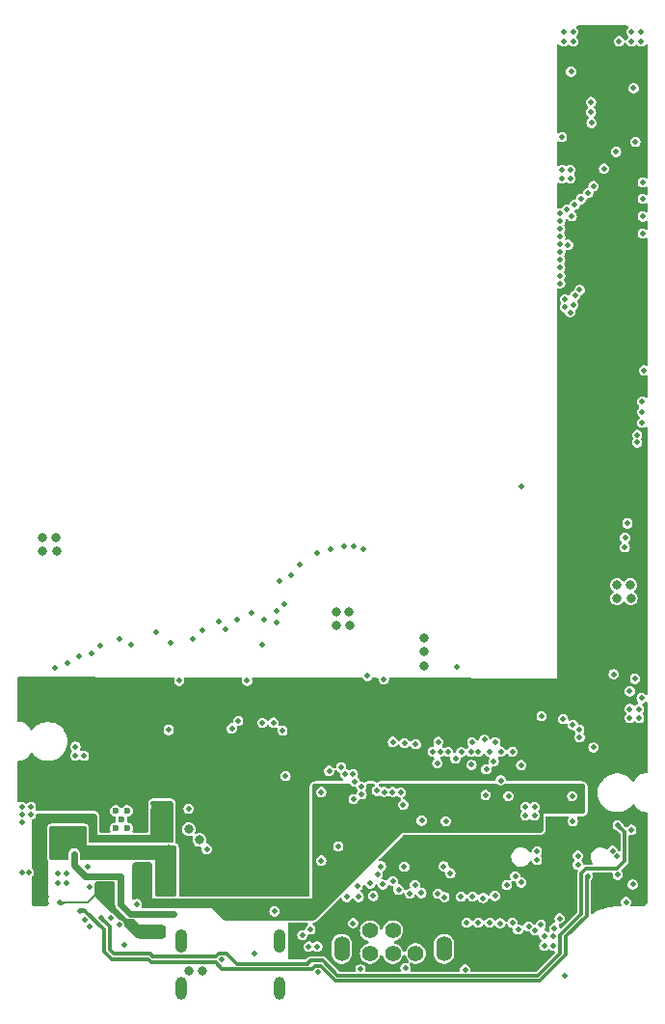
<source format=gbr>
%TF.GenerationSoftware,KiCad,Pcbnew,7.0.1*%
%TF.CreationDate,2024-08-11T10:53:17-07:00*%
%TF.ProjectId,agbc,61676263-2e6b-4696-9361-645f70636258,X4/X5*%
%TF.SameCoordinates,Original*%
%TF.FileFunction,Copper,L2,Inr*%
%TF.FilePolarity,Positive*%
%FSLAX46Y46*%
G04 Gerber Fmt 4.6, Leading zero omitted, Abs format (unit mm)*
G04 Created by KiCad (PCBNEW 7.0.1) date 2024-08-11 10:53:17*
%MOMM*%
%LPD*%
G01*
G04 APERTURE LIST*
%TA.AperFunction,ComponentPad*%
%ADD10R,1.400000X1.400000*%
%TD*%
%TA.AperFunction,ComponentPad*%
%ADD11C,1.400000*%
%TD*%
%TA.AperFunction,ComponentPad*%
%ADD12O,1.400000X2.200000*%
%TD*%
%TA.AperFunction,ComponentPad*%
%ADD13O,1.050000X2.100000*%
%TD*%
%TA.AperFunction,ComponentPad*%
%ADD14O,1.000000X2.000000*%
%TD*%
%TA.AperFunction,ComponentPad*%
%ADD15C,0.500000*%
%TD*%
%TA.AperFunction,ComponentPad*%
%ADD16C,0.600000*%
%TD*%
%TA.AperFunction,ViaPad*%
%ADD17C,0.500000*%
%TD*%
%TA.AperFunction,ViaPad*%
%ADD18C,0.800000*%
%TD*%
%TA.AperFunction,Conductor*%
%ADD19C,0.200000*%
%TD*%
%TA.AperFunction,Conductor*%
%ADD20C,0.300000*%
%TD*%
%TA.AperFunction,Conductor*%
%ADD21C,0.600000*%
%TD*%
G04 APERTURE END LIST*
D10*
%TO.N,VDD5*%
%TO.C,J1*%
X143200000Y-127800000D03*
D11*
%TO.N,Net-(J1-SO)*%
X143200000Y-129800000D03*
%TO.N,Net-(J1-SI)*%
X141200000Y-127800000D03*
%TO.N,Net-(J1-SD)*%
X141200000Y-129800000D03*
%TO.N,Net-(J1-SC)*%
X139200000Y-127800000D03*
%TO.N,GNDPWR*%
X139200000Y-129800000D03*
D12*
X145700000Y-129400000D03*
X136700000Y-129400000D03*
%TD*%
D13*
%TO.N,GNDPWR*%
%TO.C,J5*%
X122560000Y-128670000D03*
D14*
X122560000Y-132850000D03*
X131200000Y-132850000D03*
D13*
X131200000Y-128670000D03*
%TD*%
D15*
%TO.N,GNDPWR*%
%TO.C,U4*%
X111750000Y-122800000D03*
X111750000Y-123600000D03*
X112550000Y-122800000D03*
X112550000Y-123600000D03*
%TD*%
D16*
%TO.N,GNDPWR*%
%TO.C,U7*%
X116850000Y-117300000D03*
X116850000Y-118800000D03*
X117350000Y-118050000D03*
X117850000Y-117300000D03*
X117850000Y-118800000D03*
%TD*%
D17*
%TO.N,VDD5*%
X110900000Y-108600000D03*
X112600000Y-115500000D03*
X112000000Y-116000000D03*
X162829500Y-79900000D03*
X153300000Y-122600000D03*
X112600000Y-116500000D03*
X158825000Y-113264500D03*
X157400000Y-54350000D03*
X144725000Y-127400000D03*
X156000000Y-52200000D03*
X119500000Y-116900000D03*
X162379500Y-57825000D03*
X156874414Y-125524414D03*
X150200000Y-128220498D03*
X152200000Y-130550000D03*
%TO.N,GNDPWR*%
X142300000Y-131075000D03*
X162150000Y-49800000D03*
D18*
X160900000Y-97500000D03*
D17*
X163100000Y-83250000D03*
D18*
X143900000Y-104600000D03*
D17*
X154500000Y-128250000D03*
X137750000Y-116250000D03*
X156850000Y-52450000D03*
X152850000Y-116950000D03*
D18*
X124500000Y-131350000D03*
X123250000Y-118900000D03*
D17*
X156050000Y-61050000D03*
X161675000Y-125300000D03*
X157050000Y-49800000D03*
X134600000Y-131450000D03*
D18*
X110450000Y-94500000D03*
D17*
X156800000Y-61050000D03*
X151350000Y-116000000D03*
X152475000Y-123575000D03*
X163000000Y-49800000D03*
X133800000Y-129200000D03*
X156950000Y-116000000D03*
X163100000Y-81400000D03*
X157050000Y-48950000D03*
D18*
X136200000Y-101000000D03*
D17*
X108600000Y-116950000D03*
X158650000Y-56950000D03*
X153850000Y-120850000D03*
X157450000Y-122000000D03*
X160600000Y-105300000D03*
X134900000Y-115650000D03*
D18*
X137350000Y-99850000D03*
D17*
X158600000Y-55100000D03*
X109400000Y-116950000D03*
D18*
X162050000Y-97500000D03*
D17*
X156200000Y-49800000D03*
X156800000Y-61800000D03*
X114050000Y-112450000D03*
D18*
X162100000Y-98650000D03*
D17*
X155300000Y-128250000D03*
X157450000Y-121232340D03*
X108600000Y-117600000D03*
X163000000Y-48950000D03*
X138450000Y-115850000D03*
D18*
X111600000Y-93350000D03*
D17*
X157000000Y-118200000D03*
X163250000Y-78650000D03*
X134550000Y-129200000D03*
D18*
X111650000Y-94500000D03*
D17*
X153850000Y-121600000D03*
X116396393Y-126679500D03*
X152850000Y-117700000D03*
X162000000Y-106800000D03*
X131764845Y-114236137D03*
X149350000Y-115900000D03*
X146800000Y-104700000D03*
D18*
X123300000Y-131350000D03*
X136200000Y-99850000D03*
D17*
X113300000Y-112450000D03*
X155300000Y-129100000D03*
X109400000Y-117600000D03*
X153650000Y-117700000D03*
X162825000Y-109150000D03*
X163150000Y-63600000D03*
X153650000Y-116950000D03*
X108600000Y-122700000D03*
D18*
X143900000Y-102100000D03*
D17*
X156050000Y-61800000D03*
D18*
X124200000Y-119850000D03*
X137400000Y-101000000D03*
X110450000Y-93350000D03*
D17*
X160500000Y-120800000D03*
X163100000Y-82300000D03*
X151950000Y-123025000D03*
X163150000Y-62150000D03*
X162000000Y-108350000D03*
X118700000Y-125450000D03*
X114150000Y-126850000D03*
X113300000Y-111650000D03*
X156200000Y-48950000D03*
X120400000Y-101600000D03*
X158600000Y-56000000D03*
X162150000Y-48950000D03*
X162000000Y-109150000D03*
X145100000Y-113100000D03*
X154500000Y-129100000D03*
X109200000Y-122700000D03*
D18*
X143900000Y-103350000D03*
X160900000Y-98650000D03*
D17*
X163150000Y-65150000D03*
X160900000Y-121300000D03*
X163150000Y-66650000D03*
X162825000Y-108350000D03*
X130800000Y-126100000D03*
%TO.N,VDD3*%
X118700000Y-122300000D03*
X142418447Y-116114242D03*
D18*
X137100000Y-115400000D03*
D17*
X157850000Y-116100000D03*
X119600000Y-122300000D03*
X127300000Y-125600000D03*
X158825000Y-111725000D03*
X153850000Y-115200000D03*
%TO.N,SW_VCC*%
X119850000Y-127650000D03*
X115350000Y-124350000D03*
X120200000Y-128150000D03*
X115900000Y-123850000D03*
X111900000Y-125350000D03*
X161600000Y-93350000D03*
X161075000Y-49775000D03*
%TO.N,/CRT_WR*%
X112650000Y-104288000D03*
%TO.N,/CRT_RD*%
X113600000Y-103700000D03*
X138200000Y-124850000D03*
%TO.N,/CRT_CS*%
X138095151Y-123854849D03*
X114704545Y-103472996D03*
%TO.N,/CRT_A0*%
X139200000Y-123650000D03*
X115500000Y-102800000D03*
%TO.N,/CRT_A1*%
X117176684Y-102173316D03*
X139474500Y-124750000D03*
%TO.N,/CRT_A2*%
X118200000Y-102750000D03*
X139851684Y-122898316D03*
%TO.N,/CRT_A3*%
X140313684Y-123750000D03*
X121650000Y-102550000D03*
%TO.N,/CRT_A4*%
X123650000Y-102200000D03*
X141200000Y-123450000D03*
%TO.N,/CRT_A5*%
X141700000Y-124200000D03*
X124500000Y-101450000D03*
%TO.N,/CRT_A6*%
X125910000Y-100700000D03*
X142200000Y-122200000D03*
%TO.N,/CRT_A7*%
X142674500Y-124550000D03*
X126500000Y-101350000D03*
%TO.N,/CRT_A8*%
X127550000Y-100500000D03*
X143136500Y-123800000D03*
%TO.N,/CRT_A9*%
X143700000Y-124500000D03*
X128750000Y-99950000D03*
%TO.N,/CRT_A10*%
X129850000Y-100550000D03*
X145150000Y-124550000D03*
%TO.N,/CRT_A11*%
X145720195Y-124861016D03*
X129700000Y-102700000D03*
%TO.N,/CRT_A12*%
X131000000Y-100750000D03*
X146243000Y-122750000D03*
%TO.N,/CRT_A13*%
X130950000Y-99750000D03*
X145850000Y-118200000D03*
%TO.N,/CRT_A14*%
X131650000Y-99150000D03*
X147178862Y-124821138D03*
%TO.N,/CRT_A15*%
X147700000Y-127100000D03*
X131250000Y-97100000D03*
%TO.N,/CRT_D0*%
X132250000Y-96600000D03*
X148200000Y-124800000D03*
%TO.N,/CRT_D1*%
X148700000Y-127100000D03*
X133050000Y-95700000D03*
%TO.N,/CRT_D2*%
X134550000Y-94650000D03*
X149124500Y-124945977D03*
%TO.N,/CRT_D3*%
X135750000Y-94300000D03*
X149700000Y-127100000D03*
%TO.N,/CRT_D4*%
X136900000Y-94100000D03*
X150162000Y-124750000D03*
%TO.N,/CRT_D5*%
X137750000Y-94050000D03*
X150624500Y-127150000D03*
%TO.N,/CRT_D6*%
X138600000Y-94300000D03*
X151200000Y-123800000D03*
%TO.N,/CRT_D7*%
X151700000Y-127100000D03*
X154259075Y-108986156D03*
%TO.N,RESET*%
X152200000Y-127700000D03*
X156150000Y-109250000D03*
%TO.N,/CRT_VIN*%
X153126992Y-127426992D03*
X157000000Y-109750000D03*
%TO.N,/CPU_WR*%
X137700000Y-127150000D03*
%TO.N,/MA2*%
X137850000Y-114708849D03*
X131500000Y-110250000D03*
%TO.N,/MA1*%
X130709705Y-109546196D03*
X137689477Y-114060523D03*
%TO.N,/MA0*%
X129730480Y-109569520D03*
X136653763Y-113496237D03*
%TO.N,/MD0*%
X127600000Y-109400000D03*
X137018956Y-114081044D03*
%TO.N,/MD1*%
X127050000Y-110050000D03*
X135607364Y-113792636D03*
%TO.N,CHG_LED*%
X161575000Y-94175000D03*
X114550000Y-123950000D03*
X162350000Y-53900000D03*
%TO.N,Net-(J2-PHI)*%
X137150000Y-124850000D03*
X111550000Y-104750000D03*
%TO.N,/SPS*%
X158825000Y-62475000D03*
X151700000Y-112100000D03*
%TO.N,/SPL*%
X150700000Y-112100000D03*
X158350000Y-63100000D03*
%TO.N,/LDR0*%
X157732486Y-63620500D03*
X150200000Y-111300000D03*
%TO.N,/LDR1*%
X149700000Y-112100000D03*
X157176374Y-64097443D03*
%TO.N,/LDR2*%
X156484501Y-64526010D03*
X149238000Y-111048606D03*
%TO.N,/LDR3*%
X156915968Y-65134032D03*
X148700000Y-112100000D03*
%TO.N,/LDR4*%
X148162000Y-111300000D03*
X155900000Y-64895964D03*
%TO.N,/LDR5*%
X155900000Y-65575467D03*
X148050498Y-112100500D03*
%TO.N,/LDG0*%
X147200000Y-112150000D03*
X155900000Y-66254970D03*
%TO.N,/LDG1*%
X155900000Y-66934473D03*
X146700000Y-112700000D03*
%TO.N,/LDG2*%
X146050000Y-112100000D03*
X156592921Y-67638000D03*
%TO.N,/LDG3*%
X145349502Y-112100500D03*
X155900000Y-67613976D03*
%TO.N,/LDG4*%
X155900000Y-68293479D03*
X145200000Y-111250000D03*
%TO.N,/LDG5*%
X144700000Y-112100000D03*
X155900000Y-68972982D03*
%TO.N,/LDB0*%
X143208000Y-111450000D03*
X155900000Y-69652485D03*
%TO.N,/LDB1*%
X155900000Y-70350000D03*
X141900000Y-115675000D03*
%TO.N,/LDB2*%
X155900000Y-71011491D03*
X142238000Y-111350000D03*
%TO.N,/LDB3*%
X157600000Y-71600000D03*
X141175127Y-115635287D03*
%TO.N,/LDB4*%
X157194259Y-72107176D03*
X141200000Y-111250000D03*
%TO.N,/LDB5*%
X157056200Y-72900000D03*
X140430177Y-115635287D03*
%TO.N,/PS*%
X156776200Y-73550000D03*
X140400000Y-105750000D03*
%TO.N,/LP*%
X156300000Y-73100000D03*
X139781142Y-115528412D03*
%TO.N,/DCK*%
X138950000Y-105450000D03*
X156300000Y-72400000D03*
%TO.N,/SEL*%
X143725000Y-118150000D03*
X140150000Y-122150000D03*
X136400000Y-120400000D03*
X162475000Y-105700000D03*
X145650000Y-122150000D03*
X157570508Y-110176167D03*
X162652000Y-84974503D03*
X142105533Y-116744467D03*
%TO.N,/START*%
X124850000Y-120650000D03*
X134900000Y-121650000D03*
%TO.N,/B*%
X122428396Y-105867595D03*
X123250000Y-117100000D03*
X133950000Y-127700000D03*
X128390981Y-105881363D03*
X121500000Y-110200000D03*
%TO.N,/A*%
X133250000Y-128200000D03*
%TO.N,/LEFT*%
X150675000Y-114613908D03*
%TO.N,/UP*%
X150050000Y-112950000D03*
%TO.N,/DOWN*%
X162652000Y-84325000D03*
X149400000Y-113650000D03*
X163050000Y-107400000D03*
X152475500Y-113273316D03*
X157600000Y-110825000D03*
%TO.N,/RIGHT*%
X148100000Y-113250000D03*
%TO.N,/AGBC Audio/L_IN*%
X162275000Y-123750000D03*
X154190815Y-127295539D03*
%TO.N,/AGBC Audio/R_IN*%
X153691315Y-127748541D03*
X162150000Y-118950000D03*
%TO.N,/AGBC Audio/LSPK_N*%
X113700000Y-126050000D03*
X158297056Y-123036812D03*
%TO.N,VOLUME*%
X160950000Y-122900000D03*
%TO.N,SCK*%
X156300000Y-131725000D03*
%TO.N,R4*%
X138422842Y-115171040D03*
%TO.N,SIN*%
X155850000Y-126725000D03*
%TO.N,SOUT*%
X155380960Y-127575337D03*
%TO.N,Net-(F2-Pad2)*%
X129050000Y-129850000D03*
X126150000Y-130350000D03*
%TO.N,VCC*%
X121200000Y-123500000D03*
X111400000Y-119200000D03*
X120600000Y-122900000D03*
X156050000Y-58175000D03*
X121500000Y-120500000D03*
X113800000Y-119200000D03*
X152500000Y-88863000D03*
X121800000Y-122900000D03*
X113000000Y-119200000D03*
X112200000Y-119200000D03*
%TO.N,Net-(J1-SC)*%
X147538969Y-131214398D03*
%TO.N,Net-(J1-SI)*%
X138347133Y-131200500D03*
%TO.N,Net-(U4-BAT_1)*%
X120900000Y-117200000D03*
X121500000Y-116800000D03*
X110725000Y-125400000D03*
X120300000Y-116800000D03*
X110725000Y-124800000D03*
%TO.N,Net-(U4-IN)*%
X121900000Y-126300000D03*
X108600000Y-118300000D03*
X113200000Y-121079502D03*
%TO.N,Net-(U4-ILIM)*%
X114400000Y-122200000D03*
%TO.N,Net-(U5-IN)*%
X117637253Y-129015069D03*
X114550000Y-127400000D03*
%TO.N,Net-(U8-VO1)*%
X115571855Y-126674500D03*
X160950000Y-118550000D03*
%TO.N,Net-(U5-CLEAR)*%
X117152358Y-127308758D03*
%TO.N,Net-(Q2-D)*%
X162500000Y-58600000D03*
X161799500Y-92078601D03*
%TO.N,/Screen controls/TOUCH*%
X159750000Y-60950000D03*
X160800000Y-59475000D03*
%TD*%
D19*
%TO.N,SW_VCC*%
X114350000Y-125350000D02*
X115350000Y-124350000D01*
X111900000Y-125350000D02*
X114350000Y-125350000D01*
D20*
%TO.N,/AGBC Audio/LSPK_N*%
X116500000Y-130300000D02*
X115850000Y-129650000D01*
X143629756Y-132200000D02*
X136170244Y-132200000D01*
X154097491Y-132213905D02*
X143643650Y-132213894D01*
X134359756Y-130870000D02*
X134079756Y-131150000D01*
X156400000Y-129911396D02*
X154097491Y-132213905D01*
X134840244Y-130870000D02*
X134359756Y-130870000D01*
X115850000Y-129650000D02*
X115850000Y-127729756D01*
X158226698Y-126475898D02*
X156400000Y-128302596D01*
X126172182Y-131150000D02*
X125622182Y-130600000D01*
X156400000Y-128302596D02*
X156400000Y-129911396D01*
X158226698Y-123107170D02*
X158226698Y-126475898D01*
X158297056Y-123036812D02*
X158226698Y-123107170D01*
X134079756Y-131150000D02*
X126172182Y-131150000D01*
X114170244Y-126050000D02*
X113700000Y-126050000D01*
X120000000Y-130600000D02*
X119700000Y-130300000D01*
X119700000Y-130300000D02*
X116500000Y-130300000D01*
X125622182Y-130600000D02*
X120000000Y-130600000D01*
X115850000Y-127729756D02*
X114170244Y-126050000D01*
X136170244Y-132200000D02*
X134840244Y-130870000D01*
X143643650Y-132213894D02*
X143629756Y-132200000D01*
D21*
%TO.N,Net-(U4-IN)*%
X117300000Y-125500000D02*
X117300000Y-123000000D01*
X118100000Y-126300000D02*
X117300000Y-125500000D01*
X117300000Y-123000000D02*
X114167624Y-123000000D01*
X113200000Y-122032376D02*
X113200000Y-121079502D01*
X121900000Y-126300000D02*
X118100000Y-126300000D01*
X114167624Y-123000000D02*
X113200000Y-122032376D01*
D20*
%TO.N,Net-(U8-VO1)*%
X161550000Y-121700000D02*
X160900000Y-122350000D01*
X158200000Y-122350000D02*
X157747056Y-122802944D01*
X127500000Y-130700000D02*
X126600000Y-129800000D01*
X155880000Y-128186200D02*
X155880000Y-129795000D01*
X136356640Y-131750000D02*
X135026640Y-130420000D01*
X160950000Y-118550000D02*
X161550000Y-119150000D01*
X116300000Y-127402645D02*
X115571855Y-126674500D01*
X157747056Y-122802944D02*
X157747056Y-126319144D01*
X155880000Y-129795000D02*
X153911095Y-131763905D01*
X116700000Y-129850000D02*
X116300000Y-129450000D01*
X125650000Y-130050000D02*
X120086396Y-130050000D01*
X143830046Y-131763894D02*
X143816152Y-131750000D01*
X133980000Y-130420000D02*
X133700000Y-130700000D01*
X135026640Y-130420000D02*
X133980000Y-130420000D01*
X143816152Y-131750000D02*
X136356640Y-131750000D01*
X161550000Y-119150000D02*
X161550000Y-121700000D01*
X153911095Y-131763905D02*
X143830046Y-131763894D01*
X125900000Y-129800000D02*
X125650000Y-130050000D01*
X160900000Y-122350000D02*
X158200000Y-122350000D01*
X126600000Y-129800000D02*
X125900000Y-129800000D01*
X157747056Y-126319144D02*
X155880000Y-128186200D01*
X119886396Y-129850000D02*
X116700000Y-129850000D01*
X120086396Y-130050000D02*
X119886396Y-129850000D01*
X133700000Y-130700000D02*
X127500000Y-130700000D01*
X116300000Y-129450000D02*
X116300000Y-127402645D01*
%TD*%
%TA.AperFunction,Conductor*%
%TO.N,/AGBC Audio/LSPK_N*%
G36*
X113922791Y-125854863D02*
G01*
X114005983Y-125859435D01*
X114023321Y-125860389D01*
X114033533Y-125860647D01*
X114108920Y-125862553D01*
X114111950Y-125863034D01*
X114195346Y-125887844D01*
X114199118Y-125889766D01*
X114242081Y-125922660D01*
X114286745Y-125956856D01*
X114290624Y-125962137D01*
X114291056Y-125968674D01*
X114287905Y-125974419D01*
X114091818Y-126170506D01*
X114084854Y-126173860D01*
X114077318Y-126172138D01*
X114026984Y-126140494D01*
X114026981Y-126140493D01*
X113977241Y-126149728D01*
X113977238Y-126149729D01*
X113927649Y-126187664D01*
X113870686Y-126236458D01*
X113869025Y-126237646D01*
X113807256Y-126274127D01*
X113800879Y-126275745D01*
X113794637Y-126273666D01*
X113790503Y-126268547D01*
X113701168Y-126053800D01*
X113700271Y-126049293D01*
X113701178Y-126044789D01*
X113730632Y-125974419D01*
X113791672Y-125828581D01*
X113797378Y-125822564D01*
X113805636Y-125821839D01*
X113922791Y-125854863D01*
G37*
%TD.AperFunction*%
%TD*%
%TA.AperFunction,Conductor*%
%TO.N,VDD3*%
G36*
X137414420Y-114911206D02*
G01*
X137456621Y-114942798D01*
X137471114Y-114959524D01*
X137551951Y-115052816D01*
X137569989Y-115064408D01*
X137660931Y-115122854D01*
X137785227Y-115159349D01*
X137858581Y-115159349D01*
X137915401Y-115173133D01*
X137959588Y-115211422D01*
X137981319Y-115265702D01*
X137986144Y-115299266D01*
X138039959Y-115417102D01*
X138064123Y-115444989D01*
X138090913Y-115496954D01*
X138090915Y-115555418D01*
X138074314Y-115587625D01*
X138074524Y-115587721D01*
X138005896Y-115737992D01*
X138003012Y-115736675D01*
X137985878Y-115774193D01*
X137927101Y-115811966D01*
X137857233Y-115811967D01*
X137827462Y-115803226D01*
X137814772Y-115799500D01*
X137685228Y-115799500D01*
X137685227Y-115799500D01*
X137560931Y-115835994D01*
X137451950Y-115906033D01*
X137367118Y-116003935D01*
X137313302Y-116121773D01*
X137294867Y-116249999D01*
X137313302Y-116378226D01*
X137367118Y-116496064D01*
X137451950Y-116593966D01*
X137451951Y-116593967D01*
X137470726Y-116606033D01*
X137560931Y-116664005D01*
X137685227Y-116700500D01*
X137685228Y-116700500D01*
X137814772Y-116700500D01*
X137814773Y-116700500D01*
X137939068Y-116664005D01*
X137968179Y-116645296D01*
X138048049Y-116593967D01*
X138132882Y-116496063D01*
X138186697Y-116378226D01*
X138186696Y-116378226D01*
X138194104Y-116362008D01*
X138195124Y-116362473D01*
X138203510Y-116339982D01*
X138240785Y-116302700D01*
X138290181Y-116284273D01*
X138342767Y-116288033D01*
X138385227Y-116300500D01*
X138385228Y-116300500D01*
X138514772Y-116300500D01*
X138514773Y-116300500D01*
X138639068Y-116264005D01*
X138670249Y-116243966D01*
X138748049Y-116193967D01*
X138832882Y-116096063D01*
X138886697Y-115978226D01*
X138905133Y-115850000D01*
X138886697Y-115721774D01*
X138832882Y-115603937D01*
X138808717Y-115576049D01*
X138781927Y-115524079D01*
X138781929Y-115465609D01*
X138798527Y-115433415D01*
X138798318Y-115433320D01*
X138859539Y-115299266D01*
X138861971Y-115282349D01*
X138877975Y-115171040D01*
X138859539Y-115042814D01*
X138859538Y-115042813D01*
X138859371Y-115041647D01*
X138869315Y-114972488D01*
X138915070Y-114919685D01*
X138982109Y-114900000D01*
X139503393Y-114900000D01*
X139564368Y-114916027D01*
X139609580Y-114959967D01*
X139627342Y-115020459D01*
X139613063Y-115081867D01*
X139570433Y-115128315D01*
X139483091Y-115184445D01*
X139398260Y-115282347D01*
X139344444Y-115400185D01*
X139326009Y-115528412D01*
X139344444Y-115656638D01*
X139398260Y-115774476D01*
X139482568Y-115871773D01*
X139483093Y-115872379D01*
X139485740Y-115874080D01*
X139592073Y-115942417D01*
X139716369Y-115978912D01*
X139716370Y-115978912D01*
X139845914Y-115978912D01*
X139845915Y-115978912D01*
X139987318Y-115937393D01*
X139987623Y-115938432D01*
X140018566Y-115927721D01*
X140076444Y-115936041D01*
X140124074Y-115969959D01*
X140132129Y-115979256D01*
X140241106Y-116049291D01*
X140365404Y-116085787D01*
X140365405Y-116085787D01*
X140494949Y-116085787D01*
X140494950Y-116085787D01*
X140619244Y-116049292D01*
X140619246Y-116049291D01*
X140728226Y-115979254D01*
X140728228Y-115979251D01*
X140735612Y-115974506D01*
X140779184Y-115957062D01*
X140826120Y-115957062D01*
X140869692Y-115974506D01*
X140877075Y-115979251D01*
X140877078Y-115979254D01*
X140938873Y-116018967D01*
X140986059Y-116049292D01*
X141110354Y-116085787D01*
X141110355Y-116085787D01*
X141239899Y-116085787D01*
X141239900Y-116085787D01*
X141314087Y-116064004D01*
X141364196Y-116049291D01*
X141443398Y-115998390D01*
X141498648Y-115979268D01*
X141556521Y-115987588D01*
X141587960Y-116009975D01*
X141601950Y-116018965D01*
X141601951Y-116018967D01*
X141710931Y-116089004D01*
X141835228Y-116125500D01*
X141835231Y-116125500D01*
X141849372Y-116129652D01*
X141898283Y-116157273D01*
X141929990Y-116203640D01*
X141937984Y-116259240D01*
X141920627Y-116312662D01*
X141881480Y-116352945D01*
X141807482Y-116400501D01*
X141722651Y-116498402D01*
X141668835Y-116616240D01*
X141650400Y-116744466D01*
X141668835Y-116872693D01*
X141722651Y-116990531D01*
X141778256Y-117054703D01*
X141807484Y-117088434D01*
X141825481Y-117100000D01*
X141916464Y-117158472D01*
X142040760Y-117194967D01*
X142040761Y-117194967D01*
X142170305Y-117194967D01*
X142170306Y-117194967D01*
X142294601Y-117158472D01*
X142323291Y-117140033D01*
X142403582Y-117088434D01*
X142488415Y-116990530D01*
X142542230Y-116872693D01*
X142560666Y-116744467D01*
X142542230Y-116616241D01*
X142537568Y-116606033D01*
X142496993Y-116517188D01*
X142488415Y-116498404D01*
X142488414Y-116498403D01*
X142488414Y-116498402D01*
X142403582Y-116400500D01*
X142294601Y-116330461D01*
X142156159Y-116289813D01*
X142107248Y-116262193D01*
X142075542Y-116215825D01*
X142067548Y-116160225D01*
X142084906Y-116106803D01*
X142124054Y-116066521D01*
X142153808Y-116047398D01*
X142198049Y-116018967D01*
X142282882Y-115921063D01*
X142292502Y-115899999D01*
X148894867Y-115899999D01*
X148913302Y-116028226D01*
X148967118Y-116146064D01*
X149051950Y-116243966D01*
X149051951Y-116243967D01*
X149055214Y-116246064D01*
X149160931Y-116314005D01*
X149285227Y-116350500D01*
X149285228Y-116350500D01*
X149414772Y-116350500D01*
X149414773Y-116350500D01*
X149539068Y-116314005D01*
X149585331Y-116284273D01*
X149648049Y-116243967D01*
X149732882Y-116146063D01*
X149786697Y-116028226D01*
X149790755Y-115999999D01*
X150894867Y-115999999D01*
X150913302Y-116128226D01*
X150967118Y-116246064D01*
X151008626Y-116293967D01*
X151051951Y-116343967D01*
X151060561Y-116349500D01*
X151160931Y-116414005D01*
X151285227Y-116450500D01*
X151285228Y-116450500D01*
X151414772Y-116450500D01*
X151414773Y-116450500D01*
X151539068Y-116414005D01*
X151582650Y-116385996D01*
X151648049Y-116343967D01*
X151732882Y-116246063D01*
X151786697Y-116128226D01*
X151805133Y-116000000D01*
X151805133Y-115999999D01*
X156494867Y-115999999D01*
X156513302Y-116128226D01*
X156567118Y-116246064D01*
X156608626Y-116293967D01*
X156651951Y-116343967D01*
X156660561Y-116349500D01*
X156760931Y-116414005D01*
X156885227Y-116450500D01*
X156885228Y-116450500D01*
X157014772Y-116450500D01*
X157014773Y-116450500D01*
X157139068Y-116414005D01*
X157182650Y-116385996D01*
X157248049Y-116343967D01*
X157332882Y-116246063D01*
X157386697Y-116128226D01*
X157405133Y-116000000D01*
X157386697Y-115871774D01*
X157332882Y-115753937D01*
X157332881Y-115753936D01*
X157332881Y-115753935D01*
X157248049Y-115656033D01*
X157139068Y-115585994D01*
X157014773Y-115549500D01*
X157014772Y-115549500D01*
X156885228Y-115549500D01*
X156885227Y-115549500D01*
X156760931Y-115585994D01*
X156651950Y-115656033D01*
X156567118Y-115753935D01*
X156513302Y-115871773D01*
X156494867Y-115999999D01*
X151805133Y-115999999D01*
X151786697Y-115871774D01*
X151732882Y-115753937D01*
X151732881Y-115753936D01*
X151732881Y-115753935D01*
X151648049Y-115656033D01*
X151539068Y-115585994D01*
X151414773Y-115549500D01*
X151414772Y-115549500D01*
X151285228Y-115549500D01*
X151285227Y-115549500D01*
X151160931Y-115585994D01*
X151051950Y-115656033D01*
X150967118Y-115753935D01*
X150913302Y-115871773D01*
X150894867Y-115999999D01*
X149790755Y-115999999D01*
X149805133Y-115900000D01*
X149787625Y-115778226D01*
X149786697Y-115771773D01*
X149741460Y-115672721D01*
X149732882Y-115653937D01*
X149732881Y-115653936D01*
X149732881Y-115653935D01*
X149648049Y-115556033D01*
X149539068Y-115485994D01*
X149414773Y-115449500D01*
X149414772Y-115449500D01*
X149285228Y-115449500D01*
X149285227Y-115449500D01*
X149160931Y-115485994D01*
X149051950Y-115556033D01*
X148967118Y-115653935D01*
X148913302Y-115771773D01*
X148894867Y-115899999D01*
X142292502Y-115899999D01*
X142336697Y-115803226D01*
X142355133Y-115675000D01*
X142336697Y-115546774D01*
X142328311Y-115528412D01*
X142282881Y-115428935D01*
X142198049Y-115331033D01*
X142089068Y-115260994D01*
X141964773Y-115224500D01*
X141964772Y-115224500D01*
X141835228Y-115224500D01*
X141835227Y-115224500D01*
X141710931Y-115260994D01*
X141631730Y-115311895D01*
X141576477Y-115331019D01*
X141518604Y-115322698D01*
X141487176Y-115300317D01*
X141364195Y-115221281D01*
X141239900Y-115184787D01*
X141239899Y-115184787D01*
X141110355Y-115184787D01*
X141110354Y-115184787D01*
X140986056Y-115221282D01*
X140869691Y-115296066D01*
X140802652Y-115315751D01*
X140735613Y-115296066D01*
X140619247Y-115221282D01*
X140494950Y-115184787D01*
X140494949Y-115184787D01*
X140365405Y-115184787D01*
X140365404Y-115184787D01*
X140224002Y-115226305D01*
X140223696Y-115225265D01*
X140192743Y-115235978D01*
X140134871Y-115227656D01*
X140087247Y-115193742D01*
X140079191Y-115184445D01*
X139991851Y-115128315D01*
X139949221Y-115081867D01*
X139934942Y-115020459D01*
X139952704Y-114959967D01*
X139997916Y-114916027D01*
X140058891Y-114900000D01*
X150270174Y-114900000D01*
X150321686Y-114911206D01*
X150363884Y-114942795D01*
X150376951Y-114957875D01*
X150419587Y-114985276D01*
X150485931Y-115027913D01*
X150610227Y-115064408D01*
X150610228Y-115064408D01*
X150739772Y-115064408D01*
X150739773Y-115064408D01*
X150864068Y-115027913D01*
X150887775Y-115012677D01*
X150973049Y-114957875D01*
X150986115Y-114942795D01*
X151028314Y-114911206D01*
X151079826Y-114900000D01*
X157837789Y-114900000D01*
X157861980Y-114902383D01*
X157921480Y-114914218D01*
X157966175Y-114932730D01*
X158006272Y-114959522D01*
X158040477Y-114993727D01*
X158067267Y-115033822D01*
X158085781Y-115078518D01*
X158097617Y-115138019D01*
X158100000Y-115162211D01*
X158100000Y-117287789D01*
X158097617Y-117311982D01*
X158085781Y-117371482D01*
X158067266Y-117416179D01*
X158042038Y-117453938D01*
X158040481Y-117456268D01*
X158006269Y-117490479D01*
X157971975Y-117513394D01*
X157966179Y-117517267D01*
X157921482Y-117535781D01*
X157887857Y-117542469D01*
X157861978Y-117547617D01*
X157837789Y-117550000D01*
X154400000Y-117550000D01*
X154400000Y-117799998D01*
X154400000Y-118937789D01*
X154397617Y-118961982D01*
X154385781Y-119021482D01*
X154367267Y-119066179D01*
X154340481Y-119106268D01*
X154306269Y-119140479D01*
X154271975Y-119163394D01*
X154266179Y-119167267D01*
X154221482Y-119185781D01*
X154187857Y-119192469D01*
X154161978Y-119197617D01*
X154137789Y-119200000D01*
X142000000Y-119200000D01*
X141926776Y-119273223D01*
X141926777Y-119273223D01*
X141926774Y-119273225D01*
X134381858Y-126818141D01*
X134363067Y-126833562D01*
X134312625Y-126867266D01*
X134267928Y-126885781D01*
X134233777Y-126892574D01*
X134208425Y-126897617D01*
X134184236Y-126900000D01*
X126515764Y-126900000D01*
X126491574Y-126897617D01*
X126458814Y-126891101D01*
X126432071Y-126885781D01*
X126387374Y-126867266D01*
X126336932Y-126833562D01*
X126318141Y-126818141D01*
X125600000Y-126100000D01*
X130344867Y-126100000D01*
X130363302Y-126228226D01*
X130417118Y-126346064D01*
X130501950Y-126443966D01*
X130501951Y-126443967D01*
X130530640Y-126462404D01*
X130610931Y-126514005D01*
X130735227Y-126550500D01*
X130735228Y-126550500D01*
X130864772Y-126550500D01*
X130864773Y-126550500D01*
X130989068Y-126514005D01*
X131043634Y-126478937D01*
X131098049Y-126443967D01*
X131182882Y-126346063D01*
X131236697Y-126228226D01*
X131255133Y-126100000D01*
X131239014Y-125987891D01*
X131236697Y-125971773D01*
X131182881Y-125853935D01*
X131098049Y-125756033D01*
X130989068Y-125685994D01*
X130864773Y-125649500D01*
X130864772Y-125649500D01*
X130735228Y-125649500D01*
X130735227Y-125649500D01*
X130610931Y-125685994D01*
X130501950Y-125756033D01*
X130417118Y-125853935D01*
X130363302Y-125971773D01*
X130344867Y-126100000D01*
X125600000Y-126100000D01*
X125373225Y-125873225D01*
X125373223Y-125873223D01*
X125373222Y-125873222D01*
X125300000Y-125800000D01*
X125196448Y-125800000D01*
X121948145Y-125800000D01*
X121941154Y-125799500D01*
X121935799Y-125799500D01*
X119228592Y-125799500D01*
X119169165Y-125784332D01*
X119124276Y-125742539D01*
X119104908Y-125684345D01*
X119115798Y-125623988D01*
X119136697Y-125578226D01*
X119136696Y-125578226D01*
X119155133Y-125450000D01*
X119136697Y-125321774D01*
X119132012Y-125311516D01*
X119082881Y-125203935D01*
X118998049Y-125106033D01*
X118889068Y-125035994D01*
X118764773Y-124999500D01*
X118764772Y-124999500D01*
X118635228Y-124999500D01*
X118635227Y-124999500D01*
X118510933Y-125035994D01*
X118499309Y-125043464D01*
X118491039Y-125048779D01*
X118428427Y-125068385D01*
X118364574Y-125053297D01*
X118317358Y-125007738D01*
X118300000Y-124944464D01*
X118300000Y-122062211D01*
X118302381Y-122038028D01*
X118314219Y-121978514D01*
X118332729Y-121933826D01*
X118359524Y-121893724D01*
X118393724Y-121859524D01*
X118433826Y-121832729D01*
X118478514Y-121814219D01*
X118538028Y-121802381D01*
X118562211Y-121800000D01*
X119837789Y-121800000D01*
X119861980Y-121802383D01*
X119921480Y-121814218D01*
X119966175Y-121832730D01*
X120006272Y-121859522D01*
X120040477Y-121893727D01*
X120067267Y-121933822D01*
X120085781Y-121978518D01*
X120097617Y-122038019D01*
X120100000Y-122062211D01*
X120100000Y-125000000D01*
X120349998Y-125000000D01*
X133850002Y-125000000D01*
X134100000Y-125000000D01*
X134100000Y-121649999D01*
X134444867Y-121649999D01*
X134463302Y-121778226D01*
X134517118Y-121896064D01*
X134601950Y-121993966D01*
X134601951Y-121993967D01*
X134610561Y-121999500D01*
X134710931Y-122064005D01*
X134835227Y-122100500D01*
X134835228Y-122100500D01*
X134964772Y-122100500D01*
X134964773Y-122100500D01*
X135089068Y-122064005D01*
X135117758Y-122045566D01*
X135198049Y-121993967D01*
X135282882Y-121896063D01*
X135336697Y-121778226D01*
X135355133Y-121650000D01*
X135336697Y-121521774D01*
X135313862Y-121471774D01*
X135282881Y-121403935D01*
X135198049Y-121306033D01*
X135089068Y-121235994D01*
X134964773Y-121199500D01*
X134964772Y-121199500D01*
X134835228Y-121199500D01*
X134835227Y-121199500D01*
X134710931Y-121235994D01*
X134601950Y-121306033D01*
X134517118Y-121403935D01*
X134463302Y-121521773D01*
X134444867Y-121649999D01*
X134100000Y-121649999D01*
X134100000Y-120399999D01*
X135944867Y-120399999D01*
X135963302Y-120528226D01*
X136017118Y-120646064D01*
X136101950Y-120743966D01*
X136101951Y-120743967D01*
X136130640Y-120762404D01*
X136210931Y-120814005D01*
X136335227Y-120850500D01*
X136335228Y-120850500D01*
X136464772Y-120850500D01*
X136464773Y-120850500D01*
X136589068Y-120814005D01*
X136639117Y-120781840D01*
X136698049Y-120743967D01*
X136782882Y-120646063D01*
X136836697Y-120528226D01*
X136855133Y-120400000D01*
X136836697Y-120271774D01*
X136782882Y-120153937D01*
X136782881Y-120153936D01*
X136782881Y-120153935D01*
X136698049Y-120056033D01*
X136589068Y-119985994D01*
X136464773Y-119949500D01*
X136464772Y-119949500D01*
X136335228Y-119949500D01*
X136335227Y-119949500D01*
X136210931Y-119985994D01*
X136101950Y-120056033D01*
X136017118Y-120153935D01*
X135963302Y-120271773D01*
X135944867Y-120399999D01*
X134100000Y-120399999D01*
X134100000Y-118149999D01*
X143269867Y-118149999D01*
X143288302Y-118278226D01*
X143342118Y-118396064D01*
X143385443Y-118446064D01*
X143426951Y-118493967D01*
X143455640Y-118512404D01*
X143535931Y-118564005D01*
X143660227Y-118600500D01*
X143660228Y-118600500D01*
X143789772Y-118600500D01*
X143789773Y-118600500D01*
X143914068Y-118564005D01*
X143945249Y-118543966D01*
X144023049Y-118493967D01*
X144107882Y-118396063D01*
X144161697Y-118278226D01*
X144172944Y-118200000D01*
X145394867Y-118200000D01*
X145413302Y-118328226D01*
X145467118Y-118446064D01*
X145508626Y-118493967D01*
X145551951Y-118543967D01*
X145580640Y-118562404D01*
X145660931Y-118614005D01*
X145785227Y-118650500D01*
X145785228Y-118650500D01*
X145914772Y-118650500D01*
X145914773Y-118650500D01*
X146039068Y-118614005D01*
X146067758Y-118595566D01*
X146148049Y-118543967D01*
X146232882Y-118446063D01*
X146286697Y-118328226D01*
X146305133Y-118200000D01*
X146286697Y-118071774D01*
X146273997Y-118043966D01*
X146232881Y-117953935D01*
X146148049Y-117856033D01*
X146039068Y-117785994D01*
X145914773Y-117749500D01*
X145914772Y-117749500D01*
X145785228Y-117749500D01*
X145785227Y-117749500D01*
X145660931Y-117785994D01*
X145551950Y-117856033D01*
X145467118Y-117953935D01*
X145413302Y-118071773D01*
X145394867Y-118200000D01*
X144172944Y-118200000D01*
X144180133Y-118150000D01*
X144161697Y-118021774D01*
X144153062Y-118002867D01*
X144107881Y-117903935D01*
X144023049Y-117806033D01*
X143914068Y-117735994D01*
X143791473Y-117699999D01*
X152394867Y-117699999D01*
X152413302Y-117828226D01*
X152467118Y-117946064D01*
X152506628Y-117991661D01*
X152551951Y-118043967D01*
X152580640Y-118062404D01*
X152660931Y-118114005D01*
X152785227Y-118150500D01*
X152785228Y-118150500D01*
X152914772Y-118150500D01*
X152914773Y-118150500D01*
X153039068Y-118114005D01*
X153104782Y-118071773D01*
X153148049Y-118043967D01*
X153156287Y-118034459D01*
X153198487Y-118002867D01*
X153250000Y-117991661D01*
X153301513Y-118002867D01*
X153343712Y-118034459D01*
X153351950Y-118043966D01*
X153351951Y-118043967D01*
X153460931Y-118114005D01*
X153585227Y-118150500D01*
X153585228Y-118150500D01*
X153714772Y-118150500D01*
X153714773Y-118150500D01*
X153839068Y-118114005D01*
X153904780Y-118071774D01*
X153948049Y-118043967D01*
X154032882Y-117946063D01*
X154086697Y-117828226D01*
X154105133Y-117700000D01*
X154086697Y-117571774D01*
X154076981Y-117550500D01*
X154059789Y-117512855D01*
X154032882Y-117453937D01*
X153991518Y-117406200D01*
X153964728Y-117354234D01*
X153964728Y-117295766D01*
X153991518Y-117243799D01*
X154032882Y-117196063D01*
X154086697Y-117078226D01*
X154105133Y-116950000D01*
X154086697Y-116821774D01*
X154064929Y-116774110D01*
X154032881Y-116703935D01*
X153948049Y-116606033D01*
X153839068Y-116535994D01*
X153714773Y-116499500D01*
X153714772Y-116499500D01*
X153585228Y-116499500D01*
X153585227Y-116499500D01*
X153460931Y-116535994D01*
X153351950Y-116606033D01*
X153343713Y-116615540D01*
X153301512Y-116647132D01*
X153250000Y-116658338D01*
X153198488Y-116647132D01*
X153156287Y-116615540D01*
X153148049Y-116606033D01*
X153039068Y-116535994D01*
X152914773Y-116499500D01*
X152914772Y-116499500D01*
X152785228Y-116499500D01*
X152785227Y-116499500D01*
X152660931Y-116535994D01*
X152551950Y-116606033D01*
X152467118Y-116703935D01*
X152413302Y-116821773D01*
X152394867Y-116950000D01*
X152413302Y-117078226D01*
X152467117Y-117196062D01*
X152508480Y-117243798D01*
X152535271Y-117295766D01*
X152535271Y-117354234D01*
X152508480Y-117406202D01*
X152467117Y-117453937D01*
X152413302Y-117571773D01*
X152394867Y-117699999D01*
X143791473Y-117699999D01*
X143789773Y-117699500D01*
X143789772Y-117699500D01*
X143660228Y-117699500D01*
X143660227Y-117699500D01*
X143535931Y-117735994D01*
X143426950Y-117806033D01*
X143342118Y-117903935D01*
X143288302Y-118021773D01*
X143269867Y-118149999D01*
X134100000Y-118149999D01*
X134100000Y-115650000D01*
X134444867Y-115650000D01*
X134463302Y-115778226D01*
X134517118Y-115896064D01*
X134601950Y-115993966D01*
X134601951Y-115993967D01*
X134611337Y-115999999D01*
X134710931Y-116064005D01*
X134835227Y-116100500D01*
X134835228Y-116100500D01*
X134964772Y-116100500D01*
X134964773Y-116100500D01*
X135089068Y-116064005D01*
X135117758Y-116045566D01*
X135198049Y-115993967D01*
X135282882Y-115896063D01*
X135336697Y-115778226D01*
X135355133Y-115650000D01*
X135337651Y-115528412D01*
X135336697Y-115521773D01*
X135282881Y-115403935D01*
X135198049Y-115306033D01*
X135089068Y-115235994D01*
X134964773Y-115199500D01*
X134964772Y-115199500D01*
X134835228Y-115199500D01*
X134835227Y-115199500D01*
X134710931Y-115235994D01*
X134601950Y-115306033D01*
X134517118Y-115403935D01*
X134463302Y-115521773D01*
X134444867Y-115650000D01*
X134100000Y-115650000D01*
X134100000Y-115162211D01*
X134102381Y-115138028D01*
X134114219Y-115078514D01*
X134132729Y-115033826D01*
X134159524Y-114993724D01*
X134193724Y-114959524D01*
X134233826Y-114932729D01*
X134278514Y-114914219D01*
X134338028Y-114902381D01*
X134362211Y-114900000D01*
X137362908Y-114900000D01*
X137414420Y-114911206D01*
G37*
%TD.AperFunction*%
%TD*%
%TA.AperFunction,Conductor*%
%TO.N,VCC*%
G36*
X114061980Y-118602383D02*
G01*
X114121480Y-118614218D01*
X114166175Y-118632730D01*
X114206272Y-118659522D01*
X114240477Y-118693727D01*
X114267267Y-118733822D01*
X114285781Y-118778518D01*
X114297617Y-118838019D01*
X114300000Y-118862211D01*
X114300000Y-120300000D01*
X121937789Y-120300000D01*
X121961980Y-120302383D01*
X122021480Y-120314218D01*
X122066175Y-120332730D01*
X122106272Y-120359522D01*
X122140477Y-120393727D01*
X122167267Y-120433822D01*
X122185781Y-120478518D01*
X122197617Y-120538019D01*
X122200000Y-120562211D01*
X122200000Y-124537789D01*
X122197617Y-124561982D01*
X122185781Y-124621482D01*
X122167267Y-124666179D01*
X122140481Y-124706268D01*
X122106269Y-124740479D01*
X122071975Y-124763394D01*
X122066179Y-124767267D01*
X122021483Y-124785781D01*
X122012316Y-124787604D01*
X121989627Y-124792117D01*
X121965440Y-124794500D01*
X120534560Y-124794500D01*
X120510372Y-124792117D01*
X120478516Y-124785781D01*
X120433822Y-124767267D01*
X120393727Y-124740477D01*
X120359522Y-124706272D01*
X120332730Y-124666175D01*
X120314218Y-124621480D01*
X120307883Y-124589631D01*
X120305500Y-124565440D01*
X120305500Y-122062221D01*
X120304510Y-122042075D01*
X120304510Y-122042066D01*
X120302127Y-122017874D01*
X120301340Y-122012571D01*
X120300000Y-121994389D01*
X120300000Y-121849998D01*
X120300000Y-121600000D01*
X120050002Y-121600000D01*
X119905613Y-121600000D01*
X119887415Y-121598657D01*
X119882133Y-121597873D01*
X119861360Y-121595827D01*
X119857935Y-121595490D01*
X119837789Y-121594500D01*
X118562211Y-121594500D01*
X118542075Y-121595489D01*
X118528950Y-121596781D01*
X118517881Y-121597871D01*
X118512579Y-121598658D01*
X118494385Y-121600000D01*
X113824500Y-121600000D01*
X113762500Y-121583387D01*
X113717113Y-121538000D01*
X113700500Y-121476000D01*
X113700500Y-121043703D01*
X113685165Y-120937044D01*
X113625376Y-120806127D01*
X113531129Y-120697360D01*
X113531128Y-120697359D01*
X113410053Y-120619549D01*
X113271961Y-120579002D01*
X113128039Y-120579002D01*
X112989947Y-120619549D01*
X112868870Y-120697360D01*
X112774623Y-120806127D01*
X112714834Y-120937044D01*
X112699500Y-121043703D01*
X112699500Y-121476000D01*
X112682887Y-121538000D01*
X112637500Y-121583387D01*
X112575500Y-121600000D01*
X111262211Y-121600000D01*
X111238020Y-121597617D01*
X111222349Y-121594500D01*
X111178518Y-121585781D01*
X111133822Y-121567267D01*
X111093727Y-121540477D01*
X111059522Y-121506272D01*
X111032730Y-121466175D01*
X111014218Y-121421480D01*
X111002383Y-121361980D01*
X111000000Y-121337789D01*
X111000000Y-118862211D01*
X111002381Y-118838028D01*
X111014219Y-118778514D01*
X111032729Y-118733826D01*
X111059524Y-118693724D01*
X111093724Y-118659524D01*
X111133826Y-118632729D01*
X111178514Y-118614219D01*
X111238028Y-118602381D01*
X111262211Y-118600000D01*
X114037789Y-118600000D01*
X114061980Y-118602383D01*
G37*
%TD.AperFunction*%
%TD*%
%TA.AperFunction,Conductor*%
%TO.N,Net-(U4-BAT_1)*%
G36*
X121661980Y-116402383D02*
G01*
X121721480Y-116414218D01*
X121766175Y-116432730D01*
X121806272Y-116459522D01*
X121840477Y-116493727D01*
X121867267Y-116533822D01*
X121885781Y-116578518D01*
X121897617Y-116638019D01*
X121900000Y-116662211D01*
X121900000Y-119937789D01*
X121897617Y-119961978D01*
X121892288Y-119988769D01*
X121891110Y-119994693D01*
X121867868Y-120045987D01*
X121824336Y-120081712D01*
X121769493Y-120094500D01*
X121735861Y-120094500D01*
X121700927Y-120089477D01*
X121564773Y-120049500D01*
X121564772Y-120049500D01*
X121435228Y-120049500D01*
X121435227Y-120049500D01*
X121299073Y-120089477D01*
X121264139Y-120094500D01*
X114629500Y-120094500D01*
X114567500Y-120077887D01*
X114522113Y-120032500D01*
X114505500Y-119970500D01*
X114505500Y-118862221D01*
X114504510Y-118842075D01*
X114504510Y-118842066D01*
X114502127Y-118817874D01*
X114499168Y-118797926D01*
X114487332Y-118738425D01*
X114487332Y-118738423D01*
X114475640Y-118699883D01*
X114475638Y-118699875D01*
X114457124Y-118655179D01*
X114438135Y-118619654D01*
X114438132Y-118619649D01*
X114438128Y-118619642D01*
X114411351Y-118579567D01*
X114411347Y-118579562D01*
X114411345Y-118579559D01*
X114400000Y-118565735D01*
X114400000Y-118500000D01*
X114334266Y-118500000D01*
X114320444Y-118488656D01*
X114280342Y-118461861D01*
X114244816Y-118442873D01*
X114244814Y-118442872D01*
X114244812Y-118442871D01*
X114200122Y-118424361D01*
X114200115Y-118424358D01*
X114161567Y-118412665D01*
X114102068Y-118400830D01*
X114082133Y-118397873D01*
X114061360Y-118395827D01*
X114057935Y-118395490D01*
X114037789Y-118394500D01*
X111262211Y-118394500D01*
X111242075Y-118395489D01*
X111237238Y-118395965D01*
X111217888Y-118397870D01*
X111197923Y-118400832D01*
X111138423Y-118412667D01*
X111099873Y-118424360D01*
X111055185Y-118442871D01*
X111019661Y-118461858D01*
X110979550Y-118488659D01*
X110965731Y-118500000D01*
X110900000Y-118500000D01*
X110900000Y-118565731D01*
X110888659Y-118579550D01*
X110861858Y-118619661D01*
X110842871Y-118655185D01*
X110824360Y-118699873D01*
X110812667Y-118738423D01*
X110800832Y-118797923D01*
X110797870Y-118817888D01*
X110797870Y-118817892D01*
X110795489Y-118842075D01*
X110794500Y-118862211D01*
X110794500Y-121337789D01*
X110795490Y-121357935D01*
X110795491Y-121357944D01*
X110797873Y-121382133D01*
X110800830Y-121402068D01*
X110812665Y-121461567D01*
X110824358Y-121500115D01*
X110842873Y-121544816D01*
X110861863Y-121580345D01*
X110879103Y-121606148D01*
X110894661Y-121639043D01*
X110900000Y-121675037D01*
X110900000Y-125437789D01*
X110897617Y-125461982D01*
X110885781Y-125521482D01*
X110867267Y-125566179D01*
X110840481Y-125606268D01*
X110806269Y-125640479D01*
X110771975Y-125663394D01*
X110766179Y-125667267D01*
X110721482Y-125685781D01*
X110691578Y-125691729D01*
X110664491Y-125697117D01*
X110640303Y-125699500D01*
X109759697Y-125699500D01*
X109735507Y-125697117D01*
X109717334Y-125693502D01*
X109678518Y-125685781D01*
X109633822Y-125667267D01*
X109593727Y-125640477D01*
X109559522Y-125606272D01*
X109532730Y-125566175D01*
X109514218Y-125521480D01*
X109502383Y-125461980D01*
X109500000Y-125437789D01*
X109500000Y-123087964D01*
X109507818Y-123044631D01*
X109530287Y-123006762D01*
X109582881Y-122946064D01*
X109582880Y-122946064D01*
X109582882Y-122946063D01*
X109636697Y-122828226D01*
X109655133Y-122700000D01*
X109636697Y-122571774D01*
X109631137Y-122559600D01*
X109582881Y-122453935D01*
X109530287Y-122393238D01*
X109507818Y-122355369D01*
X109500000Y-122312036D01*
X109500000Y-118132983D01*
X109511206Y-118081472D01*
X109542797Y-118039270D01*
X109589065Y-118014006D01*
X109589067Y-118014004D01*
X109589069Y-118014004D01*
X109698049Y-117943967D01*
X109782882Y-117846063D01*
X109836697Y-117728226D01*
X109854219Y-117606352D01*
X109875949Y-117552073D01*
X109920137Y-117513785D01*
X109976957Y-117500000D01*
X114937789Y-117500000D01*
X114961980Y-117502383D01*
X115021480Y-117514218D01*
X115066175Y-117532730D01*
X115106272Y-117559522D01*
X115140477Y-117593727D01*
X115167267Y-117633822D01*
X115185781Y-117678518D01*
X115197617Y-117738019D01*
X115200000Y-117762211D01*
X115200000Y-119400000D01*
X115449998Y-119400000D01*
X119650002Y-119400000D01*
X119900000Y-119400000D01*
X119900000Y-117135555D01*
X119911206Y-117084043D01*
X119936697Y-117028226D01*
X119937918Y-117019732D01*
X119955133Y-116900000D01*
X119936697Y-116771774D01*
X119935183Y-116768459D01*
X119911206Y-116715957D01*
X119900000Y-116664445D01*
X119900000Y-116662211D01*
X119902381Y-116638028D01*
X119914219Y-116578514D01*
X119932729Y-116533826D01*
X119959524Y-116493724D01*
X119993724Y-116459524D01*
X120033826Y-116432729D01*
X120078514Y-116414219D01*
X120138028Y-116402381D01*
X120162211Y-116400000D01*
X121637789Y-116400000D01*
X121661980Y-116402383D01*
G37*
%TD.AperFunction*%
%TD*%
%TA.AperFunction,Conductor*%
%TO.N,SW_VCC*%
G36*
X112006682Y-125124119D02*
G01*
X112092448Y-125163756D01*
X112092977Y-125164019D01*
X112161607Y-125200262D01*
X112222416Y-125227319D01*
X112295195Y-125244186D01*
X112327880Y-125245999D01*
X112388948Y-125249387D01*
X112396799Y-125253028D01*
X112400000Y-125261069D01*
X112400000Y-125438931D01*
X112396799Y-125446972D01*
X112388948Y-125450613D01*
X112295196Y-125455812D01*
X112222416Y-125472680D01*
X112161606Y-125499737D01*
X112092990Y-125535972D01*
X112092435Y-125536247D01*
X112006687Y-125575878D01*
X112000577Y-125576895D01*
X111994804Y-125574651D01*
X111990985Y-125569774D01*
X111936221Y-125438931D01*
X111900889Y-125354514D01*
X111899983Y-125350000D01*
X111900889Y-125345485D01*
X111990986Y-125130221D01*
X111994804Y-125125347D01*
X112000577Y-125123103D01*
X112006682Y-125124119D01*
G37*
%TD.AperFunction*%
%TD*%
%TA.AperFunction,Conductor*%
%TO.N,Net-(U8-VO1)*%
G36*
X161179157Y-118458727D02*
G01*
X161185475Y-118464989D01*
X161221052Y-118549170D01*
X161253552Y-118615421D01*
X161288872Y-118668568D01*
X161337433Y-118724104D01*
X161401481Y-118789214D01*
X161404840Y-118797467D01*
X161401413Y-118805692D01*
X161205692Y-119001413D01*
X161197467Y-119004840D01*
X161189214Y-119001481D01*
X161124104Y-118937433D01*
X161068568Y-118888872D01*
X161015421Y-118853552D01*
X160949170Y-118821052D01*
X160864989Y-118785475D01*
X160858727Y-118779157D01*
X160858718Y-118770262D01*
X160947436Y-118553821D01*
X160949988Y-118549988D01*
X160953821Y-118547436D01*
X161170262Y-118458718D01*
X161179157Y-118458727D01*
G37*
%TD.AperFunction*%
%TD*%
%TA.AperFunction,Conductor*%
%TO.N,Net-(U8-VO1)*%
G36*
X115801012Y-126583227D02*
G01*
X115807330Y-126589489D01*
X115842907Y-126673670D01*
X115875407Y-126739921D01*
X115910727Y-126793068D01*
X115959288Y-126848604D01*
X116023336Y-126913714D01*
X116026695Y-126921967D01*
X116023268Y-126930192D01*
X115827547Y-127125913D01*
X115819322Y-127129340D01*
X115811069Y-127125981D01*
X115745959Y-127061933D01*
X115690423Y-127013372D01*
X115637276Y-126978052D01*
X115571025Y-126945552D01*
X115486844Y-126909975D01*
X115480582Y-126903657D01*
X115480573Y-126894762D01*
X115569291Y-126678321D01*
X115571843Y-126674488D01*
X115575676Y-126671936D01*
X115792117Y-126583218D01*
X115801012Y-126583227D01*
G37*
%TD.AperFunction*%
%TD*%
%TA.AperFunction,Conductor*%
%TO.N,/AGBC Audio/LSPK_N*%
G36*
X158299244Y-123036727D02*
G01*
X158516569Y-123127687D01*
X158521498Y-123131578D01*
X158523705Y-123137458D01*
X158522554Y-123143633D01*
X158481795Y-123226696D01*
X158481200Y-123227763D01*
X158440150Y-123293141D01*
X158406895Y-123350685D01*
X158384745Y-123420409D01*
X158377545Y-123512034D01*
X158373823Y-123519708D01*
X158365881Y-123522817D01*
X158088103Y-123522817D01*
X158079936Y-123519495D01*
X158076407Y-123511416D01*
X158073615Y-123402159D01*
X158066264Y-123316686D01*
X158057512Y-123243138D01*
X158057473Y-123242758D01*
X158056183Y-123227763D01*
X158050165Y-123157790D01*
X158050129Y-123157143D01*
X158047559Y-123056542D01*
X158047556Y-123056245D01*
X158047556Y-123048463D01*
X158050966Y-123040206D01*
X158059208Y-123036763D01*
X158294683Y-123035821D01*
X158299244Y-123036727D01*
G37*
%TD.AperFunction*%
%TD*%
%TA.AperFunction,Conductor*%
%TO.N,SW_VCC*%
G36*
X116737500Y-123517113D02*
G01*
X116782887Y-123562500D01*
X116799500Y-123624500D01*
X116799500Y-125432856D01*
X116796666Y-125459214D01*
X116795640Y-125463926D01*
X116799184Y-125513461D01*
X116799500Y-125522308D01*
X116799500Y-125535803D01*
X116801419Y-125549153D01*
X116802365Y-125557947D01*
X116805909Y-125607483D01*
X116807594Y-125612001D01*
X116814147Y-125637676D01*
X116814712Y-125641603D01*
X116814835Y-125642458D01*
X116835457Y-125687612D01*
X116838845Y-125695790D01*
X116856204Y-125742331D01*
X116859095Y-125746194D01*
X116872620Y-125768987D01*
X116874622Y-125773372D01*
X116874623Y-125773373D01*
X116907147Y-125810907D01*
X116912689Y-125817786D01*
X116920779Y-125828593D01*
X116930321Y-125838135D01*
X116936354Y-125844615D01*
X116968870Y-125882142D01*
X116972927Y-125884749D01*
X116993571Y-125901385D01*
X117698613Y-126606427D01*
X117715246Y-126627067D01*
X117717854Y-126631125D01*
X117717856Y-126631127D01*
X117717857Y-126631128D01*
X117755401Y-126663659D01*
X117761865Y-126669679D01*
X117771406Y-126679221D01*
X117782207Y-126687306D01*
X117789100Y-126692860D01*
X117826627Y-126725377D01*
X117831009Y-126727378D01*
X117853806Y-126740904D01*
X117857669Y-126743796D01*
X117857670Y-126743796D01*
X117857671Y-126743797D01*
X117904192Y-126761148D01*
X117912372Y-126764536D01*
X117915679Y-126766046D01*
X117957543Y-126785165D01*
X117962316Y-126785851D01*
X117987998Y-126792405D01*
X117992517Y-126794091D01*
X118042052Y-126797633D01*
X118050837Y-126798578D01*
X118064201Y-126800500D01*
X118077692Y-126800500D01*
X118086538Y-126800815D01*
X118136073Y-126804359D01*
X118140786Y-126803334D01*
X118167144Y-126800500D01*
X118449138Y-126800500D01*
X118496591Y-126809939D01*
X118536818Y-126836818D01*
X119000000Y-127300000D01*
X120987789Y-127300000D01*
X121011980Y-127302383D01*
X121071480Y-127314218D01*
X121116175Y-127332730D01*
X121156272Y-127359522D01*
X121190477Y-127393727D01*
X121217267Y-127433822D01*
X121235781Y-127478518D01*
X121247617Y-127538019D01*
X121250000Y-127562211D01*
X121250000Y-128237789D01*
X121247617Y-128261982D01*
X121235781Y-128321482D01*
X121217267Y-128366179D01*
X121190481Y-128406268D01*
X121156269Y-128440479D01*
X121121975Y-128463394D01*
X121116179Y-128467267D01*
X121071482Y-128485781D01*
X121037857Y-128492469D01*
X121011978Y-128497617D01*
X120987789Y-128500000D01*
X118915764Y-128500000D01*
X118891574Y-128497617D01*
X118858814Y-128491101D01*
X118832071Y-128485781D01*
X118787374Y-128467266D01*
X118736932Y-128433562D01*
X118718141Y-128418141D01*
X117636461Y-127336461D01*
X117613258Y-127304284D01*
X117601405Y-127266429D01*
X117589055Y-127180532D01*
X117576909Y-127153937D01*
X117535239Y-127062693D01*
X117450407Y-126964791D01*
X117341426Y-126894752D01*
X117217131Y-126858258D01*
X117217130Y-126858258D01*
X117209620Y-126858258D01*
X117162167Y-126848819D01*
X117121939Y-126821939D01*
X116833624Y-126533624D01*
X116808511Y-126497454D01*
X116779275Y-126433436D01*
X116694443Y-126335533D01*
X116572717Y-126257305D01*
X116534816Y-126234816D01*
X115081858Y-124781858D01*
X115066437Y-124763067D01*
X115032733Y-124712625D01*
X115014218Y-124667926D01*
X115002383Y-124608427D01*
X115000000Y-124584236D01*
X115000000Y-123994570D01*
X115001262Y-123976923D01*
X115005133Y-123950000D01*
X115001261Y-123923075D01*
X115000000Y-123905430D01*
X115000000Y-123712211D01*
X115002381Y-123688028D01*
X115014219Y-123628514D01*
X115032732Y-123583821D01*
X115051584Y-123555607D01*
X115096233Y-123515141D01*
X115154685Y-123500500D01*
X116675500Y-123500500D01*
X116737500Y-123517113D01*
G37*
%TD.AperFunction*%
%TD*%
%TA.AperFunction,Conductor*%
%TO.N,VDD5*%
G36*
X161825564Y-48420185D02*
G01*
X161871319Y-48472988D01*
X161881263Y-48542147D01*
X161852238Y-48605702D01*
X161767118Y-48703935D01*
X161713302Y-48821773D01*
X161694867Y-48949999D01*
X161713302Y-49078226D01*
X161767118Y-49196064D01*
X161851804Y-49293798D01*
X161878596Y-49345766D01*
X161878596Y-49404234D01*
X161851804Y-49456202D01*
X161767119Y-49553934D01*
X161731002Y-49633017D01*
X161685246Y-49685820D01*
X161618207Y-49705504D01*
X161551168Y-49685819D01*
X161505414Y-49633016D01*
X161468722Y-49552672D01*
X161457882Y-49528937D01*
X161457881Y-49528936D01*
X161457881Y-49528935D01*
X161373049Y-49431033D01*
X161264068Y-49360994D01*
X161139773Y-49324500D01*
X161139772Y-49324500D01*
X161010228Y-49324500D01*
X161010227Y-49324500D01*
X160885931Y-49360994D01*
X160776950Y-49431033D01*
X160692118Y-49528935D01*
X160638302Y-49646773D01*
X160619867Y-49774999D01*
X160638302Y-49903226D01*
X160692118Y-50021064D01*
X160776950Y-50118966D01*
X160776951Y-50118967D01*
X160793408Y-50129543D01*
X160885931Y-50189005D01*
X161010227Y-50225500D01*
X161010228Y-50225500D01*
X161139772Y-50225500D01*
X161139773Y-50225500D01*
X161264068Y-50189005D01*
X161292758Y-50170566D01*
X161373049Y-50118967D01*
X161457882Y-50021063D01*
X161493997Y-49941982D01*
X161539752Y-49889180D01*
X161606791Y-49869495D01*
X161673830Y-49889179D01*
X161719585Y-49941983D01*
X161767118Y-50046064D01*
X161851950Y-50143966D01*
X161851951Y-50143967D01*
X161880640Y-50162404D01*
X161960931Y-50214005D01*
X162085227Y-50250500D01*
X162085228Y-50250500D01*
X162214772Y-50250500D01*
X162214773Y-50250500D01*
X162339068Y-50214005D01*
X162377970Y-50189004D01*
X162448049Y-50143967D01*
X162481286Y-50105608D01*
X162523488Y-50074016D01*
X162575000Y-50062810D01*
X162626512Y-50074016D01*
X162668713Y-50105608D01*
X162701951Y-50143967D01*
X162730640Y-50162404D01*
X162810931Y-50214005D01*
X162935227Y-50250500D01*
X162935228Y-50250500D01*
X163064772Y-50250500D01*
X163064773Y-50250500D01*
X163189068Y-50214005D01*
X163227970Y-50189004D01*
X163298049Y-50143967D01*
X163380950Y-50048292D01*
X163429682Y-50013942D01*
X163488815Y-50006306D01*
X163544676Y-50027153D01*
X163584349Y-50071662D01*
X163598662Y-50129543D01*
X163594328Y-61672999D01*
X163576952Y-61736256D01*
X163529734Y-61781796D01*
X163465890Y-61796873D01*
X163403288Y-61777267D01*
X163339068Y-61735994D01*
X163214773Y-61699500D01*
X163214772Y-61699500D01*
X163085228Y-61699500D01*
X163085227Y-61699500D01*
X162960931Y-61735994D01*
X162851950Y-61806033D01*
X162767118Y-61903935D01*
X162713302Y-62021773D01*
X162694867Y-62150000D01*
X162713302Y-62278226D01*
X162767118Y-62396064D01*
X162835515Y-62474999D01*
X162851951Y-62493967D01*
X162866561Y-62503356D01*
X162960931Y-62564005D01*
X163085227Y-62600500D01*
X163085228Y-62600500D01*
X163214772Y-62600500D01*
X163214773Y-62600500D01*
X163317156Y-62570438D01*
X163339069Y-62564004D01*
X163402931Y-62522962D01*
X163465554Y-62503356D01*
X163529416Y-62518455D01*
X163576629Y-62564033D01*
X163593970Y-62627323D01*
X163593785Y-63122648D01*
X163576409Y-63185905D01*
X163529192Y-63231445D01*
X163465348Y-63246523D01*
X163402746Y-63226918D01*
X163339067Y-63185994D01*
X163214773Y-63149500D01*
X163214772Y-63149500D01*
X163085228Y-63149500D01*
X163085227Y-63149500D01*
X162960931Y-63185994D01*
X162851950Y-63256033D01*
X162767118Y-63353935D01*
X162713302Y-63471773D01*
X162694867Y-63600000D01*
X162713302Y-63728226D01*
X162767118Y-63846064D01*
X162851950Y-63943966D01*
X162851951Y-63943967D01*
X162867105Y-63953706D01*
X162960931Y-64014005D01*
X163085227Y-64050500D01*
X163085228Y-64050500D01*
X163214772Y-64050500D01*
X163214773Y-64050500D01*
X163339068Y-64014005D01*
X163355346Y-64003542D01*
X163402387Y-63973312D01*
X163465009Y-63953706D01*
X163528871Y-63968805D01*
X163576084Y-64014383D01*
X163593425Y-64077674D01*
X163593202Y-64672275D01*
X163575826Y-64735532D01*
X163528608Y-64781071D01*
X163464764Y-64796149D01*
X163402162Y-64776543D01*
X163339068Y-64735994D01*
X163214773Y-64699500D01*
X163214772Y-64699500D01*
X163085228Y-64699500D01*
X163085227Y-64699500D01*
X162960931Y-64735994D01*
X162851950Y-64806033D01*
X162767118Y-64903935D01*
X162713302Y-65021773D01*
X162694867Y-65149999D01*
X162713302Y-65278226D01*
X162767118Y-65396064D01*
X162811463Y-65447241D01*
X162851951Y-65493967D01*
X162867687Y-65504080D01*
X162960931Y-65564005D01*
X163085227Y-65600500D01*
X163085228Y-65600500D01*
X163214772Y-65600500D01*
X163214773Y-65600500D01*
X163336504Y-65564757D01*
X163339069Y-65564004D01*
X163401807Y-65523684D01*
X163464429Y-65504080D01*
X163528291Y-65519180D01*
X163575503Y-65564757D01*
X163592844Y-65628048D01*
X163592640Y-66171914D01*
X163575264Y-66235171D01*
X163528046Y-66280710D01*
X163464202Y-66295788D01*
X163401600Y-66276182D01*
X163339068Y-66235994D01*
X163214773Y-66199500D01*
X163214772Y-66199500D01*
X163085228Y-66199500D01*
X163085227Y-66199500D01*
X162960931Y-66235994D01*
X162851950Y-66306033D01*
X162767118Y-66403935D01*
X162713302Y-66521773D01*
X162694867Y-66650000D01*
X162713302Y-66778226D01*
X162767118Y-66896064D01*
X162851950Y-66993966D01*
X162851951Y-66993967D01*
X162880640Y-67012404D01*
X162960931Y-67064005D01*
X163085227Y-67100500D01*
X163085228Y-67100500D01*
X163214772Y-67100500D01*
X163214773Y-67100500D01*
X163339066Y-67064005D01*
X163339066Y-67064004D01*
X163339069Y-67064004D01*
X163401243Y-67024046D01*
X163463866Y-67004442D01*
X163527728Y-67019542D01*
X163574940Y-67065119D01*
X163592281Y-67128410D01*
X163588157Y-78114174D01*
X163575025Y-78169662D01*
X163538449Y-78213408D01*
X163486163Y-78236159D01*
X163429224Y-78233105D01*
X163362139Y-78213408D01*
X163314772Y-78199500D01*
X163185228Y-78199500D01*
X163185227Y-78199500D01*
X163060931Y-78235994D01*
X162951950Y-78306033D01*
X162867118Y-78403935D01*
X162813302Y-78521773D01*
X162794867Y-78649999D01*
X162813302Y-78778226D01*
X162867118Y-78896064D01*
X162951950Y-78993966D01*
X162951951Y-78993967D01*
X162980640Y-79012404D01*
X163060931Y-79064005D01*
X163185227Y-79100500D01*
X163185228Y-79100500D01*
X163314772Y-79100500D01*
X163314773Y-79100500D01*
X163428821Y-79067013D01*
X163485783Y-79063962D01*
X163538084Y-79086737D01*
X163574655Y-79130517D01*
X163587755Y-79186037D01*
X163587093Y-80950482D01*
X163569717Y-81013739D01*
X163522499Y-81059278D01*
X163458655Y-81074356D01*
X163396053Y-81054750D01*
X163289068Y-80985994D01*
X163164773Y-80949500D01*
X163164772Y-80949500D01*
X163035228Y-80949500D01*
X163035227Y-80949500D01*
X162910931Y-80985994D01*
X162801950Y-81056033D01*
X162717118Y-81153935D01*
X162663302Y-81271773D01*
X162644867Y-81400000D01*
X162663302Y-81528226D01*
X162717118Y-81646064D01*
X162801950Y-81743966D01*
X162801951Y-81743967D01*
X162804626Y-81745686D01*
X162846417Y-81790574D01*
X162861584Y-81850000D01*
X162846417Y-81909426D01*
X162804626Y-81954314D01*
X162801950Y-81956033D01*
X162717118Y-82053935D01*
X162663302Y-82171773D01*
X162644867Y-82300000D01*
X162663302Y-82428226D01*
X162717118Y-82546064D01*
X162801950Y-82643966D01*
X162801951Y-82643967D01*
X162835439Y-82665488D01*
X162843525Y-82670685D01*
X162885317Y-82715573D01*
X162900485Y-82775000D01*
X162885317Y-82834427D01*
X162843525Y-82879315D01*
X162801950Y-82906033D01*
X162717118Y-83003935D01*
X162663302Y-83121773D01*
X162644867Y-83249999D01*
X162663302Y-83378226D01*
X162717118Y-83496064D01*
X162786648Y-83576306D01*
X162801951Y-83593967D01*
X162830640Y-83612404D01*
X162910931Y-83664005D01*
X163035227Y-83700500D01*
X163035228Y-83700500D01*
X163164772Y-83700500D01*
X163164773Y-83700500D01*
X163289068Y-83664005D01*
X163317547Y-83645701D01*
X163395023Y-83595911D01*
X163457646Y-83576306D01*
X163521508Y-83591406D01*
X163568720Y-83636983D01*
X163586061Y-83700274D01*
X163577320Y-106988216D01*
X163562972Y-107046069D01*
X163523288Y-107090543D01*
X163467437Y-107111363D01*
X163408324Y-107103717D01*
X163359608Y-107069372D01*
X163348050Y-107056034D01*
X163348049Y-107056033D01*
X163325338Y-107041437D01*
X163239068Y-106985994D01*
X163114773Y-106949500D01*
X163114772Y-106949500D01*
X162985228Y-106949500D01*
X162985227Y-106949500D01*
X162860931Y-106985994D01*
X162751950Y-107056033D01*
X162667118Y-107153935D01*
X162613302Y-107271773D01*
X162594867Y-107400000D01*
X162613302Y-107528226D01*
X162667118Y-107646064D01*
X162734711Y-107724071D01*
X162762164Y-107778916D01*
X162759975Y-107840209D01*
X162728679Y-107892955D01*
X162675932Y-107924250D01*
X162635931Y-107935994D01*
X162526949Y-108006034D01*
X162506212Y-108029966D01*
X162447435Y-108067740D01*
X162377565Y-108067740D01*
X162318788Y-108029966D01*
X162298050Y-108006034D01*
X162298049Y-108006033D01*
X162243666Y-107971083D01*
X162189068Y-107935994D01*
X162064773Y-107899500D01*
X162064772Y-107899500D01*
X161935228Y-107899500D01*
X161935227Y-107899500D01*
X161810931Y-107935994D01*
X161701950Y-108006033D01*
X161617118Y-108103935D01*
X161563302Y-108221773D01*
X161544867Y-108349999D01*
X161563302Y-108478226D01*
X161617117Y-108596062D01*
X161680142Y-108668798D01*
X161706933Y-108720766D01*
X161706933Y-108779234D01*
X161680142Y-108831202D01*
X161617117Y-108903937D01*
X161563302Y-109021773D01*
X161544867Y-109149999D01*
X161563302Y-109278226D01*
X161617118Y-109396064D01*
X161701950Y-109493966D01*
X161701951Y-109493967D01*
X161705214Y-109496064D01*
X161810931Y-109564005D01*
X161935227Y-109600500D01*
X161935228Y-109600500D01*
X162064772Y-109600500D01*
X162064773Y-109600500D01*
X162189068Y-109564005D01*
X162233198Y-109535644D01*
X162298049Y-109493967D01*
X162318786Y-109470034D01*
X162360988Y-109438442D01*
X162412500Y-109427236D01*
X162464012Y-109438442D01*
X162506213Y-109470034D01*
X162526950Y-109493966D01*
X162526951Y-109493967D01*
X162530214Y-109496064D01*
X162635931Y-109564005D01*
X162760227Y-109600500D01*
X162760228Y-109600500D01*
X162889772Y-109600500D01*
X162889773Y-109600500D01*
X163014068Y-109564005D01*
X163058198Y-109535644D01*
X163123049Y-109493967D01*
X163207882Y-109396063D01*
X163261697Y-109278226D01*
X163280133Y-109150000D01*
X163261697Y-109021774D01*
X163207882Y-108903937D01*
X163207881Y-108903936D01*
X163207881Y-108903935D01*
X163144858Y-108831202D01*
X163118066Y-108779234D01*
X163118066Y-108720766D01*
X163144858Y-108668798D01*
X163207881Y-108596064D01*
X163207880Y-108596064D01*
X163207882Y-108596063D01*
X163261697Y-108478226D01*
X163280133Y-108350000D01*
X163261697Y-108221774D01*
X163207882Y-108103937D01*
X163207881Y-108103936D01*
X163207881Y-108103935D01*
X163140288Y-108025928D01*
X163112835Y-107971083D01*
X163115024Y-107909789D01*
X163146322Y-107857043D01*
X163199066Y-107825749D01*
X163239069Y-107814004D01*
X163348049Y-107743967D01*
X163359297Y-107730985D01*
X163408028Y-107696633D01*
X163467161Y-107688997D01*
X163523023Y-107709843D01*
X163562697Y-107754353D01*
X163577010Y-107812234D01*
X163574735Y-113875545D01*
X163558107Y-113937525D01*
X163512722Y-113982893D01*
X163450735Y-113999498D01*
X163355403Y-113999498D01*
X163355375Y-113999500D01*
X163312467Y-113999500D01*
X163140065Y-114029898D01*
X162975553Y-114089776D01*
X162823945Y-114177306D01*
X162689838Y-114289836D01*
X162577308Y-114423942D01*
X162489776Y-114575552D01*
X162467785Y-114635970D01*
X162430375Y-114689043D01*
X162371271Y-114715932D01*
X162306681Y-114709265D01*
X162254318Y-114670869D01*
X162150050Y-114540122D01*
X161963217Y-114366767D01*
X161752634Y-114223194D01*
X161523004Y-114112610D01*
X161279458Y-114037486D01*
X161027435Y-113999499D01*
X160772565Y-113999499D01*
X160520542Y-114037486D01*
X160276996Y-114112610D01*
X160047366Y-114223194D01*
X159993031Y-114260239D01*
X159836781Y-114366768D01*
X159698528Y-114495048D01*
X159649950Y-114540122D01*
X159503026Y-114724359D01*
X159491038Y-114739391D01*
X159363608Y-114960107D01*
X159270492Y-115197361D01*
X159213777Y-115445844D01*
X159194731Y-115699999D01*
X159213777Y-115954153D01*
X159270492Y-116202636D01*
X159363608Y-116439890D01*
X159465019Y-116615540D01*
X159491041Y-116660611D01*
X159649950Y-116859876D01*
X159836783Y-117033231D01*
X160047366Y-117176804D01*
X160276996Y-117287388D01*
X160520542Y-117362512D01*
X160772565Y-117400499D01*
X161027435Y-117400499D01*
X161279458Y-117362512D01*
X161523004Y-117287388D01*
X161752634Y-117176804D01*
X161963217Y-117033231D01*
X162150050Y-116859876D01*
X162254321Y-116729124D01*
X162306684Y-116690730D01*
X162371275Y-116684064D01*
X162430378Y-116710955D01*
X162467788Y-116764029D01*
X162489775Y-116824441D01*
X162577307Y-116976052D01*
X162689836Y-117110160D01*
X162823944Y-117222690D01*
X162975554Y-117310223D01*
X163016155Y-117325000D01*
X163140062Y-117370098D01*
X163260979Y-117391419D01*
X163312467Y-117400498D01*
X163312468Y-117400498D01*
X163364201Y-117400498D01*
X163400000Y-117400498D01*
X163449748Y-117400498D01*
X163511791Y-117417136D01*
X163557185Y-117462584D01*
X163573747Y-117524645D01*
X163570042Y-120603935D01*
X163564628Y-125102392D01*
X163564568Y-125102844D01*
X163564533Y-125177676D01*
X163563747Y-125191554D01*
X163553531Y-125281870D01*
X163547344Y-125308930D01*
X163519607Y-125388106D01*
X163507553Y-125413113D01*
X163462900Y-125484129D01*
X163445590Y-125505825D01*
X163386260Y-125565130D01*
X163364554Y-125582433D01*
X163293515Y-125627056D01*
X163268502Y-125639098D01*
X163189316Y-125666798D01*
X163162257Y-125672973D01*
X163093990Y-125680665D01*
X163072024Y-125683140D01*
X163058144Y-125683920D01*
X162187873Y-125683920D01*
X162128446Y-125668752D01*
X162083557Y-125626959D01*
X162064189Y-125568766D01*
X162075079Y-125508408D01*
X162111697Y-125428226D01*
X162117465Y-125388106D01*
X162130133Y-125300000D01*
X162114014Y-125187891D01*
X162111697Y-125171773D01*
X162057881Y-125053935D01*
X161973049Y-124956033D01*
X161864068Y-124885994D01*
X161739773Y-124849500D01*
X161739772Y-124849500D01*
X161610228Y-124849500D01*
X161610227Y-124849500D01*
X161485931Y-124885994D01*
X161376950Y-124956033D01*
X161292118Y-125053935D01*
X161238302Y-125171773D01*
X161219867Y-125300000D01*
X161238302Y-125428226D01*
X161274921Y-125508408D01*
X161285811Y-125568766D01*
X161266443Y-125626959D01*
X161221554Y-125668752D01*
X161162127Y-125683920D01*
X160855556Y-125683920D01*
X160855460Y-125683926D01*
X160714075Y-125683926D01*
X160345748Y-125718053D01*
X160108413Y-125762418D01*
X159982134Y-125786023D01*
X159927378Y-125801602D01*
X159626342Y-125887251D01*
X159281408Y-126020877D01*
X158950286Y-126185756D01*
X158766475Y-126299567D01*
X158704062Y-126318107D01*
X158640859Y-126302469D01*
X158594291Y-126256965D01*
X158577198Y-126194140D01*
X158577198Y-123750000D01*
X161819867Y-123750000D01*
X161838302Y-123878226D01*
X161892118Y-123996064D01*
X161970042Y-124085994D01*
X161976951Y-124093967D01*
X162005640Y-124112404D01*
X162085931Y-124164005D01*
X162210227Y-124200500D01*
X162210228Y-124200500D01*
X162339772Y-124200500D01*
X162339773Y-124200500D01*
X162464068Y-124164005D01*
X162507650Y-124135996D01*
X162573049Y-124093967D01*
X162657882Y-123996063D01*
X162711697Y-123878226D01*
X162730133Y-123750000D01*
X162711697Y-123621774D01*
X162704508Y-123606033D01*
X162657881Y-123503935D01*
X162573049Y-123406033D01*
X162464068Y-123335994D01*
X162339773Y-123299500D01*
X162339772Y-123299500D01*
X162210228Y-123299500D01*
X162210227Y-123299500D01*
X162085931Y-123335994D01*
X161976950Y-123406033D01*
X161892118Y-123503935D01*
X161838302Y-123621773D01*
X161819867Y-123750000D01*
X158577198Y-123750000D01*
X158577198Y-123563876D01*
X158581526Y-123531401D01*
X158582413Y-123528133D01*
X158586619Y-123474592D01*
X158602874Y-123422265D01*
X158615086Y-123401134D01*
X158617367Y-123397349D01*
X158655237Y-123337039D01*
X158660680Y-123327848D01*
X158661275Y-123326781D01*
X158666281Y-123317223D01*
X158707040Y-123234160D01*
X158717803Y-123201702D01*
X158722698Y-123189243D01*
X158733753Y-123165038D01*
X158752189Y-123036812D01*
X158733753Y-122908586D01*
X158730678Y-122901853D01*
X158718877Y-122876012D01*
X158707987Y-122815655D01*
X158727355Y-122757461D01*
X158772244Y-122715668D01*
X158831671Y-122700500D01*
X160380447Y-122700500D01*
X160447486Y-122720184D01*
X160493241Y-122772988D01*
X160503185Y-122842147D01*
X160494867Y-122900000D01*
X160513302Y-123028226D01*
X160567118Y-123146064D01*
X160638093Y-123227974D01*
X160651951Y-123243967D01*
X160670726Y-123256033D01*
X160760931Y-123314005D01*
X160885227Y-123350500D01*
X160885228Y-123350500D01*
X161014772Y-123350500D01*
X161014773Y-123350500D01*
X161139068Y-123314005D01*
X161167758Y-123295566D01*
X161248049Y-123243967D01*
X161332882Y-123146063D01*
X161386697Y-123028226D01*
X161405133Y-122900000D01*
X161386697Y-122771774D01*
X161385927Y-122770089D01*
X161341028Y-122671774D01*
X161332882Y-122653937D01*
X161296536Y-122611991D01*
X161269085Y-122557149D01*
X161271274Y-122495856D01*
X161302568Y-122443112D01*
X161763043Y-121982636D01*
X161782895Y-121966515D01*
X161790669Y-121961437D01*
X161808500Y-121938526D01*
X161818227Y-121927513D01*
X161829550Y-121911653D01*
X161832604Y-121907555D01*
X161862517Y-121869126D01*
X161862517Y-121869123D01*
X161867108Y-121863226D01*
X161869250Y-121856033D01*
X161883129Y-121809412D01*
X161884679Y-121804569D01*
X161900500Y-121758488D01*
X161900500Y-121758484D01*
X161902925Y-121751420D01*
X161902616Y-121743955D01*
X161902617Y-121743954D01*
X161900606Y-121695321D01*
X161900500Y-121690198D01*
X161900500Y-119511904D01*
X161913616Y-119456400D01*
X161950189Y-119412637D01*
X162002482Y-119389874D01*
X162059432Y-119392925D01*
X162085228Y-119400500D01*
X162214772Y-119400500D01*
X162214773Y-119400500D01*
X162339068Y-119364005D01*
X162379325Y-119338133D01*
X162448049Y-119293967D01*
X162532882Y-119196063D01*
X162586697Y-119078226D01*
X162605133Y-118950000D01*
X162586697Y-118821774D01*
X162574955Y-118796064D01*
X162532881Y-118703935D01*
X162448049Y-118606033D01*
X162339068Y-118535994D01*
X162214773Y-118499500D01*
X162214772Y-118499500D01*
X162085228Y-118499500D01*
X162085227Y-118499500D01*
X161960931Y-118535994D01*
X161851949Y-118606034D01*
X161776574Y-118693021D01*
X161720618Y-118729930D01*
X161653628Y-118732323D01*
X161595181Y-118699499D01*
X161570769Y-118675087D01*
X161554855Y-118655553D01*
X161551531Y-118650500D01*
X161547981Y-118645103D01*
X161517389Y-118614004D01*
X161490714Y-118586886D01*
X161485765Y-118581551D01*
X161457902Y-118549685D01*
X161447977Y-118536698D01*
X161441284Y-118526627D01*
X161436609Y-118519593D01*
X161428564Y-118505583D01*
X161409626Y-118466978D01*
X161406740Y-118460650D01*
X161374764Y-118384992D01*
X161374764Y-118384991D01*
X161365589Y-118371431D01*
X161355497Y-118353457D01*
X161332883Y-118303939D01*
X161332882Y-118303938D01*
X161332882Y-118303937D01*
X161248049Y-118206033D01*
X161226924Y-118192457D01*
X161139068Y-118135994D01*
X161014773Y-118099500D01*
X161014772Y-118099500D01*
X160885228Y-118099500D01*
X160885227Y-118099500D01*
X160760931Y-118135994D01*
X160651950Y-118206033D01*
X160567118Y-118303935D01*
X160513302Y-118421773D01*
X160494867Y-118550000D01*
X160513302Y-118678226D01*
X160567118Y-118796064D01*
X160651950Y-118893966D01*
X160651951Y-118893967D01*
X160661339Y-118900000D01*
X160765210Y-118966754D01*
X160773549Y-118970682D01*
X160773820Y-118970043D01*
X160784991Y-118974764D01*
X160860658Y-119006742D01*
X160866968Y-119009621D01*
X160905585Y-119028565D01*
X160919593Y-119036609D01*
X160935959Y-119047486D01*
X160936698Y-119047977D01*
X160949685Y-119057902D01*
X160981551Y-119085765D01*
X160986886Y-119090714D01*
X161041890Y-119144820D01*
X161045103Y-119147981D01*
X161055553Y-119154855D01*
X161075087Y-119170769D01*
X161163181Y-119258863D01*
X161190061Y-119299091D01*
X161199500Y-119346544D01*
X161199500Y-120752777D01*
X161186384Y-120808282D01*
X161149810Y-120852045D01*
X161097516Y-120874807D01*
X161040564Y-120871754D01*
X161038599Y-120871177D01*
X160979821Y-120833402D01*
X160950797Y-120769847D01*
X160936697Y-120671774D01*
X160935398Y-120668930D01*
X160882881Y-120553935D01*
X160798049Y-120456033D01*
X160689068Y-120385994D01*
X160564773Y-120349500D01*
X160564772Y-120349500D01*
X160435228Y-120349500D01*
X160435227Y-120349500D01*
X160310931Y-120385994D01*
X160201950Y-120456033D01*
X160117118Y-120553935D01*
X160101911Y-120587235D01*
X160068458Y-120631017D01*
X160019339Y-120655984D01*
X159964252Y-120657204D01*
X159914075Y-120634438D01*
X159891063Y-120616944D01*
X159723169Y-120539268D01*
X159542497Y-120499500D01*
X159403887Y-120499500D01*
X159403885Y-120499500D01*
X159266091Y-120514485D01*
X159090779Y-120573556D01*
X158932262Y-120668931D01*
X158797960Y-120796149D01*
X158694140Y-120949272D01*
X158625669Y-121121121D01*
X158595740Y-121303685D01*
X158605754Y-121488407D01*
X158655245Y-121666658D01*
X158694889Y-121741433D01*
X158735167Y-121817405D01*
X158735174Y-121817417D01*
X158749574Y-121878857D01*
X158731869Y-121939428D01*
X158686647Y-121983442D01*
X158625619Y-121999500D01*
X158249213Y-121999500D01*
X158223767Y-121996861D01*
X158214686Y-121994957D01*
X158185878Y-121998548D01*
X158171205Y-121999458D01*
X158151995Y-122002664D01*
X158146929Y-122003402D01*
X158091192Y-122010351D01*
X158076380Y-122018366D01*
X158019227Y-122033294D01*
X157961652Y-122020086D01*
X157916721Y-121981738D01*
X157894630Y-121926953D01*
X157892430Y-121911653D01*
X157886697Y-121871774D01*
X157884745Y-121867500D01*
X157832882Y-121753937D01*
X157798280Y-121714004D01*
X157783867Y-121697370D01*
X157757077Y-121645402D01*
X157757078Y-121586934D01*
X157783866Y-121534970D01*
X157832882Y-121478403D01*
X157886697Y-121360566D01*
X157905133Y-121232340D01*
X157886697Y-121104114D01*
X157883020Y-121096063D01*
X157832881Y-120986275D01*
X157748049Y-120888373D01*
X157639068Y-120818334D01*
X157514773Y-120781840D01*
X157514772Y-120781840D01*
X157385228Y-120781840D01*
X157385227Y-120781840D01*
X157260931Y-120818334D01*
X157151950Y-120888373D01*
X157067118Y-120986275D01*
X157013302Y-121104113D01*
X156994867Y-121232339D01*
X157013302Y-121360566D01*
X157067118Y-121478404D01*
X157116130Y-121534967D01*
X157142922Y-121586934D01*
X157142922Y-121645402D01*
X157116131Y-121697370D01*
X157067118Y-121753935D01*
X157013302Y-121871773D01*
X156994867Y-121999999D01*
X157013302Y-122128226D01*
X157067118Y-122246064D01*
X157143168Y-122333831D01*
X157151951Y-122343967D01*
X157260931Y-122414004D01*
X157366663Y-122445049D01*
X157418245Y-122475195D01*
X157449742Y-122525967D01*
X157453840Y-122585575D01*
X157441121Y-122614209D01*
X157441257Y-122614256D01*
X157437992Y-122623763D01*
X157430178Y-122638942D01*
X157413927Y-122693526D01*
X157412365Y-122698402D01*
X157394130Y-122751521D01*
X157396450Y-122807612D01*
X157396556Y-122812736D01*
X157396556Y-126122600D01*
X157387117Y-126170053D01*
X157360237Y-126210281D01*
X156031255Y-127539261D01*
X155972090Y-127572257D01*
X155904413Y-127569234D01*
X155848425Y-127531095D01*
X155820836Y-127469224D01*
X155817657Y-127447110D01*
X155773770Y-127351012D01*
X155762880Y-127290654D01*
X155782248Y-127232461D01*
X155827137Y-127190668D01*
X155886564Y-127175500D01*
X155914773Y-127175500D01*
X156039068Y-127139005D01*
X156091202Y-127105500D01*
X156148049Y-127068967D01*
X156232882Y-126971063D01*
X156286697Y-126853226D01*
X156305133Y-126725000D01*
X156286697Y-126596774D01*
X156245256Y-126506033D01*
X156232881Y-126478935D01*
X156148049Y-126381033D01*
X156039068Y-126310994D01*
X155914773Y-126274500D01*
X155914772Y-126274500D01*
X155785228Y-126274500D01*
X155785227Y-126274500D01*
X155660931Y-126310994D01*
X155551950Y-126381033D01*
X155467118Y-126478935D01*
X155413302Y-126596773D01*
X155394867Y-126724999D01*
X155413302Y-126853226D01*
X155457190Y-126949325D01*
X155468080Y-127009683D01*
X155448712Y-127067876D01*
X155403823Y-127109669D01*
X155344396Y-127124837D01*
X155316187Y-127124837D01*
X155191891Y-127161331D01*
X155082910Y-127231370D01*
X154998078Y-127329272D01*
X154944262Y-127447110D01*
X154925827Y-127575337D01*
X154944263Y-127703565D01*
X154960446Y-127739001D01*
X154971197Y-127801123D01*
X154950010Y-127860503D01*
X154902363Y-127901790D01*
X154840573Y-127914310D01*
X154780612Y-127894827D01*
X154689068Y-127835994D01*
X154578875Y-127803640D01*
X154526128Y-127772345D01*
X154494832Y-127719598D01*
X154492643Y-127658305D01*
X154520093Y-127603464D01*
X154573697Y-127541602D01*
X154627512Y-127423765D01*
X154645948Y-127295539D01*
X154629413Y-127180532D01*
X154627512Y-127167312D01*
X154573696Y-127049474D01*
X154488864Y-126951572D01*
X154379883Y-126881533D01*
X154255588Y-126845039D01*
X154255587Y-126845039D01*
X154126043Y-126845039D01*
X154126042Y-126845039D01*
X154001746Y-126881533D01*
X153892765Y-126951572D01*
X153807933Y-127049474D01*
X153750786Y-127174606D01*
X153729704Y-127224494D01*
X153679777Y-127262992D01*
X153617373Y-127271965D01*
X153558623Y-127249091D01*
X153518714Y-127200285D01*
X153509873Y-127180927D01*
X153425041Y-127083025D01*
X153316060Y-127012986D01*
X153191765Y-126976492D01*
X153191764Y-126976492D01*
X153062220Y-126976492D01*
X153062219Y-126976492D01*
X152937923Y-127012986D01*
X152828942Y-127083025D01*
X152744111Y-127180926D01*
X152685902Y-127308384D01*
X152640147Y-127361187D01*
X152573108Y-127380871D01*
X152506069Y-127361186D01*
X152389070Y-127285995D01*
X152247666Y-127244477D01*
X152248615Y-127241241D01*
X152209703Y-127229816D01*
X152163948Y-127177012D01*
X152154004Y-127107855D01*
X152155133Y-127100000D01*
X152136697Y-126971773D01*
X152082881Y-126853935D01*
X151998049Y-126756033D01*
X151889068Y-126685994D01*
X151764773Y-126649500D01*
X151764772Y-126649500D01*
X151635228Y-126649500D01*
X151635227Y-126649500D01*
X151510931Y-126685994D01*
X151401950Y-126756033D01*
X151317119Y-126853934D01*
X151263626Y-126971065D01*
X151217871Y-127023868D01*
X151150831Y-127043552D01*
X151083792Y-127023867D01*
X151038038Y-126971064D01*
X151034555Y-126963438D01*
X151007382Y-126903937D01*
X151007381Y-126903936D01*
X151007381Y-126903935D01*
X150922549Y-126806033D01*
X150813568Y-126735994D01*
X150689273Y-126699500D01*
X150689272Y-126699500D01*
X150559728Y-126699500D01*
X150559727Y-126699500D01*
X150435431Y-126735994D01*
X150326451Y-126806032D01*
X150277625Y-126862382D01*
X150235423Y-126893973D01*
X150183912Y-126905179D01*
X150132400Y-126893973D01*
X150090199Y-126862381D01*
X149998049Y-126756033D01*
X149889068Y-126685994D01*
X149764773Y-126649500D01*
X149764772Y-126649500D01*
X149635228Y-126649500D01*
X149635227Y-126649500D01*
X149510931Y-126685994D01*
X149401950Y-126756033D01*
X149317118Y-126853935D01*
X149312794Y-126863405D01*
X149267039Y-126916208D01*
X149200000Y-126935892D01*
X149132961Y-126916208D01*
X149087206Y-126863405D01*
X149082881Y-126853935D01*
X148998049Y-126756033D01*
X148889068Y-126685994D01*
X148764773Y-126649500D01*
X148764772Y-126649500D01*
X148635228Y-126649500D01*
X148635227Y-126649500D01*
X148510931Y-126685994D01*
X148401950Y-126756033D01*
X148317118Y-126853935D01*
X148312794Y-126863405D01*
X148267039Y-126916208D01*
X148200000Y-126935892D01*
X148132961Y-126916208D01*
X148087206Y-126863405D01*
X148082881Y-126853935D01*
X147998049Y-126756033D01*
X147889068Y-126685994D01*
X147764773Y-126649500D01*
X147764772Y-126649500D01*
X147635228Y-126649500D01*
X147635227Y-126649500D01*
X147510931Y-126685994D01*
X147401950Y-126756033D01*
X147317118Y-126853935D01*
X147263302Y-126971773D01*
X147244867Y-127100000D01*
X147263302Y-127228226D01*
X147317118Y-127346064D01*
X147401950Y-127443966D01*
X147401951Y-127443967D01*
X147417462Y-127453935D01*
X147510931Y-127514005D01*
X147635227Y-127550500D01*
X147635228Y-127550500D01*
X147764772Y-127550500D01*
X147764773Y-127550500D01*
X147889068Y-127514005D01*
X147950851Y-127474299D01*
X147998049Y-127443967D01*
X148082882Y-127346063D01*
X148087205Y-127336595D01*
X148132961Y-127283792D01*
X148200000Y-127264107D01*
X148267039Y-127283792D01*
X148312794Y-127336595D01*
X148317118Y-127346064D01*
X148401950Y-127443966D01*
X148401951Y-127443967D01*
X148417462Y-127453935D01*
X148510931Y-127514005D01*
X148635227Y-127550500D01*
X148635228Y-127550500D01*
X148764772Y-127550500D01*
X148764773Y-127550500D01*
X148889068Y-127514005D01*
X148950851Y-127474299D01*
X148998049Y-127443967D01*
X149082882Y-127346063D01*
X149087205Y-127336595D01*
X149132961Y-127283792D01*
X149200000Y-127264107D01*
X149267039Y-127283792D01*
X149312794Y-127336595D01*
X149317118Y-127346064D01*
X149401950Y-127443966D01*
X149401951Y-127443967D01*
X149417462Y-127453935D01*
X149510931Y-127514005D01*
X149635227Y-127550500D01*
X149635228Y-127550500D01*
X149764772Y-127550500D01*
X149764773Y-127550500D01*
X149889068Y-127514005D01*
X149950851Y-127474299D01*
X149998049Y-127443967D01*
X150046876Y-127387616D01*
X150089074Y-127356026D01*
X150140586Y-127344820D01*
X150192098Y-127356026D01*
X150234300Y-127387618D01*
X150309409Y-127474299D01*
X150326451Y-127493967D01*
X150345394Y-127506141D01*
X150435431Y-127564005D01*
X150559727Y-127600500D01*
X150559728Y-127600500D01*
X150689272Y-127600500D01*
X150689273Y-127600500D01*
X150813568Y-127564005D01*
X150848430Y-127541600D01*
X150922549Y-127493967D01*
X151007382Y-127396063D01*
X151060873Y-127278934D01*
X151106628Y-127226132D01*
X151173667Y-127206447D01*
X151240706Y-127226131D01*
X151286461Y-127278935D01*
X151317118Y-127346064D01*
X151401950Y-127443966D01*
X151401951Y-127443967D01*
X151417462Y-127453935D01*
X151510931Y-127514005D01*
X151652334Y-127555523D01*
X151651384Y-127558758D01*
X151690297Y-127570184D01*
X151736052Y-127622988D01*
X151745996Y-127692145D01*
X151744866Y-127699998D01*
X151763302Y-127828226D01*
X151817118Y-127946064D01*
X151867265Y-128003937D01*
X151901951Y-128043967D01*
X151927212Y-128060201D01*
X152010931Y-128114005D01*
X152135227Y-128150500D01*
X152135228Y-128150500D01*
X152264772Y-128150500D01*
X152264773Y-128150500D01*
X152389068Y-128114005D01*
X152417758Y-128095566D01*
X152498049Y-128043967D01*
X152582882Y-127946063D01*
X152636697Y-127828226D01*
X152636697Y-127828224D01*
X152641089Y-127818608D01*
X152672680Y-127776407D01*
X152718948Y-127751143D01*
X152771530Y-127747382D01*
X152820923Y-127765805D01*
X152937923Y-127840997D01*
X153062219Y-127877492D01*
X153175260Y-127877492D01*
X153221346Y-127886374D01*
X153260830Y-127911749D01*
X153288054Y-127949981D01*
X153308432Y-127994604D01*
X153365272Y-128060201D01*
X153393266Y-128092508D01*
X153404146Y-128099500D01*
X153502246Y-128162546D01*
X153626542Y-128199041D01*
X153626543Y-128199041D01*
X153756087Y-128199041D01*
X153756088Y-128199041D01*
X153869775Y-128165660D01*
X153880384Y-128162545D01*
X153880384Y-128162544D01*
X153888833Y-128160064D01*
X153958702Y-128160064D01*
X154017480Y-128197838D01*
X154046505Y-128261394D01*
X154063302Y-128378226D01*
X154117118Y-128496064D01*
X154201804Y-128593798D01*
X154228596Y-128645766D01*
X154228596Y-128704234D01*
X154201804Y-128756202D01*
X154117118Y-128853935D01*
X154063302Y-128971773D01*
X154044867Y-129100000D01*
X154063302Y-129228226D01*
X154117118Y-129346064D01*
X154193714Y-129434461D01*
X154201951Y-129443967D01*
X154230640Y-129462404D01*
X154310931Y-129514005D01*
X154435227Y-129550500D01*
X154435228Y-129550500D01*
X154564772Y-129550500D01*
X154564773Y-129550500D01*
X154689068Y-129514005D01*
X154763550Y-129466138D01*
X154798049Y-129443967D01*
X154806287Y-129434459D01*
X154848487Y-129402867D01*
X154900000Y-129391661D01*
X154951513Y-129402867D01*
X154993712Y-129434459D01*
X155001950Y-129443966D01*
X155001951Y-129443967D01*
X155110931Y-129514005D01*
X155235227Y-129550500D01*
X155329456Y-129550500D01*
X155385751Y-129564015D01*
X155429774Y-129601615D01*
X155451929Y-129655102D01*
X155447387Y-129712818D01*
X155417137Y-129762181D01*
X153802232Y-131377084D01*
X153762004Y-131403964D01*
X153714551Y-131413403D01*
X148108593Y-131413398D01*
X148057081Y-131402192D01*
X148014880Y-131370600D01*
X147989616Y-131324332D01*
X147985855Y-131271755D01*
X147994102Y-131214398D01*
X147975666Y-131086172D01*
X147969318Y-131072273D01*
X147921850Y-130968333D01*
X147837018Y-130870431D01*
X147728037Y-130800392D01*
X147603742Y-130763898D01*
X147603741Y-130763898D01*
X147474197Y-130763898D01*
X147474196Y-130763898D01*
X147349900Y-130800392D01*
X147240919Y-130870431D01*
X147156087Y-130968333D01*
X147102271Y-131086171D01*
X147083836Y-131214398D01*
X147092081Y-131271751D01*
X147082137Y-131340909D01*
X147036382Y-131393712D01*
X146969343Y-131413396D01*
X143935802Y-131413394D01*
X143895541Y-131406675D01*
X143874640Y-131399500D01*
X143874639Y-131399500D01*
X143867573Y-131397074D01*
X143811484Y-131399394D01*
X143806360Y-131399500D01*
X142840010Y-131399500D01*
X142780583Y-131384332D01*
X142735695Y-131342540D01*
X142716326Y-131284346D01*
X142727215Y-131223989D01*
X142736697Y-131203225D01*
X142746498Y-131135055D01*
X142755133Y-131075000D01*
X142737799Y-130954437D01*
X142736697Y-130946773D01*
X142682882Y-130828938D01*
X142682882Y-130828937D01*
X142662013Y-130804853D01*
X142633584Y-130745029D01*
X142640007Y-130679103D01*
X142679449Y-130625890D01*
X142740656Y-130600571D01*
X142806164Y-130610373D01*
X142920197Y-130661144D01*
X143105352Y-130700500D01*
X143105354Y-130700500D01*
X143294646Y-130700500D01*
X143294648Y-130700500D01*
X143418084Y-130674262D01*
X143479803Y-130661144D01*
X143652730Y-130584151D01*
X143738526Y-130521817D01*
X143805870Y-130472889D01*
X143907992Y-130359472D01*
X143932533Y-130332216D01*
X144027179Y-130168284D01*
X144085674Y-129988256D01*
X144100500Y-129847192D01*
X144799500Y-129847192D01*
X144806558Y-129914342D01*
X144814326Y-129988257D01*
X144872820Y-130168284D01*
X144967466Y-130332216D01*
X145094129Y-130472889D01*
X145247269Y-130584151D01*
X145420197Y-130661144D01*
X145605352Y-130700500D01*
X145605354Y-130700500D01*
X145794646Y-130700500D01*
X145794648Y-130700500D01*
X145918084Y-130674262D01*
X145979803Y-130661144D01*
X146152730Y-130584151D01*
X146238526Y-130521817D01*
X146305870Y-130472889D01*
X146407992Y-130359472D01*
X146432533Y-130332216D01*
X146527179Y-130168284D01*
X146585674Y-129988256D01*
X146600500Y-129847192D01*
X146600500Y-128952808D01*
X146585674Y-128811744D01*
X146544816Y-128685996D01*
X146527179Y-128631715D01*
X146432533Y-128467783D01*
X146305870Y-128327110D01*
X146152730Y-128215848D01*
X145979802Y-128138855D01*
X145794648Y-128099500D01*
X145794646Y-128099500D01*
X145605354Y-128099500D01*
X145605352Y-128099500D01*
X145420197Y-128138855D01*
X145247269Y-128215848D01*
X145094129Y-128327110D01*
X144967466Y-128467783D01*
X144872820Y-128631715D01*
X144814326Y-128811742D01*
X144811076Y-128842668D01*
X144799500Y-128952808D01*
X144799500Y-129847192D01*
X144100500Y-129847192D01*
X144105460Y-129800000D01*
X144085674Y-129611744D01*
X144051326Y-129506033D01*
X144027179Y-129431715D01*
X143932533Y-129267783D01*
X143805870Y-129127110D01*
X143652730Y-129015848D01*
X143479802Y-128938855D01*
X143294648Y-128899500D01*
X143294646Y-128899500D01*
X143105354Y-128899500D01*
X143105352Y-128899500D01*
X142920197Y-128938855D01*
X142747269Y-129015848D01*
X142594129Y-129127110D01*
X142467466Y-129267783D01*
X142372820Y-129431715D01*
X142317931Y-129600649D01*
X142284884Y-129652723D01*
X142230838Y-129682435D01*
X142169162Y-129682435D01*
X142115116Y-129652723D01*
X142082069Y-129600649D01*
X142027179Y-129431715D01*
X141932533Y-129267783D01*
X141805870Y-129127110D01*
X141652730Y-129015848D01*
X141479802Y-128938855D01*
X141397163Y-128921290D01*
X141338060Y-128890392D01*
X141303512Y-128833346D01*
X141303512Y-128766654D01*
X141338060Y-128709608D01*
X141397163Y-128678710D01*
X141454269Y-128666571D01*
X141479803Y-128661144D01*
X141652730Y-128584151D01*
X141681239Y-128563438D01*
X141805870Y-128472889D01*
X141810468Y-128467783D01*
X141932533Y-128332216D01*
X142027179Y-128168284D01*
X142085674Y-127988256D01*
X142105460Y-127800000D01*
X142085674Y-127611744D01*
X142039366Y-127469224D01*
X142027179Y-127431715D01*
X141932533Y-127267783D01*
X141805870Y-127127110D01*
X141652730Y-127015848D01*
X141479802Y-126938855D01*
X141294648Y-126899500D01*
X141294646Y-126899500D01*
X141105354Y-126899500D01*
X141105352Y-126899500D01*
X140920197Y-126938855D01*
X140747269Y-127015848D01*
X140594129Y-127127110D01*
X140467466Y-127267783D01*
X140372820Y-127431715D01*
X140317931Y-127600649D01*
X140284884Y-127652723D01*
X140230838Y-127682435D01*
X140169162Y-127682435D01*
X140115116Y-127652723D01*
X140082069Y-127600649D01*
X140027179Y-127431715D01*
X139932533Y-127267783D01*
X139805870Y-127127110D01*
X139652730Y-127015848D01*
X139479802Y-126938855D01*
X139294648Y-126899500D01*
X139294646Y-126899500D01*
X139105354Y-126899500D01*
X139105352Y-126899500D01*
X138920197Y-126938855D01*
X138747269Y-127015848D01*
X138594129Y-127127110D01*
X138467466Y-127267783D01*
X138372820Y-127431715D01*
X138314326Y-127611742D01*
X138294540Y-127800000D01*
X138314326Y-127988257D01*
X138372820Y-128168284D01*
X138467466Y-128332216D01*
X138594129Y-128472889D01*
X138747269Y-128584151D01*
X138920197Y-128661144D01*
X139002836Y-128678710D01*
X139061939Y-128709608D01*
X139096487Y-128766654D01*
X139096487Y-128833346D01*
X139061939Y-128890392D01*
X139002836Y-128921290D01*
X138920197Y-128938855D01*
X138747269Y-129015848D01*
X138594129Y-129127110D01*
X138467466Y-129267783D01*
X138372820Y-129431715D01*
X138314326Y-129611742D01*
X138294540Y-129799999D01*
X138314326Y-129988257D01*
X138372820Y-130168284D01*
X138467466Y-130332216D01*
X138594129Y-130472889D01*
X138747269Y-130584151D01*
X138920197Y-130661144D01*
X139105352Y-130700500D01*
X139105354Y-130700500D01*
X139294646Y-130700500D01*
X139294648Y-130700500D01*
X139418084Y-130674262D01*
X139479803Y-130661144D01*
X139652730Y-130584151D01*
X139738526Y-130521817D01*
X139805870Y-130472889D01*
X139907992Y-130359472D01*
X139932533Y-130332216D01*
X140027179Y-130168284D01*
X140082069Y-129999348D01*
X140115116Y-129947276D01*
X140169162Y-129917564D01*
X140230838Y-129917564D01*
X140284884Y-129947276D01*
X140317931Y-129999350D01*
X140372820Y-130168284D01*
X140467466Y-130332216D01*
X140594129Y-130472889D01*
X140747269Y-130584151D01*
X140920197Y-130661144D01*
X141105352Y-130700500D01*
X141105354Y-130700500D01*
X141294646Y-130700500D01*
X141294648Y-130700500D01*
X141418084Y-130674262D01*
X141479803Y-130661144D01*
X141652730Y-130584151D01*
X141738526Y-130521817D01*
X141805870Y-130472889D01*
X141907992Y-130359472D01*
X141932533Y-130332216D01*
X142027179Y-130168284D01*
X142082069Y-129999348D01*
X142115116Y-129947276D01*
X142169162Y-129917564D01*
X142230838Y-129917564D01*
X142284884Y-129947276D01*
X142317931Y-129999350D01*
X142372820Y-130168284D01*
X142467466Y-130332216D01*
X142569270Y-130445280D01*
X142598261Y-130501778D01*
X142595481Y-130565220D01*
X142561660Y-130618966D01*
X142505667Y-130648921D01*
X142442187Y-130647230D01*
X142392062Y-130632513D01*
X142364772Y-130624500D01*
X142235228Y-130624500D01*
X142235227Y-130624500D01*
X142110931Y-130660994D01*
X142001950Y-130731033D01*
X141917118Y-130828935D01*
X141863302Y-130946773D01*
X141844867Y-131075000D01*
X141863302Y-131203225D01*
X141872785Y-131223989D01*
X141883674Y-131284346D01*
X141864305Y-131342540D01*
X141819417Y-131384332D01*
X141759990Y-131399500D01*
X138916758Y-131399500D01*
X138849719Y-131379816D01*
X138803964Y-131327012D01*
X138794020Y-131257854D01*
X138795443Y-131247954D01*
X138802266Y-131200500D01*
X138783830Y-131072274D01*
X138772360Y-131047159D01*
X138730014Y-130954435D01*
X138645182Y-130856533D01*
X138536201Y-130786494D01*
X138411906Y-130750000D01*
X138411905Y-130750000D01*
X138282361Y-130750000D01*
X138282360Y-130750000D01*
X138158064Y-130786494D01*
X138049083Y-130856533D01*
X137964251Y-130954435D01*
X137910435Y-131072273D01*
X137892000Y-131200500D01*
X137900246Y-131257854D01*
X137890302Y-131327012D01*
X137844547Y-131379816D01*
X137777508Y-131399500D01*
X136553184Y-131399500D01*
X136505731Y-131390061D01*
X136465503Y-131363181D01*
X135309278Y-130206956D01*
X135293149Y-130187094D01*
X135288077Y-130179330D01*
X135265173Y-130161504D01*
X135254148Y-130151768D01*
X135238293Y-130140448D01*
X135234184Y-130137384D01*
X135189869Y-130102892D01*
X135136049Y-130086869D01*
X135131171Y-130085306D01*
X135078061Y-130067074D01*
X135021972Y-130069394D01*
X135016848Y-130069500D01*
X134029212Y-130069500D01*
X134003766Y-130066861D01*
X133994685Y-130064957D01*
X133965877Y-130068548D01*
X133951201Y-130069458D01*
X133931961Y-130072668D01*
X133926903Y-130073405D01*
X133871189Y-130080351D01*
X133821813Y-130107072D01*
X133817261Y-130109415D01*
X133766804Y-130134082D01*
X133728780Y-130175387D01*
X133725233Y-130179083D01*
X133591134Y-130313183D01*
X133550909Y-130340061D01*
X133503456Y-130349500D01*
X132124000Y-130349500D01*
X132062000Y-130332887D01*
X132016613Y-130287500D01*
X132000000Y-130225500D01*
X132000000Y-129847192D01*
X135799500Y-129847192D01*
X135806558Y-129914342D01*
X135814326Y-129988257D01*
X135872820Y-130168284D01*
X135967466Y-130332216D01*
X136094129Y-130472889D01*
X136247269Y-130584151D01*
X136420197Y-130661144D01*
X136605352Y-130700500D01*
X136605354Y-130700500D01*
X136794646Y-130700500D01*
X136794648Y-130700500D01*
X136918084Y-130674262D01*
X136979803Y-130661144D01*
X137152730Y-130584151D01*
X137238526Y-130521817D01*
X137305870Y-130472889D01*
X137407992Y-130359472D01*
X137432533Y-130332216D01*
X137527179Y-130168284D01*
X137585674Y-129988256D01*
X137600500Y-129847192D01*
X137600500Y-128952808D01*
X137585674Y-128811744D01*
X137544816Y-128685996D01*
X137527179Y-128631715D01*
X137432533Y-128467783D01*
X137305870Y-128327110D01*
X137152730Y-128215848D01*
X136979802Y-128138855D01*
X136794648Y-128099500D01*
X136794646Y-128099500D01*
X136605354Y-128099500D01*
X136605352Y-128099500D01*
X136420197Y-128138855D01*
X136247269Y-128215848D01*
X136094129Y-128327110D01*
X135967466Y-128467783D01*
X135872820Y-128631715D01*
X135814326Y-128811742D01*
X135811076Y-128842668D01*
X135799500Y-128952808D01*
X135799500Y-129847192D01*
X132000000Y-129847192D01*
X132000000Y-129199999D01*
X133344867Y-129199999D01*
X133363302Y-129328226D01*
X133417118Y-129446064D01*
X133496431Y-129537597D01*
X133501951Y-129543967D01*
X133512117Y-129550500D01*
X133610931Y-129614005D01*
X133735227Y-129650500D01*
X133735228Y-129650500D01*
X133864772Y-129650500D01*
X133864773Y-129650500D01*
X133989068Y-129614005D01*
X134045309Y-129577861D01*
X134098049Y-129543967D01*
X134098050Y-129543965D01*
X134107960Y-129537597D01*
X134151533Y-129520153D01*
X134198467Y-129520153D01*
X134242040Y-129537597D01*
X134251950Y-129543965D01*
X134251951Y-129543967D01*
X134262117Y-129550500D01*
X134360931Y-129614005D01*
X134485227Y-129650500D01*
X134485228Y-129650500D01*
X134614772Y-129650500D01*
X134614773Y-129650500D01*
X134739068Y-129614005D01*
X134789229Y-129581768D01*
X134848049Y-129543967D01*
X134932882Y-129446063D01*
X134986697Y-129328226D01*
X135005133Y-129200000D01*
X134986697Y-129071774D01*
X134960800Y-129015069D01*
X134932881Y-128953935D01*
X134848049Y-128856033D01*
X134739068Y-128785994D01*
X134614773Y-128749500D01*
X134614772Y-128749500D01*
X134485228Y-128749500D01*
X134485227Y-128749500D01*
X134360931Y-128785994D01*
X134242038Y-128862402D01*
X134174999Y-128882086D01*
X134107960Y-128862402D01*
X133989067Y-128785994D01*
X133864773Y-128749500D01*
X133864772Y-128749500D01*
X133735228Y-128749500D01*
X133712978Y-128756033D01*
X133629227Y-128780623D01*
X133569828Y-128780622D01*
X133568500Y-128789864D01*
X133522746Y-128842668D01*
X133501951Y-128856032D01*
X133417118Y-128953935D01*
X133363302Y-129071773D01*
X133344867Y-129199999D01*
X132000000Y-129199999D01*
X132000000Y-127449998D01*
X132000000Y-127200000D01*
X131930836Y-127200000D01*
X131937338Y-127171047D01*
X131982947Y-127123142D01*
X132046696Y-127105500D01*
X133619483Y-127105500D01*
X133680458Y-127121527D01*
X133725670Y-127165467D01*
X133743432Y-127225959D01*
X133729153Y-127287366D01*
X133686523Y-127333815D01*
X133651950Y-127356033D01*
X133567118Y-127453935D01*
X133513302Y-127571773D01*
X133501109Y-127656586D01*
X133472084Y-127720141D01*
X133413307Y-127757916D01*
X133343438Y-127757917D01*
X133314772Y-127749500D01*
X133185228Y-127749500D01*
X133185227Y-127749500D01*
X133060931Y-127785994D01*
X132951950Y-127856033D01*
X132867118Y-127953935D01*
X132813302Y-128071773D01*
X132794867Y-128200000D01*
X132813302Y-128328226D01*
X132867118Y-128446064D01*
X132951949Y-128543965D01*
X132951951Y-128543967D01*
X132972743Y-128557329D01*
X133060931Y-128614005D01*
X133185227Y-128650500D01*
X133185228Y-128650500D01*
X133314772Y-128650500D01*
X133314773Y-128650500D01*
X133420771Y-128619377D01*
X133480171Y-128619377D01*
X133481500Y-128610132D01*
X133527254Y-128557330D01*
X133548049Y-128543967D01*
X133632882Y-128446063D01*
X133686697Y-128328226D01*
X133698891Y-128243413D01*
X133717313Y-128194021D01*
X133754590Y-128156744D01*
X133803983Y-128138322D01*
X133856560Y-128142082D01*
X133885228Y-128150500D01*
X134014772Y-128150500D01*
X134014773Y-128150500D01*
X134139068Y-128114005D01*
X134167758Y-128095566D01*
X134248049Y-128043967D01*
X134332882Y-127946063D01*
X134386697Y-127828226D01*
X134405133Y-127700000D01*
X134388033Y-127581066D01*
X134386697Y-127571773D01*
X134332881Y-127453935D01*
X134248049Y-127356033D01*
X134201186Y-127325916D01*
X134160306Y-127282669D01*
X134144283Y-127225356D01*
X134156807Y-127167178D01*
X134171180Y-127149999D01*
X137244867Y-127149999D01*
X137263302Y-127278226D01*
X137317118Y-127396064D01*
X137384909Y-127474299D01*
X137401951Y-127493967D01*
X137420894Y-127506141D01*
X137510931Y-127564005D01*
X137635227Y-127600500D01*
X137635228Y-127600500D01*
X137764772Y-127600500D01*
X137764773Y-127600500D01*
X137889068Y-127564005D01*
X137923930Y-127541600D01*
X137998049Y-127493967D01*
X138082882Y-127396063D01*
X138136697Y-127278226D01*
X138155133Y-127150000D01*
X138136998Y-127023867D01*
X138136697Y-127021773D01*
X138082881Y-126903935D01*
X137998049Y-126806033D01*
X137889068Y-126735994D01*
X137764773Y-126699500D01*
X137764772Y-126699500D01*
X137635228Y-126699500D01*
X137635227Y-126699500D01*
X137510931Y-126735994D01*
X137401950Y-126806033D01*
X137317118Y-126903935D01*
X137263302Y-127021773D01*
X137244867Y-127149999D01*
X134171180Y-127149999D01*
X134194994Y-127121536D01*
X134245721Y-127100716D01*
X134245532Y-127099762D01*
X134303871Y-127088157D01*
X134308019Y-127087332D01*
X134346573Y-127075637D01*
X134391270Y-127057122D01*
X134426794Y-127038133D01*
X134477236Y-127004429D01*
X134493433Y-126992417D01*
X134512224Y-126976996D01*
X134527168Y-126963451D01*
X136524032Y-124966585D01*
X136574658Y-124935933D01*
X136633727Y-124932238D01*
X136687781Y-124956343D01*
X136724505Y-125002756D01*
X136767118Y-125096064D01*
X136818725Y-125155622D01*
X136851951Y-125193967D01*
X136872083Y-125206905D01*
X136960931Y-125264005D01*
X137085227Y-125300500D01*
X137085228Y-125300500D01*
X137214772Y-125300500D01*
X137214773Y-125300500D01*
X137339068Y-125264005D01*
X137374360Y-125241324D01*
X137448049Y-125193967D01*
X137532882Y-125096063D01*
X137562206Y-125031852D01*
X137607961Y-124979049D01*
X137675000Y-124959365D01*
X137742039Y-124979049D01*
X137787794Y-125031853D01*
X137817118Y-125096064D01*
X137868725Y-125155622D01*
X137901951Y-125193967D01*
X137922083Y-125206905D01*
X138010931Y-125264005D01*
X138135227Y-125300500D01*
X138135228Y-125300500D01*
X138264772Y-125300500D01*
X138264773Y-125300500D01*
X138389068Y-125264005D01*
X138424360Y-125241324D01*
X138498049Y-125193967D01*
X138582882Y-125096063D01*
X138636697Y-124978226D01*
X138655133Y-124850000D01*
X138640755Y-124750000D01*
X139019367Y-124750000D01*
X139037802Y-124878226D01*
X139091618Y-124996064D01*
X139162836Y-125078254D01*
X139176451Y-125093967D01*
X139179714Y-125096064D01*
X139285431Y-125164005D01*
X139409727Y-125200500D01*
X139409728Y-125200500D01*
X139539272Y-125200500D01*
X139539273Y-125200500D01*
X139663568Y-125164005D01*
X139694749Y-125143966D01*
X139772549Y-125093967D01*
X139857382Y-124996063D01*
X139911197Y-124878226D01*
X139929633Y-124750000D01*
X139912125Y-124628226D01*
X139911197Y-124621773D01*
X139857381Y-124503935D01*
X139772549Y-124406033D01*
X139663568Y-124335994D01*
X139539273Y-124299500D01*
X139539272Y-124299500D01*
X139444936Y-124299500D01*
X139383961Y-124283473D01*
X139347268Y-124247812D01*
X139339234Y-124282366D01*
X139296604Y-124328815D01*
X139176450Y-124406033D01*
X139091618Y-124503935D01*
X139037802Y-124621773D01*
X139019367Y-124750000D01*
X138640755Y-124750000D01*
X138636697Y-124721774D01*
X138627040Y-124700629D01*
X138582881Y-124603935D01*
X138498049Y-124506033D01*
X138374070Y-124426356D01*
X138374802Y-124425216D01*
X138350198Y-124411322D01*
X138318492Y-124364954D01*
X138310498Y-124309355D01*
X138327856Y-124255932D01*
X138367001Y-124215652D01*
X138393200Y-124198816D01*
X138478033Y-124100912D01*
X138531848Y-123983075D01*
X138549569Y-123859818D01*
X138574109Y-123801749D01*
X138624035Y-123763249D01*
X138686440Y-123754276D01*
X138745190Y-123777149D01*
X138785100Y-123825955D01*
X138817119Y-123896065D01*
X138897651Y-123989005D01*
X138901951Y-123993967D01*
X138905214Y-123996064D01*
X139010931Y-124064005D01*
X139135227Y-124100500D01*
X139229564Y-124100500D01*
X139290539Y-124116527D01*
X139327231Y-124152187D01*
X139335266Y-124117634D01*
X139377896Y-124071185D01*
X139443880Y-124028779D01*
X139498049Y-123993967D01*
X139582882Y-123896063D01*
X139633083Y-123786138D01*
X139672991Y-123737332D01*
X139731742Y-123714458D01*
X139794146Y-123723430D01*
X139844072Y-123761929D01*
X139868615Y-123820002D01*
X139876986Y-123878226D01*
X139930802Y-123996064D01*
X140008726Y-124085994D01*
X140015635Y-124093967D01*
X140044324Y-124112404D01*
X140124615Y-124164005D01*
X140248911Y-124200500D01*
X140248912Y-124200500D01*
X140378456Y-124200500D01*
X140378457Y-124200500D01*
X140502752Y-124164005D01*
X140546334Y-124135996D01*
X140611733Y-124093967D01*
X140696566Y-123996063D01*
X140750381Y-123878226D01*
X140750380Y-123878226D01*
X140755074Y-123867950D01*
X140786666Y-123825749D01*
X140832934Y-123800485D01*
X140885516Y-123796724D01*
X140934908Y-123815147D01*
X141010931Y-123864005D01*
X141135227Y-123900500D01*
X141148573Y-123900500D01*
X141208000Y-123915668D01*
X141252888Y-123957460D01*
X141272257Y-124015653D01*
X141265329Y-124054053D01*
X141265840Y-124054127D01*
X141244867Y-124200000D01*
X141263302Y-124328226D01*
X141317118Y-124446064D01*
X141401950Y-124543966D01*
X141401951Y-124543967D01*
X141411337Y-124549999D01*
X141510931Y-124614005D01*
X141635227Y-124650500D01*
X141635228Y-124650500D01*
X141764772Y-124650500D01*
X141764773Y-124650500D01*
X141889068Y-124614005D01*
X141976317Y-124557933D01*
X141998049Y-124543967D01*
X142009317Y-124530962D01*
X142054757Y-124497947D01*
X142110106Y-124488367D01*
X142164002Y-124504192D01*
X142205387Y-124542173D01*
X142225767Y-124594518D01*
X142237802Y-124678226D01*
X142291618Y-124796064D01*
X142369542Y-124885994D01*
X142376451Y-124893967D01*
X142385061Y-124899500D01*
X142485431Y-124964005D01*
X142609727Y-125000500D01*
X142609728Y-125000500D01*
X142739272Y-125000500D01*
X142739273Y-125000500D01*
X142863568Y-124964005D01*
X142904690Y-124937577D01*
X142972549Y-124893967D01*
X143057382Y-124796063D01*
X143085873Y-124733676D01*
X143131627Y-124680874D01*
X143198666Y-124661189D01*
X143265706Y-124680873D01*
X143311461Y-124733676D01*
X143317119Y-124746065D01*
X143360443Y-124796064D01*
X143401951Y-124843967D01*
X143410561Y-124849500D01*
X143510931Y-124914005D01*
X143635227Y-124950500D01*
X143635228Y-124950500D01*
X143764772Y-124950500D01*
X143764773Y-124950500D01*
X143889068Y-124914005D01*
X143932650Y-124885996D01*
X143998049Y-124843967D01*
X144082882Y-124746063D01*
X144136697Y-124628226D01*
X144147944Y-124550000D01*
X144694867Y-124550000D01*
X144696008Y-124557933D01*
X144713302Y-124678226D01*
X144767118Y-124796064D01*
X144845042Y-124885994D01*
X144851951Y-124893967D01*
X144860561Y-124899500D01*
X144960931Y-124964005D01*
X145085227Y-125000500D01*
X145208950Y-125000500D01*
X145275989Y-125020185D01*
X145321744Y-125072988D01*
X145337313Y-125107080D01*
X145418850Y-125201179D01*
X145422146Y-125204983D01*
X145436183Y-125214004D01*
X145531126Y-125275021D01*
X145655422Y-125311516D01*
X145655423Y-125311516D01*
X145784967Y-125311516D01*
X145784968Y-125311516D01*
X145909263Y-125275021D01*
X145961696Y-125241324D01*
X146018244Y-125204983D01*
X146103077Y-125107079D01*
X146156892Y-124989242D01*
X146175328Y-124861016D01*
X146169595Y-124821138D01*
X146723729Y-124821138D01*
X146742164Y-124949364D01*
X146795980Y-125067202D01*
X146868754Y-125151188D01*
X146880813Y-125165105D01*
X146900374Y-125177676D01*
X146989793Y-125235143D01*
X147114089Y-125271638D01*
X147114090Y-125271638D01*
X147243634Y-125271638D01*
X147243635Y-125271638D01*
X147367930Y-125235143D01*
X147411201Y-125207334D01*
X147476911Y-125165105D01*
X147561744Y-125067201D01*
X147581464Y-125024020D01*
X147627216Y-124971218D01*
X147694255Y-124951533D01*
X147761295Y-124971217D01*
X147807051Y-125024020D01*
X147817118Y-125046064D01*
X147883179Y-125122303D01*
X147901951Y-125143967D01*
X147920087Y-125155622D01*
X148010931Y-125214005D01*
X148135227Y-125250500D01*
X148135228Y-125250500D01*
X148264772Y-125250500D01*
X148264773Y-125250500D01*
X148389068Y-125214005D01*
X148420247Y-125193967D01*
X148498049Y-125143967D01*
X148516821Y-125122301D01*
X148567199Y-125087323D01*
X148628179Y-125080766D01*
X148684843Y-125104236D01*
X148723328Y-125151991D01*
X148741619Y-125192042D01*
X148792273Y-125250500D01*
X148826451Y-125289944D01*
X148842877Y-125300500D01*
X148935431Y-125359982D01*
X149059727Y-125396477D01*
X149059728Y-125396477D01*
X149189272Y-125396477D01*
X149189273Y-125396477D01*
X149313568Y-125359982D01*
X149342258Y-125341543D01*
X149422549Y-125289944D01*
X149507382Y-125192040D01*
X149561197Y-125074203D01*
X149563204Y-125060242D01*
X149583582Y-125007897D01*
X149624965Y-124969915D01*
X149678862Y-124954088D01*
X149734211Y-124963666D01*
X149779655Y-124996684D01*
X149863949Y-125093966D01*
X149972931Y-125164005D01*
X150097227Y-125200500D01*
X150097228Y-125200500D01*
X150226772Y-125200500D01*
X150226773Y-125200500D01*
X150351068Y-125164005D01*
X150382249Y-125143966D01*
X150460049Y-125093967D01*
X150544882Y-124996063D01*
X150598697Y-124878226D01*
X150617133Y-124750000D01*
X150599625Y-124628226D01*
X150598697Y-124621773D01*
X150544881Y-124503935D01*
X150460049Y-124406033D01*
X150351068Y-124335994D01*
X150226773Y-124299500D01*
X150226772Y-124299500D01*
X150097228Y-124299500D01*
X150097227Y-124299500D01*
X149972931Y-124335994D01*
X149863950Y-124406033D01*
X149779118Y-124503935D01*
X149725302Y-124621773D01*
X149723295Y-124635738D01*
X149694270Y-124699293D01*
X149635491Y-124737067D01*
X149565622Y-124737067D01*
X149506844Y-124699292D01*
X149422550Y-124602010D01*
X149313568Y-124531971D01*
X149189273Y-124495477D01*
X149189272Y-124495477D01*
X149059728Y-124495477D01*
X149059727Y-124495477D01*
X148935431Y-124531971D01*
X148826450Y-124602010D01*
X148807677Y-124623676D01*
X148757298Y-124658654D01*
X148696317Y-124665210D01*
X148639654Y-124641739D01*
X148601171Y-124593984D01*
X148595756Y-124582126D01*
X148582882Y-124553937D01*
X148582881Y-124553936D01*
X148582881Y-124553935D01*
X148498049Y-124456033D01*
X148389068Y-124385994D01*
X148264773Y-124349500D01*
X148264772Y-124349500D01*
X148135228Y-124349500D01*
X148135227Y-124349500D01*
X148010931Y-124385994D01*
X147901950Y-124456033D01*
X147817119Y-124553934D01*
X147797398Y-124597117D01*
X147751643Y-124649920D01*
X147684604Y-124669604D01*
X147617565Y-124649919D01*
X147571810Y-124597116D01*
X147561743Y-124575073D01*
X147476911Y-124477171D01*
X147367930Y-124407132D01*
X147243635Y-124370638D01*
X147243634Y-124370638D01*
X147114090Y-124370638D01*
X147114089Y-124370638D01*
X146989793Y-124407132D01*
X146880812Y-124477171D01*
X146795980Y-124575073D01*
X146742164Y-124692911D01*
X146723729Y-124821138D01*
X146169595Y-124821138D01*
X146157020Y-124733677D01*
X146156892Y-124732789D01*
X146103076Y-124614951D01*
X146018244Y-124517049D01*
X145909263Y-124447010D01*
X145784968Y-124410516D01*
X145784967Y-124410516D01*
X145661245Y-124410516D01*
X145594206Y-124390831D01*
X145548451Y-124338028D01*
X145547522Y-124335994D01*
X145532882Y-124303937D01*
X145532881Y-124303936D01*
X145532881Y-124303935D01*
X145448049Y-124206033D01*
X145339068Y-124135994D01*
X145214773Y-124099500D01*
X145214772Y-124099500D01*
X145085228Y-124099500D01*
X145085227Y-124099500D01*
X144960931Y-124135994D01*
X144851950Y-124206033D01*
X144767118Y-124303935D01*
X144713302Y-124421773D01*
X144695734Y-124543967D01*
X144694867Y-124550000D01*
X144147944Y-124550000D01*
X144155133Y-124500000D01*
X144136697Y-124371774D01*
X144136178Y-124370638D01*
X144089694Y-124268853D01*
X144082882Y-124253937D01*
X144082881Y-124253936D01*
X144082881Y-124253935D01*
X143998049Y-124156033D01*
X143889068Y-124085994D01*
X143764773Y-124049500D01*
X143764772Y-124049500D01*
X143698864Y-124049500D01*
X143631825Y-124029815D01*
X143586070Y-123977012D01*
X143576126Y-123907853D01*
X143578454Y-123891661D01*
X143591633Y-123800000D01*
X150744867Y-123800000D01*
X150746101Y-123808580D01*
X150763302Y-123928226D01*
X150817118Y-124046064D01*
X150884116Y-124123384D01*
X150901951Y-124143967D01*
X150914742Y-124152187D01*
X151010931Y-124214005D01*
X151135227Y-124250500D01*
X151135228Y-124250500D01*
X151264772Y-124250500D01*
X151264773Y-124250500D01*
X151389068Y-124214005D01*
X151417758Y-124195566D01*
X151498049Y-124143967D01*
X151582882Y-124046063D01*
X151636697Y-123928226D01*
X151655133Y-123800000D01*
X151636697Y-123671774D01*
X151619604Y-123634347D01*
X151607488Y-123607815D01*
X151597544Y-123538656D01*
X151626569Y-123475101D01*
X151685347Y-123437326D01*
X151755216Y-123437326D01*
X151885227Y-123475500D01*
X151898114Y-123475500D01*
X151954934Y-123489284D01*
X151999121Y-123527573D01*
X152020852Y-123581853D01*
X152038302Y-123703226D01*
X152092118Y-123821064D01*
X152160949Y-123900500D01*
X152176951Y-123918967D01*
X152201060Y-123934461D01*
X152285931Y-123989005D01*
X152410227Y-124025500D01*
X152410228Y-124025500D01*
X152539772Y-124025500D01*
X152539773Y-124025500D01*
X152664068Y-123989005D01*
X152692758Y-123970566D01*
X152773049Y-123918967D01*
X152857882Y-123821063D01*
X152911697Y-123703226D01*
X152930133Y-123575000D01*
X152911697Y-123446774D01*
X152910337Y-123443797D01*
X152857881Y-123328935D01*
X152773049Y-123231033D01*
X152664068Y-123160994D01*
X152539773Y-123124500D01*
X152539772Y-123124500D01*
X152526886Y-123124500D01*
X152470066Y-123110716D01*
X152425879Y-123072427D01*
X152404148Y-123018147D01*
X152386697Y-122896773D01*
X152332881Y-122778935D01*
X152248049Y-122681033D01*
X152139068Y-122610994D01*
X152014773Y-122574500D01*
X152014772Y-122574500D01*
X151885228Y-122574500D01*
X151885227Y-122574500D01*
X151760931Y-122610994D01*
X151651950Y-122681033D01*
X151567118Y-122778935D01*
X151513302Y-122896773D01*
X151494867Y-123025000D01*
X151513303Y-123153228D01*
X151542511Y-123217185D01*
X151552455Y-123286343D01*
X151523430Y-123349898D01*
X151464653Y-123387673D01*
X151394783Y-123387673D01*
X151264773Y-123349500D01*
X151264772Y-123349500D01*
X151135228Y-123349500D01*
X151135227Y-123349500D01*
X151010931Y-123385994D01*
X150901950Y-123456033D01*
X150817118Y-123553935D01*
X150763302Y-123671773D01*
X150746880Y-123785996D01*
X150744867Y-123800000D01*
X143591633Y-123800000D01*
X143573197Y-123671774D01*
X143556104Y-123634347D01*
X143519381Y-123553935D01*
X143434549Y-123456033D01*
X143325568Y-123385994D01*
X143201273Y-123349500D01*
X143201272Y-123349500D01*
X143071728Y-123349500D01*
X143071727Y-123349500D01*
X142947431Y-123385994D01*
X142838450Y-123456033D01*
X142753618Y-123553935D01*
X142699802Y-123671773D01*
X142683380Y-123785996D01*
X142681367Y-123800000D01*
X142682601Y-123808580D01*
X142700953Y-123936232D01*
X142709880Y-123977267D01*
X142698674Y-124028779D01*
X142667082Y-124070980D01*
X142620814Y-124096244D01*
X142485431Y-124135994D01*
X142376450Y-124206033D01*
X142365182Y-124219038D01*
X142306404Y-124256811D01*
X142236534Y-124256811D01*
X142177757Y-124219036D01*
X142148732Y-124155480D01*
X142136697Y-124071773D01*
X142082881Y-123953935D01*
X141998049Y-123856033D01*
X141889068Y-123785994D01*
X141764773Y-123749500D01*
X141764772Y-123749500D01*
X141751427Y-123749500D01*
X141692000Y-123734332D01*
X141647112Y-123692540D01*
X141627743Y-123634347D01*
X141634670Y-123595946D01*
X141634160Y-123595873D01*
X141642386Y-123538656D01*
X141655133Y-123450000D01*
X141638742Y-123335994D01*
X141636697Y-123321773D01*
X141582881Y-123203935D01*
X141498049Y-123106033D01*
X141389068Y-123035994D01*
X141264773Y-122999500D01*
X141264772Y-122999500D01*
X141135228Y-122999500D01*
X141135227Y-122999500D01*
X141010931Y-123035994D01*
X140901950Y-123106033D01*
X140817119Y-123203934D01*
X140758609Y-123332050D01*
X140712854Y-123384853D01*
X140645814Y-123404537D01*
X140578775Y-123384852D01*
X140502752Y-123335994D01*
X140378457Y-123299500D01*
X140378456Y-123299500D01*
X140356673Y-123299500D01*
X140297246Y-123284332D01*
X140252357Y-123242539D01*
X140232989Y-123184346D01*
X140243879Y-123123988D01*
X140288381Y-123026542D01*
X140289588Y-123018147D01*
X140306817Y-122898316D01*
X140288381Y-122770090D01*
X140286959Y-122766977D01*
X140270834Y-122731667D01*
X140259628Y-122680152D01*
X140270836Y-122628637D01*
X140302433Y-122586435D01*
X140324535Y-122574368D01*
X140324070Y-122573644D01*
X140397935Y-122526173D01*
X140448049Y-122493967D01*
X140532882Y-122396063D01*
X140586697Y-122278226D01*
X140597944Y-122199999D01*
X141744867Y-122199999D01*
X141763302Y-122328226D01*
X141817118Y-122446064D01*
X141898554Y-122540047D01*
X141901951Y-122543967D01*
X141930640Y-122562404D01*
X142010931Y-122614005D01*
X142135227Y-122650500D01*
X142135228Y-122650500D01*
X142264772Y-122650500D01*
X142264773Y-122650500D01*
X142389068Y-122614005D01*
X142417758Y-122595566D01*
X142498049Y-122543967D01*
X142582882Y-122446063D01*
X142636697Y-122328226D01*
X142655133Y-122200000D01*
X142647944Y-122150000D01*
X145194867Y-122150000D01*
X145213302Y-122278226D01*
X145267118Y-122396064D01*
X145335232Y-122474672D01*
X145351951Y-122493967D01*
X145374313Y-122508338D01*
X145460931Y-122564005D01*
X145585227Y-122600500D01*
X145666258Y-122600500D01*
X145733297Y-122620184D01*
X145779052Y-122672988D01*
X145788996Y-122742145D01*
X145787866Y-122749998D01*
X145806302Y-122878226D01*
X145860118Y-122996064D01*
X145937872Y-123085797D01*
X145944951Y-123093967D01*
X145960490Y-123103953D01*
X146053931Y-123164005D01*
X146178227Y-123200500D01*
X146178228Y-123200500D01*
X146307772Y-123200500D01*
X146307773Y-123200500D01*
X146432068Y-123164005D01*
X146466664Y-123141771D01*
X146541049Y-123093967D01*
X146625882Y-122996063D01*
X146679697Y-122878226D01*
X146698133Y-122750000D01*
X146679697Y-122621774D01*
X146677908Y-122617857D01*
X146625881Y-122503935D01*
X146541049Y-122406033D01*
X146432068Y-122335994D01*
X146307773Y-122299500D01*
X146307772Y-122299500D01*
X146226742Y-122299500D01*
X146159703Y-122279816D01*
X146113948Y-122227012D01*
X146104004Y-122157855D01*
X146105133Y-122150000D01*
X146086697Y-122021773D01*
X146032881Y-121903935D01*
X145948049Y-121806033D01*
X145839068Y-121735994D01*
X145714773Y-121699500D01*
X145714772Y-121699500D01*
X145585228Y-121699500D01*
X145585227Y-121699500D01*
X145460931Y-121735994D01*
X145351950Y-121806033D01*
X145267118Y-121903935D01*
X145213302Y-122021773D01*
X145194867Y-122150000D01*
X142647944Y-122150000D01*
X142636697Y-122071774D01*
X142635055Y-122068179D01*
X142582881Y-121953935D01*
X142498049Y-121856033D01*
X142389068Y-121785994D01*
X142264773Y-121749500D01*
X142264772Y-121749500D01*
X142135228Y-121749500D01*
X142135227Y-121749500D01*
X142010931Y-121785994D01*
X141901950Y-121856033D01*
X141817118Y-121953935D01*
X141763302Y-122071773D01*
X141744867Y-122199999D01*
X140597944Y-122199999D01*
X140605133Y-122150000D01*
X140586697Y-122021774D01*
X140585926Y-122020086D01*
X140532881Y-121903935D01*
X140448049Y-121806033D01*
X140339068Y-121735994D01*
X140214773Y-121699500D01*
X140214772Y-121699500D01*
X140090481Y-121699500D01*
X140034186Y-121685985D01*
X139990163Y-121648385D01*
X139968008Y-121594898D01*
X139972550Y-121537182D01*
X140002800Y-121487819D01*
X140094303Y-121396317D01*
X140186935Y-121303685D01*
X151595740Y-121303685D01*
X151605754Y-121488407D01*
X151655245Y-121666658D01*
X151741899Y-121830103D01*
X151861663Y-121971100D01*
X152008936Y-122083055D01*
X152176830Y-122160731D01*
X152176831Y-122160731D01*
X152176833Y-122160732D01*
X152357503Y-122200500D01*
X152496113Y-122200500D01*
X152496115Y-122200500D01*
X152565011Y-122193006D01*
X152633910Y-122185514D01*
X152809221Y-122126444D01*
X152967736Y-122031070D01*
X153102041Y-121903849D01*
X153205858Y-121750730D01*
X153205858Y-121750728D01*
X153212161Y-121741433D01*
X153261347Y-121699130D01*
X153325162Y-121687454D01*
X153386140Y-121709601D01*
X153427589Y-121759508D01*
X153467118Y-121846064D01*
X153538005Y-121927872D01*
X153551951Y-121943967D01*
X153567082Y-121953691D01*
X153660931Y-122014005D01*
X153785227Y-122050500D01*
X153785228Y-122050500D01*
X153914772Y-122050500D01*
X153914773Y-122050500D01*
X154039068Y-122014005D01*
X154076325Y-121990061D01*
X154148049Y-121943967D01*
X154232882Y-121846063D01*
X154286697Y-121728226D01*
X154305133Y-121600000D01*
X154286697Y-121471774D01*
X154282493Y-121462569D01*
X154259789Y-121412855D01*
X154232882Y-121353937D01*
X154191518Y-121306200D01*
X154164728Y-121254234D01*
X154164728Y-121195766D01*
X154191518Y-121143799D01*
X154232882Y-121096063D01*
X154286697Y-120978226D01*
X154305133Y-120850000D01*
X154287722Y-120728900D01*
X154286697Y-120721773D01*
X154232881Y-120603935D01*
X154148049Y-120506033D01*
X154039068Y-120435994D01*
X153914773Y-120399500D01*
X153914772Y-120399500D01*
X153785228Y-120399500D01*
X153785227Y-120399500D01*
X153660931Y-120435994D01*
X153551950Y-120506033D01*
X153467118Y-120603935D01*
X153413302Y-120721773D01*
X153396235Y-120840480D01*
X153372580Y-120897388D01*
X153324452Y-120935880D01*
X153263737Y-120946448D01*
X153205432Y-120926482D01*
X153163941Y-120880914D01*
X153158100Y-120869896D01*
X153038337Y-120728900D01*
X153028962Y-120721773D01*
X152891063Y-120616944D01*
X152723169Y-120539268D01*
X152542497Y-120499500D01*
X152403887Y-120499500D01*
X152403885Y-120499500D01*
X152266091Y-120514485D01*
X152090779Y-120573556D01*
X151932262Y-120668931D01*
X151797960Y-120796149D01*
X151694140Y-120949272D01*
X151625669Y-121121121D01*
X151595740Y-121303685D01*
X140186935Y-121303685D01*
X142048800Y-119441819D01*
X142089029Y-119414939D01*
X142136482Y-119405500D01*
X154137779Y-119405500D01*
X154137789Y-119405500D01*
X154157936Y-119404510D01*
X154182125Y-119402127D01*
X154202069Y-119399168D01*
X154261573Y-119387332D01*
X154300123Y-119375638D01*
X154344820Y-119357124D01*
X154380351Y-119338133D01*
X154420441Y-119311345D01*
X154451577Y-119285792D01*
X154485789Y-119251581D01*
X154511349Y-119220436D01*
X154538135Y-119180347D01*
X154557124Y-119144820D01*
X154575638Y-119100123D01*
X154587332Y-119061575D01*
X154599168Y-119002075D01*
X154602127Y-118982126D01*
X154604510Y-118957933D01*
X154605500Y-118937789D01*
X154605500Y-117879500D01*
X154622113Y-117817500D01*
X154667500Y-117772113D01*
X154729500Y-117755500D01*
X156517542Y-117755500D01*
X156584580Y-117775184D01*
X156630335Y-117827986D01*
X156640280Y-117897143D01*
X156622230Y-117936672D01*
X156624524Y-117937720D01*
X156563302Y-118071773D01*
X156544867Y-118200000D01*
X156563302Y-118328226D01*
X156617118Y-118446064D01*
X156680836Y-118519599D01*
X156701951Y-118543967D01*
X156711339Y-118550000D01*
X156810931Y-118614005D01*
X156935227Y-118650500D01*
X156935228Y-118650500D01*
X157064772Y-118650500D01*
X157064773Y-118650500D01*
X157189068Y-118614005D01*
X157217758Y-118595566D01*
X157298049Y-118543967D01*
X157382882Y-118446063D01*
X157436697Y-118328226D01*
X157455133Y-118200000D01*
X157436697Y-118071774D01*
X157421594Y-118038704D01*
X157375476Y-117937720D01*
X157377769Y-117936672D01*
X157359720Y-117897143D01*
X157369665Y-117827986D01*
X157415420Y-117775184D01*
X157482458Y-117755500D01*
X157837779Y-117755500D01*
X157837789Y-117755500D01*
X157857936Y-117754510D01*
X157882125Y-117752127D01*
X157902069Y-117749168D01*
X157961573Y-117737332D01*
X158000123Y-117725638D01*
X158044820Y-117707124D01*
X158080351Y-117688133D01*
X158120441Y-117661345D01*
X158151577Y-117635792D01*
X158185789Y-117601581D01*
X158211351Y-117570433D01*
X158238136Y-117530344D01*
X158257122Y-117494824D01*
X158275637Y-117450127D01*
X158287332Y-117411575D01*
X158299168Y-117352075D01*
X158301049Y-117339393D01*
X158302126Y-117332134D01*
X158302892Y-117324358D01*
X158304510Y-117307933D01*
X158305004Y-117297873D01*
X158305500Y-117287799D01*
X158305500Y-115162221D01*
X158304510Y-115142075D01*
X158304510Y-115142066D01*
X158302127Y-115117874D01*
X158299168Y-115097926D01*
X158287332Y-115038425D01*
X158287332Y-115038423D01*
X158275640Y-114999883D01*
X158275638Y-114999875D01*
X158257124Y-114955179D01*
X158238135Y-114919654D01*
X158238132Y-114919649D01*
X158238128Y-114919642D01*
X158211351Y-114879567D01*
X158211347Y-114879562D01*
X158211345Y-114879559D01*
X158185787Y-114848417D01*
X158185655Y-114848285D01*
X158151583Y-114814212D01*
X158120444Y-114788656D01*
X158080342Y-114761861D01*
X158044816Y-114742873D01*
X158044814Y-114742872D01*
X158044812Y-114742871D01*
X158000122Y-114724361D01*
X158000115Y-114724358D01*
X157961567Y-114712665D01*
X157902068Y-114700830D01*
X157882133Y-114697873D01*
X157861360Y-114695827D01*
X157857935Y-114695490D01*
X157837789Y-114694500D01*
X157837779Y-114694500D01*
X151249167Y-114694500D01*
X151192347Y-114680716D01*
X151148159Y-114642427D01*
X151126429Y-114588147D01*
X151125272Y-114580103D01*
X151111697Y-114485682D01*
X151110107Y-114482201D01*
X151057881Y-114367843D01*
X150973049Y-114269941D01*
X150864068Y-114199902D01*
X150739773Y-114163408D01*
X150739772Y-114163408D01*
X150610228Y-114163408D01*
X150610227Y-114163408D01*
X150485931Y-114199902D01*
X150376950Y-114269941D01*
X150292118Y-114367843D01*
X150238302Y-114485681D01*
X150223571Y-114588147D01*
X150201841Y-114642427D01*
X150157653Y-114680716D01*
X150100833Y-114694500D01*
X140058888Y-114694500D01*
X140006650Y-114701250D01*
X139945682Y-114717275D01*
X139896863Y-114737089D01*
X139855453Y-114768089D01*
X139807500Y-114789988D01*
X139754784Y-114789988D01*
X139706831Y-114768089D01*
X139665420Y-114737089D01*
X139616601Y-114717275D01*
X139555633Y-114701250D01*
X139503396Y-114694500D01*
X139503393Y-114694500D01*
X138982109Y-114694500D01*
X138924211Y-114702825D01*
X138924207Y-114702826D01*
X138924208Y-114702826D01*
X138857168Y-114722511D01*
X138803967Y-114746807D01*
X138785555Y-114762761D01*
X138739288Y-114788024D01*
X138686707Y-114791784D01*
X138637316Y-114773362D01*
X138611909Y-114757034D01*
X138487615Y-114720540D01*
X138487614Y-114720540D01*
X138414261Y-114720540D01*
X138357441Y-114706756D01*
X138313254Y-114668467D01*
X138291523Y-114614187D01*
X138286697Y-114580622D01*
X138232881Y-114462784D01*
X138136374Y-114351408D01*
X138138125Y-114349890D01*
X138118995Y-114329828D01*
X138102521Y-114273725D01*
X138113585Y-114216313D01*
X138126174Y-114188749D01*
X138144610Y-114060523D01*
X138126926Y-113937525D01*
X138126174Y-113932296D01*
X138072358Y-113814458D01*
X137987526Y-113716556D01*
X137878545Y-113646517D01*
X137754250Y-113610023D01*
X137754249Y-113610023D01*
X137624705Y-113610023D01*
X137624704Y-113610023D01*
X137500408Y-113646517D01*
X137405290Y-113707647D01*
X137361717Y-113725091D01*
X137314783Y-113725091D01*
X137271212Y-113707647D01*
X137208025Y-113667040D01*
X137208022Y-113667038D01*
X137192440Y-113662463D01*
X137141806Y-113633229D01*
X137110196Y-113584042D01*
X137104639Y-113525842D01*
X137108896Y-113496237D01*
X137090460Y-113368011D01*
X137088630Y-113364005D01*
X137036644Y-113250172D01*
X136951812Y-113152270D01*
X136842831Y-113082231D01*
X136718536Y-113045737D01*
X136718535Y-113045737D01*
X136588991Y-113045737D01*
X136588990Y-113045737D01*
X136464694Y-113082231D01*
X136355713Y-113152270D01*
X136270881Y-113250172D01*
X136217065Y-113368010D01*
X136201408Y-113476913D01*
X136181028Y-113529257D01*
X136139645Y-113567239D01*
X136085749Y-113583064D01*
X136030400Y-113573485D01*
X135984957Y-113540468D01*
X135905414Y-113448669D01*
X135796432Y-113378630D01*
X135672137Y-113342136D01*
X135672136Y-113342136D01*
X135542592Y-113342136D01*
X135542591Y-113342136D01*
X135418295Y-113378630D01*
X135309314Y-113448669D01*
X135224482Y-113546571D01*
X135170666Y-113664409D01*
X135152231Y-113792635D01*
X135170666Y-113920862D01*
X135224482Y-114038700D01*
X135288525Y-114112610D01*
X135309315Y-114136603D01*
X135338004Y-114155040D01*
X135418295Y-114206641D01*
X135542591Y-114243136D01*
X135542592Y-114243136D01*
X135672136Y-114243136D01*
X135672137Y-114243136D01*
X135796432Y-114206641D01*
X135842076Y-114177307D01*
X135905413Y-114136603D01*
X135990246Y-114038699D01*
X136044061Y-113920862D01*
X136059719Y-113811957D01*
X136080097Y-113759616D01*
X136121481Y-113721634D01*
X136175377Y-113705808D01*
X136230726Y-113715387D01*
X136276169Y-113748403D01*
X136355715Y-113840205D01*
X136442634Y-113896064D01*
X136464694Y-113910241D01*
X136480276Y-113914816D01*
X136530910Y-113944049D01*
X136562521Y-113993235D01*
X136568079Y-114051438D01*
X136563822Y-114081042D01*
X136582258Y-114209270D01*
X136636074Y-114327108D01*
X136720629Y-114424690D01*
X136720907Y-114425011D01*
X136769879Y-114456483D01*
X136784975Y-114466185D01*
X136827605Y-114512634D01*
X136841884Y-114574041D01*
X136824122Y-114634533D01*
X136778910Y-114678473D01*
X136717935Y-114694500D01*
X134362211Y-114694500D01*
X134342075Y-114695489D01*
X134337238Y-114695965D01*
X134317888Y-114697870D01*
X134297923Y-114700832D01*
X134238423Y-114712667D01*
X134199873Y-114724360D01*
X134155185Y-114742871D01*
X134119661Y-114761858D01*
X134079550Y-114788659D01*
X134048412Y-114814214D01*
X134014214Y-114848412D01*
X133988659Y-114879550D01*
X133961858Y-114919661D01*
X133942871Y-114955185D01*
X133924360Y-114999873D01*
X133912667Y-115038423D01*
X133900832Y-115097923D01*
X133897870Y-115117888D01*
X133895489Y-115142076D01*
X133894500Y-115162220D01*
X133894500Y-124670500D01*
X133877887Y-124732500D01*
X133832500Y-124777887D01*
X133770500Y-124794500D01*
X122511986Y-124794500D01*
X122458969Y-124782595D01*
X122416132Y-124749164D01*
X122391702Y-124700629D01*
X122390369Y-124646307D01*
X122391278Y-124641739D01*
X122399168Y-124602075D01*
X122399904Y-124597117D01*
X122402126Y-124582134D01*
X122402127Y-124582126D01*
X122404510Y-124557933D01*
X122404949Y-124548980D01*
X122405500Y-124537799D01*
X122405500Y-120562221D01*
X122405093Y-120553935D01*
X122404510Y-120542066D01*
X122402127Y-120517874D01*
X122399168Y-120497926D01*
X122387332Y-120438425D01*
X122387332Y-120438423D01*
X122376870Y-120403937D01*
X122375638Y-120399875D01*
X122357124Y-120355179D01*
X122338135Y-120319654D01*
X122338132Y-120319649D01*
X122338128Y-120319642D01*
X122311351Y-120279567D01*
X122311347Y-120279562D01*
X122311345Y-120279559D01*
X122285787Y-120248417D01*
X122273364Y-120235994D01*
X122251583Y-120214212D01*
X122220444Y-120188656D01*
X122180342Y-120161861D01*
X122159345Y-120150638D01*
X122119422Y-120116767D01*
X122097037Y-120069438D01*
X122096181Y-120017089D01*
X122099167Y-120002075D01*
X122099169Y-120002067D01*
X122102127Y-119982125D01*
X122104510Y-119957936D01*
X122105500Y-119937789D01*
X122105500Y-118899999D01*
X122644317Y-118899999D01*
X122664956Y-119056762D01*
X122725463Y-119202840D01*
X122821717Y-119328282D01*
X122947159Y-119424536D01*
X123093238Y-119485044D01*
X123250000Y-119505682D01*
X123406762Y-119485044D01*
X123485599Y-119452388D01*
X123542777Y-119443332D01*
X123597838Y-119461222D01*
X123638776Y-119502159D01*
X123656667Y-119557220D01*
X123647611Y-119614402D01*
X123614955Y-119693240D01*
X123594317Y-119850000D01*
X123614956Y-120006762D01*
X123675463Y-120152840D01*
X123771717Y-120278282D01*
X123825635Y-120319654D01*
X123897159Y-120374536D01*
X124043238Y-120435044D01*
X124177927Y-120452776D01*
X124199999Y-120455682D01*
X124199999Y-120455681D01*
X124200000Y-120455682D01*
X124264897Y-120447138D01*
X124321289Y-120452776D01*
X124369283Y-120482918D01*
X124398852Y-120531267D01*
X124403820Y-120587722D01*
X124394866Y-120649998D01*
X124413302Y-120778226D01*
X124467118Y-120896064D01*
X124551950Y-120993966D01*
X124551951Y-120993967D01*
X124580640Y-121012404D01*
X124660931Y-121064005D01*
X124785227Y-121100500D01*
X124785228Y-121100500D01*
X124914772Y-121100500D01*
X124914773Y-121100500D01*
X125039068Y-121064005D01*
X125067758Y-121045566D01*
X125148049Y-120993967D01*
X125232882Y-120896063D01*
X125286697Y-120778226D01*
X125305133Y-120650000D01*
X125286697Y-120521774D01*
X125284911Y-120517864D01*
X125232881Y-120403935D01*
X125148049Y-120306033D01*
X125039068Y-120235994D01*
X124914773Y-120199500D01*
X124914772Y-120199500D01*
X124890788Y-120199500D01*
X124832335Y-120184858D01*
X124787686Y-120144391D01*
X124767385Y-120087654D01*
X124776227Y-120028048D01*
X124780766Y-120017089D01*
X124785044Y-120006762D01*
X124805682Y-119850000D01*
X124785044Y-119693238D01*
X124724536Y-119547159D01*
X124692710Y-119505682D01*
X124628282Y-119421717D01*
X124502840Y-119325463D01*
X124356762Y-119264956D01*
X124200000Y-119244317D01*
X124043240Y-119264955D01*
X123964402Y-119297611D01*
X123907220Y-119306667D01*
X123852159Y-119288776D01*
X123811222Y-119247838D01*
X123793332Y-119192777D01*
X123802388Y-119135599D01*
X123835044Y-119056762D01*
X123855682Y-118900000D01*
X123835044Y-118743238D01*
X123774536Y-118597159D01*
X123747413Y-118561811D01*
X123678282Y-118471717D01*
X123552840Y-118375463D01*
X123406762Y-118314956D01*
X123250000Y-118294317D01*
X123093237Y-118314956D01*
X122947159Y-118375463D01*
X122821717Y-118471717D01*
X122725463Y-118597159D01*
X122664956Y-118743237D01*
X122644317Y-118899999D01*
X122105500Y-118899999D01*
X122105500Y-117100000D01*
X122794867Y-117100000D01*
X122813302Y-117228226D01*
X122867118Y-117346064D01*
X122951950Y-117443966D01*
X122951951Y-117443967D01*
X122967465Y-117453937D01*
X123060931Y-117514005D01*
X123185227Y-117550500D01*
X123185228Y-117550500D01*
X123314772Y-117550500D01*
X123314773Y-117550500D01*
X123439068Y-117514005D01*
X123492654Y-117479567D01*
X123548049Y-117443967D01*
X123632882Y-117346063D01*
X123686697Y-117228226D01*
X123705133Y-117100000D01*
X123686697Y-116971774D01*
X123685765Y-116969734D01*
X123632881Y-116853935D01*
X123548049Y-116756033D01*
X123439068Y-116685994D01*
X123314773Y-116649500D01*
X123314772Y-116649500D01*
X123185228Y-116649500D01*
X123185227Y-116649500D01*
X123060931Y-116685994D01*
X122951950Y-116756033D01*
X122867118Y-116853935D01*
X122813302Y-116971773D01*
X122794867Y-117100000D01*
X122105500Y-117100000D01*
X122105500Y-116662211D01*
X122104510Y-116642066D01*
X122102127Y-116617874D01*
X122099168Y-116597926D01*
X122087332Y-116538425D01*
X122087332Y-116538423D01*
X122075640Y-116499883D01*
X122075638Y-116499875D01*
X122057124Y-116455179D01*
X122038135Y-116419654D01*
X122038132Y-116419649D01*
X122038128Y-116419642D01*
X122011351Y-116379567D01*
X122011347Y-116379562D01*
X122011345Y-116379559D01*
X121985787Y-116348417D01*
X121985780Y-116348410D01*
X121951583Y-116314212D01*
X121920444Y-116288656D01*
X121880342Y-116261861D01*
X121844816Y-116242873D01*
X121844814Y-116242872D01*
X121844812Y-116242871D01*
X121800122Y-116224361D01*
X121800115Y-116224358D01*
X121761567Y-116212665D01*
X121702068Y-116200830D01*
X121682133Y-116197873D01*
X121661360Y-116195827D01*
X121657935Y-116195490D01*
X121637789Y-116194500D01*
X120162211Y-116194500D01*
X120142075Y-116195489D01*
X120137238Y-116195965D01*
X120117888Y-116197870D01*
X120097923Y-116200832D01*
X120038423Y-116212667D01*
X119999873Y-116224360D01*
X119955185Y-116242871D01*
X119919661Y-116261858D01*
X119879550Y-116288659D01*
X119848412Y-116314214D01*
X119814214Y-116348412D01*
X119788659Y-116379550D01*
X119761858Y-116419661D01*
X119742871Y-116455185D01*
X119724360Y-116499873D01*
X119712667Y-116538423D01*
X119700832Y-116597923D01*
X119697870Y-116617888D01*
X119697870Y-116617892D01*
X119695489Y-116642075D01*
X119694691Y-116658338D01*
X119694500Y-116662220D01*
X119694500Y-116664449D01*
X119699195Y-116708122D01*
X119710403Y-116759640D01*
X119724276Y-116801323D01*
X119730087Y-116814047D01*
X119740030Y-116847910D01*
X119744982Y-116882351D01*
X119744982Y-116917647D01*
X119740030Y-116952088D01*
X119730090Y-116985944D01*
X119724278Y-116998672D01*
X119710403Y-117040360D01*
X119699195Y-117091877D01*
X119694500Y-117135551D01*
X119694500Y-119070500D01*
X119677887Y-119132500D01*
X119632500Y-119177887D01*
X119570500Y-119194500D01*
X118413008Y-119194500D01*
X118353581Y-119179332D01*
X118308692Y-119137539D01*
X118289324Y-119079345D01*
X118300214Y-119018988D01*
X118335165Y-118942457D01*
X118341269Y-118899999D01*
X118355647Y-118800000D01*
X118335165Y-118657543D01*
X118334256Y-118655553D01*
X118275376Y-118526625D01*
X118181129Y-118417858D01*
X118181128Y-118417857D01*
X118060053Y-118340047D01*
X118060052Y-118340046D01*
X118060051Y-118340046D01*
X117927008Y-118300981D01*
X117876373Y-118271747D01*
X117844763Y-118222560D01*
X117839205Y-118164357D01*
X117841269Y-118149999D01*
X117855647Y-118050000D01*
X117839205Y-117935641D01*
X117844763Y-117877438D01*
X117876373Y-117828252D01*
X117927008Y-117799018D01*
X118060053Y-117759953D01*
X118181128Y-117682143D01*
X118275377Y-117573373D01*
X118335165Y-117442457D01*
X118355647Y-117300000D01*
X118335165Y-117157543D01*
X118327624Y-117141031D01*
X118275376Y-117026625D01*
X118181129Y-116917858D01*
X118181128Y-116917857D01*
X118060053Y-116840047D01*
X117921961Y-116799500D01*
X117778039Y-116799500D01*
X117639947Y-116840047D01*
X117518871Y-116917857D01*
X117443712Y-117004595D01*
X117401510Y-117036187D01*
X117349998Y-117047392D01*
X117298487Y-117036186D01*
X117256286Y-117004594D01*
X117181129Y-116917858D01*
X117181128Y-116917857D01*
X117060053Y-116840047D01*
X116921961Y-116799500D01*
X116778039Y-116799500D01*
X116639947Y-116840047D01*
X116518870Y-116917858D01*
X116424623Y-117026625D01*
X116364834Y-117157542D01*
X116344353Y-117300000D01*
X116364834Y-117442457D01*
X116424623Y-117573374D01*
X116518870Y-117682141D01*
X116518872Y-117682143D01*
X116631476Y-117754509D01*
X116639947Y-117759953D01*
X116772991Y-117799018D01*
X116823625Y-117828252D01*
X116855236Y-117877438D01*
X116860794Y-117935641D01*
X116844352Y-118049999D01*
X116860794Y-118164358D01*
X116855236Y-118222561D01*
X116823626Y-118271747D01*
X116772992Y-118300981D01*
X116639947Y-118340047D01*
X116518870Y-118417858D01*
X116424623Y-118526625D01*
X116364834Y-118657542D01*
X116344353Y-118800000D01*
X116364834Y-118942457D01*
X116399786Y-119018988D01*
X116410676Y-119079345D01*
X116391308Y-119137539D01*
X116346419Y-119179332D01*
X116286992Y-119194500D01*
X115529500Y-119194500D01*
X115467500Y-119177887D01*
X115422113Y-119132500D01*
X115405500Y-119070500D01*
X115405500Y-117762221D01*
X115405500Y-117762211D01*
X115404510Y-117742066D01*
X115402127Y-117717874D01*
X115399168Y-117697926D01*
X115387332Y-117638425D01*
X115387332Y-117638423D01*
X115380468Y-117615798D01*
X115375638Y-117599875D01*
X115357124Y-117555179D01*
X115338135Y-117519654D01*
X115338132Y-117519649D01*
X115338128Y-117519642D01*
X115311351Y-117479567D01*
X115311347Y-117479562D01*
X115311345Y-117479559D01*
X115285787Y-117448417D01*
X115279827Y-117442457D01*
X115251583Y-117414212D01*
X115220444Y-117388656D01*
X115180342Y-117361861D01*
X115144816Y-117342873D01*
X115144814Y-117342872D01*
X115144812Y-117342871D01*
X115100117Y-117324359D01*
X115100118Y-117324359D01*
X115100115Y-117324358D01*
X115061567Y-117312665D01*
X115002068Y-117300830D01*
X114982133Y-117297873D01*
X114961360Y-117295827D01*
X114957935Y-117295490D01*
X114937789Y-117294500D01*
X109976957Y-117294500D01*
X109976953Y-117294500D01*
X109943359Y-117298516D01*
X109879148Y-117289088D01*
X109828494Y-117248515D01*
X109805274Y-117187912D01*
X109815846Y-117123881D01*
X109836697Y-117078226D01*
X109855133Y-116950000D01*
X109837096Y-116824546D01*
X109836697Y-116821773D01*
X109782881Y-116703935D01*
X109698049Y-116606033D01*
X109589068Y-116535994D01*
X109464773Y-116499500D01*
X109464772Y-116499500D01*
X109335228Y-116499500D01*
X109335227Y-116499500D01*
X109210931Y-116535994D01*
X109101950Y-116606033D01*
X109093713Y-116615540D01*
X109051512Y-116647132D01*
X109000000Y-116658338D01*
X108948488Y-116647132D01*
X108906287Y-116615540D01*
X108898049Y-116606033D01*
X108789068Y-116535994D01*
X108664773Y-116499500D01*
X108664772Y-116499500D01*
X108535228Y-116499500D01*
X108535227Y-116499500D01*
X108393824Y-116541018D01*
X108393112Y-116538596D01*
X108357386Y-116549785D01*
X108293556Y-116534721D01*
X108246337Y-116489205D01*
X108228939Y-116425971D01*
X108228916Y-116399503D01*
X108227069Y-114236136D01*
X131309712Y-114236136D01*
X131328147Y-114364363D01*
X131381963Y-114482201D01*
X131463450Y-114576243D01*
X131466796Y-114580104D01*
X131495485Y-114598541D01*
X131575776Y-114650142D01*
X131700072Y-114686637D01*
X131700073Y-114686637D01*
X131829617Y-114686637D01*
X131829618Y-114686637D01*
X131953913Y-114650142D01*
X131982603Y-114631703D01*
X132062894Y-114580104D01*
X132147727Y-114482200D01*
X132201542Y-114364363D01*
X132219978Y-114236137D01*
X132201542Y-114107911D01*
X132198157Y-114100500D01*
X132147726Y-113990072D01*
X132062894Y-113892170D01*
X131953913Y-113822131D01*
X131829618Y-113785637D01*
X131829617Y-113785637D01*
X131700073Y-113785637D01*
X131700072Y-113785637D01*
X131575776Y-113822131D01*
X131466795Y-113892170D01*
X131381963Y-113990072D01*
X131328147Y-114107910D01*
X131309712Y-114236136D01*
X108227069Y-114236136D01*
X108226475Y-113540603D01*
X108226034Y-113024606D01*
X108242612Y-112962561D01*
X108288003Y-112917131D01*
X108350034Y-112900500D01*
X108487533Y-112900500D01*
X108530633Y-112892900D01*
X108659938Y-112870101D01*
X108824445Y-112810225D01*
X108976055Y-112722692D01*
X109110163Y-112610163D01*
X109222692Y-112476055D01*
X109310225Y-112324445D01*
X109332215Y-112264027D01*
X109369622Y-112210957D01*
X109428726Y-112184066D01*
X109493317Y-112190732D01*
X109545681Y-112229127D01*
X109649950Y-112359876D01*
X109836783Y-112533231D01*
X110047366Y-112676804D01*
X110276996Y-112787388D01*
X110520542Y-112862512D01*
X110772565Y-112900499D01*
X111027435Y-112900499D01*
X111279458Y-112862512D01*
X111523004Y-112787388D01*
X111752634Y-112676804D01*
X111963217Y-112533231D01*
X112052919Y-112450000D01*
X112844867Y-112450000D01*
X112863302Y-112578226D01*
X112917118Y-112696064D01*
X112981316Y-112770153D01*
X113001951Y-112793967D01*
X113010561Y-112799500D01*
X113110931Y-112864005D01*
X113235227Y-112900500D01*
X113235228Y-112900500D01*
X113364772Y-112900500D01*
X113364773Y-112900500D01*
X113489067Y-112864005D01*
X113489069Y-112864004D01*
X113598049Y-112793967D01*
X113598051Y-112793964D01*
X113607959Y-112787597D01*
X113651531Y-112770153D01*
X113698466Y-112770153D01*
X113742039Y-112787597D01*
X113860931Y-112864005D01*
X113985227Y-112900500D01*
X113985228Y-112900500D01*
X114114772Y-112900500D01*
X114114773Y-112900500D01*
X114239068Y-112864005D01*
X114282650Y-112835996D01*
X114348049Y-112793967D01*
X114432882Y-112696063D01*
X114486697Y-112578226D01*
X114505133Y-112450000D01*
X114486697Y-112321774D01*
X114460326Y-112264031D01*
X114432881Y-112203935D01*
X114348049Y-112106033D01*
X114338662Y-112100000D01*
X144244867Y-112100000D01*
X144263302Y-112228226D01*
X144317118Y-112346064D01*
X144362968Y-112398978D01*
X144401951Y-112443967D01*
X144411339Y-112450000D01*
X144510931Y-112514005D01*
X144635227Y-112550500D01*
X144708525Y-112550500D01*
X144775564Y-112570185D01*
X144821319Y-112622988D01*
X144831263Y-112692147D01*
X144802238Y-112755702D01*
X144717118Y-112853935D01*
X144663302Y-112971773D01*
X144644867Y-113099999D01*
X144663302Y-113228226D01*
X144717118Y-113346064D01*
X144767265Y-113403937D01*
X144801951Y-113443967D01*
X144830640Y-113462404D01*
X144910931Y-113514005D01*
X145035227Y-113550500D01*
X145035228Y-113550500D01*
X145164772Y-113550500D01*
X145164773Y-113550500D01*
X145289068Y-113514005D01*
X145317758Y-113495566D01*
X145398049Y-113443967D01*
X145482882Y-113346063D01*
X145526753Y-113250000D01*
X147644867Y-113250000D01*
X147663302Y-113378226D01*
X147717118Y-113496064D01*
X147793351Y-113584042D01*
X147801951Y-113593967D01*
X147826935Y-113610023D01*
X147910931Y-113664005D01*
X148035227Y-113700500D01*
X148035228Y-113700500D01*
X148164772Y-113700500D01*
X148164773Y-113700500D01*
X148289068Y-113664005D01*
X148361768Y-113617283D01*
X148398049Y-113593967D01*
X148482882Y-113496063D01*
X148536697Y-113378226D01*
X148555133Y-113250000D01*
X148536697Y-113121774D01*
X148482882Y-113003937D01*
X148482881Y-113003936D01*
X148482881Y-113003935D01*
X148398049Y-112906033D01*
X148289068Y-112835994D01*
X148164773Y-112799500D01*
X148164772Y-112799500D01*
X148035228Y-112799500D01*
X148035227Y-112799500D01*
X147910931Y-112835994D01*
X147801950Y-112906033D01*
X147717118Y-113003935D01*
X147663302Y-113121773D01*
X147644867Y-113250000D01*
X145526753Y-113250000D01*
X145536697Y-113228226D01*
X145555133Y-113100000D01*
X145536697Y-112971774D01*
X145534401Y-112966747D01*
X145482881Y-112853935D01*
X145386374Y-112742559D01*
X145390046Y-112739376D01*
X145366790Y-112712504D01*
X145356878Y-112643361D01*
X145385912Y-112579830D01*
X145444673Y-112542074D01*
X145538571Y-112514504D01*
X145633101Y-112453752D01*
X145676671Y-112436310D01*
X145723606Y-112436310D01*
X145767178Y-112453754D01*
X145860929Y-112514004D01*
X145985227Y-112550500D01*
X146123258Y-112550500D01*
X146190297Y-112570184D01*
X146236052Y-112622988D01*
X146245996Y-112692145D01*
X146244866Y-112699998D01*
X146263302Y-112828226D01*
X146317118Y-112946064D01*
X146387468Y-113027253D01*
X146401951Y-113043967D01*
X146425961Y-113059397D01*
X146510931Y-113114005D01*
X146635227Y-113150500D01*
X146635228Y-113150500D01*
X146764772Y-113150500D01*
X146764773Y-113150500D01*
X146889068Y-113114005D01*
X146917758Y-113095566D01*
X146998049Y-113043967D01*
X147082882Y-112946063D01*
X147136697Y-112828226D01*
X147149472Y-112739376D01*
X147154148Y-112706853D01*
X147175879Y-112652573D01*
X147220066Y-112614284D01*
X147248232Y-112607451D01*
X147247666Y-112605523D01*
X147389068Y-112564005D01*
X147434790Y-112534621D01*
X147498049Y-112493967D01*
X147552983Y-112430568D01*
X147595181Y-112398978D01*
X147646693Y-112387772D01*
X147698205Y-112398978D01*
X147740405Y-112430567D01*
X147745381Y-112436310D01*
X147752449Y-112444467D01*
X147861429Y-112514505D01*
X147985725Y-112551000D01*
X147985726Y-112551000D01*
X148115270Y-112551000D01*
X148115271Y-112551000D01*
X148239564Y-112514505D01*
X148239564Y-112514504D01*
X148239567Y-112514504D01*
X148308602Y-112470137D01*
X148352170Y-112452696D01*
X148399106Y-112452696D01*
X148442673Y-112470137D01*
X148510931Y-112514004D01*
X148510933Y-112514005D01*
X148635227Y-112550500D01*
X148635228Y-112550500D01*
X148764772Y-112550500D01*
X148764773Y-112550500D01*
X148889068Y-112514005D01*
X148920249Y-112493966D01*
X148998049Y-112443967D01*
X149082882Y-112346063D01*
X149087205Y-112336595D01*
X149132961Y-112283792D01*
X149200000Y-112264107D01*
X149267039Y-112283792D01*
X149312794Y-112336595D01*
X149317118Y-112346064D01*
X149362968Y-112398978D01*
X149401951Y-112443967D01*
X149510931Y-112514004D01*
X149587827Y-112536582D01*
X149634094Y-112561845D01*
X149665686Y-112604047D01*
X149676892Y-112655559D01*
X149665686Y-112707071D01*
X149613302Y-112821773D01*
X149594867Y-112950000D01*
X149610595Y-113059397D01*
X149604040Y-113120374D01*
X149569064Y-113170752D01*
X149514224Y-113198207D01*
X149482600Y-113197081D01*
X149482600Y-113199500D01*
X149335227Y-113199500D01*
X149210931Y-113235994D01*
X149101950Y-113306033D01*
X149017118Y-113403935D01*
X148963302Y-113521773D01*
X148944867Y-113649999D01*
X148963302Y-113778226D01*
X149017118Y-113896064D01*
X149092355Y-113982893D01*
X149101951Y-113993967D01*
X149130640Y-114012404D01*
X149210931Y-114064005D01*
X149335227Y-114100500D01*
X149335228Y-114100500D01*
X149464772Y-114100500D01*
X149464773Y-114100500D01*
X149589068Y-114064005D01*
X149630332Y-114037486D01*
X149698049Y-113993967D01*
X149782882Y-113896063D01*
X149836697Y-113778226D01*
X149855133Y-113650000D01*
X149839404Y-113540602D01*
X149845960Y-113479622D01*
X149880940Y-113429242D01*
X149935786Y-113401789D01*
X149967400Y-113402919D01*
X149967400Y-113400500D01*
X150114773Y-113400500D01*
X150239068Y-113364005D01*
X150273096Y-113342136D01*
X150348049Y-113293967D01*
X150365944Y-113273315D01*
X152020367Y-113273315D01*
X152038802Y-113401542D01*
X152092618Y-113519380D01*
X152148648Y-113584042D01*
X152177451Y-113617283D01*
X152202264Y-113633229D01*
X152286431Y-113687321D01*
X152410727Y-113723816D01*
X152410728Y-113723816D01*
X152540272Y-113723816D01*
X152540273Y-113723816D01*
X152664568Y-113687321D01*
X152700848Y-113664005D01*
X152773549Y-113617283D01*
X152858382Y-113519379D01*
X152912197Y-113401542D01*
X152930633Y-113273316D01*
X152912197Y-113145090D01*
X152901548Y-113121773D01*
X152858381Y-113027251D01*
X152773549Y-112929349D01*
X152664568Y-112859310D01*
X152540273Y-112822816D01*
X152540272Y-112822816D01*
X152410728Y-112822816D01*
X152410727Y-112822816D01*
X152286431Y-112859310D01*
X152177450Y-112929349D01*
X152092618Y-113027251D01*
X152038802Y-113145089D01*
X152020367Y-113273315D01*
X150365944Y-113273315D01*
X150432882Y-113196063D01*
X150486697Y-113078226D01*
X150505133Y-112950000D01*
X150486697Y-112821774D01*
X150433416Y-112705107D01*
X150423473Y-112635952D01*
X150452497Y-112572396D01*
X150511275Y-112534621D01*
X150581144Y-112534620D01*
X150587823Y-112536581D01*
X150635228Y-112550500D01*
X150764772Y-112550500D01*
X150764773Y-112550500D01*
X150889068Y-112514005D01*
X150920249Y-112493966D01*
X150998049Y-112443967D01*
X151082882Y-112346063D01*
X151087205Y-112336595D01*
X151132961Y-112283792D01*
X151200000Y-112264107D01*
X151267039Y-112283792D01*
X151312794Y-112336595D01*
X151317118Y-112346064D01*
X151362968Y-112398978D01*
X151401951Y-112443967D01*
X151411339Y-112450000D01*
X151510931Y-112514005D01*
X151635227Y-112550500D01*
X151635228Y-112550500D01*
X151764772Y-112550500D01*
X151764773Y-112550500D01*
X151889068Y-112514005D01*
X151920249Y-112493966D01*
X151998049Y-112443967D01*
X152082882Y-112346063D01*
X152136697Y-112228226D01*
X152155133Y-112100000D01*
X152136697Y-111971774D01*
X152136372Y-111971063D01*
X152082881Y-111853935D01*
X151998049Y-111756033D01*
X151949762Y-111725000D01*
X158369867Y-111725000D01*
X158388302Y-111853226D01*
X158442118Y-111971064D01*
X158502733Y-112041018D01*
X158526951Y-112068967D01*
X158542924Y-112079232D01*
X158635931Y-112139005D01*
X158760227Y-112175500D01*
X158760228Y-112175500D01*
X158889772Y-112175500D01*
X158889773Y-112175500D01*
X159014068Y-112139005D01*
X159065373Y-112106033D01*
X159123049Y-112068967D01*
X159207882Y-111971063D01*
X159261697Y-111853226D01*
X159280133Y-111725000D01*
X159261697Y-111596774D01*
X159261372Y-111596063D01*
X159207881Y-111478935D01*
X159123049Y-111381033D01*
X159014068Y-111310994D01*
X158889773Y-111274500D01*
X158889772Y-111274500D01*
X158760228Y-111274500D01*
X158760227Y-111274500D01*
X158635931Y-111310994D01*
X158526950Y-111381033D01*
X158442118Y-111478935D01*
X158388302Y-111596773D01*
X158369867Y-111725000D01*
X151949762Y-111725000D01*
X151889068Y-111685994D01*
X151764773Y-111649500D01*
X151764772Y-111649500D01*
X151635228Y-111649500D01*
X151635227Y-111649500D01*
X151510931Y-111685994D01*
X151401950Y-111756033D01*
X151317118Y-111853935D01*
X151312794Y-111863405D01*
X151267039Y-111916208D01*
X151200000Y-111935892D01*
X151132961Y-111916208D01*
X151087206Y-111863405D01*
X151082881Y-111853935D01*
X150998049Y-111756033D01*
X150889068Y-111685994D01*
X150764773Y-111649500D01*
X150764772Y-111649500D01*
X150728592Y-111649500D01*
X150669165Y-111634332D01*
X150624276Y-111592539D01*
X150604908Y-111534345D01*
X150615798Y-111473988D01*
X150636697Y-111428226D01*
X150643482Y-111381033D01*
X150655133Y-111300000D01*
X150636697Y-111171774D01*
X150635415Y-111168967D01*
X150582881Y-111053935D01*
X150498049Y-110956033D01*
X150389068Y-110885994D01*
X150264773Y-110849500D01*
X150264772Y-110849500D01*
X150135228Y-110849500D01*
X150135227Y-110849500D01*
X150010931Y-110885994D01*
X149901949Y-110956033D01*
X149889242Y-110970699D01*
X149843794Y-111003716D01*
X149788442Y-111013291D01*
X149734544Y-110997460D01*
X149693163Y-110959470D01*
X149683936Y-110935761D01*
X149682104Y-110936598D01*
X149620881Y-110802541D01*
X149536049Y-110704639D01*
X149427068Y-110634600D01*
X149302773Y-110598106D01*
X149302772Y-110598106D01*
X149173228Y-110598106D01*
X149173227Y-110598106D01*
X149048931Y-110634600D01*
X148939950Y-110704639D01*
X148855118Y-110802541D01*
X148801302Y-110920379D01*
X148785400Y-111030989D01*
X148760858Y-111089062D01*
X148710932Y-111127561D01*
X148648528Y-111136534D01*
X148589777Y-111113661D01*
X148549868Y-111064855D01*
X148544882Y-111053937D01*
X148544880Y-111053935D01*
X148544880Y-111053934D01*
X148460049Y-110956033D01*
X148351068Y-110885994D01*
X148226773Y-110849500D01*
X148226772Y-110849500D01*
X148097228Y-110849500D01*
X148097227Y-110849500D01*
X147972931Y-110885994D01*
X147863950Y-110956033D01*
X147779118Y-111053935D01*
X147725302Y-111171773D01*
X147706867Y-111299999D01*
X147725302Y-111428226D01*
X147779117Y-111546062D01*
X147793008Y-111562093D01*
X147822032Y-111625649D01*
X147812088Y-111694807D01*
X147766334Y-111747609D01*
X147762943Y-111749788D01*
X147752449Y-111756532D01*
X147697516Y-111819930D01*
X147655314Y-111851521D01*
X147603803Y-111862727D01*
X147552291Y-111851521D01*
X147510090Y-111819929D01*
X147498049Y-111806033D01*
X147389068Y-111735994D01*
X147264773Y-111699500D01*
X147264772Y-111699500D01*
X147135228Y-111699500D01*
X147135227Y-111699500D01*
X147010931Y-111735994D01*
X146901950Y-111806033D01*
X146817118Y-111903935D01*
X146763302Y-112021773D01*
X146751332Y-112105032D01*
X146729601Y-112159312D01*
X146685414Y-112197601D01*
X146628594Y-112211385D01*
X146571773Y-112197600D01*
X146527586Y-112159312D01*
X146505856Y-112105031D01*
X146486697Y-111971773D01*
X146432881Y-111853935D01*
X146348049Y-111756033D01*
X146239068Y-111685994D01*
X146114773Y-111649500D01*
X146114772Y-111649500D01*
X145985228Y-111649500D01*
X145985227Y-111649500D01*
X145860932Y-111685994D01*
X145766400Y-111746746D01*
X145699360Y-111766430D01*
X145632321Y-111746745D01*
X145581430Y-111714039D01*
X145535676Y-111661235D01*
X145525732Y-111592077D01*
X145554757Y-111528522D01*
X145582881Y-111496064D01*
X145582880Y-111496064D01*
X145582882Y-111496063D01*
X145636697Y-111378226D01*
X145655133Y-111250000D01*
X145636697Y-111121774D01*
X145629508Y-111106033D01*
X145582881Y-111003935D01*
X145498049Y-110906033D01*
X145389068Y-110835994D01*
X145264773Y-110799500D01*
X145264772Y-110799500D01*
X145135228Y-110799500D01*
X145135227Y-110799500D01*
X145010931Y-110835994D01*
X144901950Y-110906033D01*
X144817118Y-111003935D01*
X144763302Y-111121773D01*
X144744867Y-111250000D01*
X144763302Y-111378226D01*
X144807036Y-111473988D01*
X144817926Y-111534346D01*
X144798558Y-111592539D01*
X144753669Y-111634332D01*
X144694242Y-111649500D01*
X144635227Y-111649500D01*
X144510931Y-111685994D01*
X144401950Y-111756033D01*
X144317118Y-111853935D01*
X144263302Y-111971773D01*
X144244867Y-112100000D01*
X114338662Y-112100000D01*
X114239068Y-112035994D01*
X114114773Y-111999500D01*
X114114772Y-111999500D01*
X113985228Y-111999500D01*
X113985227Y-111999500D01*
X113843824Y-112041018D01*
X113842877Y-112037794D01*
X113813753Y-112047252D01*
X113751968Y-112034724D01*
X113704328Y-111993436D01*
X113683146Y-111934059D01*
X113693897Y-111871942D01*
X113736697Y-111778226D01*
X113755133Y-111650000D01*
X113736697Y-111521774D01*
X113724956Y-111496066D01*
X113682881Y-111403935D01*
X113598049Y-111306033D01*
X113510861Y-111250000D01*
X140744867Y-111250000D01*
X140763302Y-111378226D01*
X140817118Y-111496064D01*
X140890291Y-111580511D01*
X140901951Y-111593967D01*
X140906319Y-111596774D01*
X141010931Y-111664005D01*
X141135227Y-111700500D01*
X141135228Y-111700500D01*
X141264772Y-111700500D01*
X141264773Y-111700500D01*
X141389068Y-111664005D01*
X141420247Y-111643967D01*
X141498049Y-111593967D01*
X141582882Y-111496063D01*
X141583372Y-111494991D01*
X141617669Y-111450511D01*
X141668077Y-111425726D01*
X141724249Y-111425725D01*
X141774657Y-111450509D01*
X141808959Y-111494991D01*
X141855118Y-111596064D01*
X141903358Y-111651736D01*
X141939951Y-111693967D01*
X141968640Y-111712404D01*
X142048931Y-111764005D01*
X142173227Y-111800500D01*
X142173228Y-111800500D01*
X142302772Y-111800500D01*
X142302773Y-111800500D01*
X142427068Y-111764005D01*
X142470650Y-111735996D01*
X142536049Y-111693967D01*
X142598368Y-111622045D01*
X142648745Y-111587068D01*
X142709726Y-111580511D01*
X142766389Y-111603981D01*
X142804874Y-111651736D01*
X142825119Y-111696065D01*
X142904000Y-111787099D01*
X142909951Y-111793967D01*
X142920117Y-111800500D01*
X143018931Y-111864005D01*
X143143227Y-111900500D01*
X143143228Y-111900500D01*
X143272772Y-111900500D01*
X143272773Y-111900500D01*
X143397068Y-111864005D01*
X143425758Y-111845566D01*
X143506049Y-111793967D01*
X143590882Y-111696063D01*
X143644697Y-111578226D01*
X143663133Y-111450000D01*
X143644697Y-111321774D01*
X143637508Y-111306033D01*
X143590881Y-111203935D01*
X143506049Y-111106033D01*
X143397068Y-111035994D01*
X143272773Y-110999500D01*
X143272772Y-110999500D01*
X143143228Y-110999500D01*
X143143227Y-110999500D01*
X143018931Y-111035994D01*
X142909951Y-111106032D01*
X142847632Y-111177953D01*
X142797252Y-111212932D01*
X142736272Y-111219488D01*
X142679609Y-111196017D01*
X142641125Y-111148262D01*
X142620881Y-111103935D01*
X142536049Y-111006033D01*
X142427068Y-110935994D01*
X142302773Y-110899500D01*
X142302772Y-110899500D01*
X142173228Y-110899500D01*
X142173227Y-110899500D01*
X142048931Y-110935994D01*
X141939950Y-111006033D01*
X141855116Y-111103937D01*
X141854626Y-111105012D01*
X141808870Y-111157813D01*
X141741832Y-111177496D01*
X141674794Y-111157811D01*
X141629040Y-111105008D01*
X141605716Y-111053937D01*
X141582882Y-111003937D01*
X141582881Y-111003936D01*
X141582881Y-111003935D01*
X141498049Y-110906033D01*
X141389068Y-110835994D01*
X141264773Y-110799500D01*
X141264772Y-110799500D01*
X141135228Y-110799500D01*
X141135227Y-110799500D01*
X141010931Y-110835994D01*
X140901950Y-110906033D01*
X140817118Y-111003935D01*
X140763302Y-111121773D01*
X140744867Y-111250000D01*
X113510861Y-111250000D01*
X113489068Y-111235994D01*
X113364773Y-111199500D01*
X113364772Y-111199500D01*
X113235228Y-111199500D01*
X113235227Y-111199500D01*
X113110931Y-111235994D01*
X113001950Y-111306033D01*
X112917118Y-111403935D01*
X112863302Y-111521773D01*
X112844867Y-111650000D01*
X112863302Y-111778226D01*
X112917118Y-111896064D01*
X112980141Y-111968797D01*
X113006933Y-112020765D01*
X113006933Y-112079232D01*
X112980142Y-112131200D01*
X112917118Y-112203935D01*
X112863302Y-112321773D01*
X112844867Y-112450000D01*
X112052919Y-112450000D01*
X112150050Y-112359876D01*
X112308959Y-112160611D01*
X112436393Y-111939887D01*
X112529508Y-111702636D01*
X112586222Y-111454156D01*
X112605268Y-111199999D01*
X112586222Y-110945842D01*
X112529508Y-110697362D01*
X112436393Y-110460111D01*
X112428282Y-110446063D01*
X112341681Y-110296064D01*
X112308959Y-110239387D01*
X112277549Y-110200000D01*
X121044867Y-110200000D01*
X121063302Y-110328226D01*
X121117118Y-110446064D01*
X121165531Y-110501936D01*
X121201951Y-110543967D01*
X121230640Y-110562404D01*
X121310931Y-110614005D01*
X121435227Y-110650500D01*
X121435228Y-110650500D01*
X121564772Y-110650500D01*
X121564773Y-110650500D01*
X121689068Y-110614005D01*
X121755838Y-110571094D01*
X121798049Y-110543967D01*
X121882882Y-110446063D01*
X121936697Y-110328226D01*
X121955133Y-110200000D01*
X121937241Y-110075555D01*
X121936697Y-110071773D01*
X121926753Y-110049999D01*
X126594867Y-110049999D01*
X126613302Y-110178226D01*
X126667118Y-110296064D01*
X126751950Y-110393966D01*
X126751951Y-110393967D01*
X126761359Y-110400013D01*
X126860931Y-110464005D01*
X126985227Y-110500500D01*
X126985228Y-110500500D01*
X127114772Y-110500500D01*
X127114773Y-110500500D01*
X127239068Y-110464005D01*
X127278941Y-110438380D01*
X127348049Y-110393967D01*
X127432882Y-110296063D01*
X127486697Y-110178226D01*
X127505133Y-110050000D01*
X127496815Y-109992146D01*
X127506759Y-109922988D01*
X127552514Y-109870184D01*
X127619553Y-109850500D01*
X127664773Y-109850500D01*
X127789068Y-109814005D01*
X127832650Y-109785996D01*
X127898049Y-109743967D01*
X127982882Y-109646063D01*
X128017838Y-109569520D01*
X129275347Y-109569520D01*
X129293782Y-109697746D01*
X129347598Y-109815584D01*
X129412221Y-109890163D01*
X129432431Y-109913487D01*
X129445326Y-109921774D01*
X129541411Y-109983525D01*
X129665707Y-110020020D01*
X129665708Y-110020020D01*
X129795252Y-110020020D01*
X129795253Y-110020020D01*
X129919548Y-109983525D01*
X129965587Y-109953937D01*
X130028529Y-109913487D01*
X130106930Y-109823006D01*
X130113359Y-109815587D01*
X130113359Y-109815585D01*
X130113362Y-109815583D01*
X130113858Y-109814495D01*
X130152340Y-109766742D01*
X130209004Y-109743270D01*
X130269986Y-109749826D01*
X130320366Y-109784806D01*
X130326821Y-109792256D01*
X130326823Y-109792259D01*
X130411656Y-109890163D01*
X130447949Y-109913487D01*
X130520636Y-109960201D01*
X130644932Y-109996696D01*
X130644933Y-109996696D01*
X130774477Y-109996696D01*
X130774478Y-109996696D01*
X130880950Y-109965433D01*
X130898774Y-109960200D01*
X130898774Y-109960199D01*
X130913473Y-109955884D01*
X130983340Y-109955883D01*
X131042117Y-109993654D01*
X131071144Y-110057206D01*
X131064430Y-110103924D01*
X131065840Y-110104127D01*
X131044867Y-110250000D01*
X131063302Y-110378226D01*
X131117118Y-110496064D01*
X131201950Y-110593966D01*
X131201951Y-110593967D01*
X131230640Y-110612404D01*
X131310931Y-110664005D01*
X131435227Y-110700500D01*
X131435228Y-110700500D01*
X131564772Y-110700500D01*
X131564773Y-110700500D01*
X131689068Y-110664005D01*
X131717758Y-110645566D01*
X131798049Y-110593967D01*
X131882882Y-110496063D01*
X131936697Y-110378226D01*
X131955133Y-110250000D01*
X131939347Y-110140208D01*
X131936697Y-110121773D01*
X131882881Y-110003935D01*
X131798049Y-109906033D01*
X131689068Y-109835994D01*
X131564773Y-109799500D01*
X131564772Y-109799500D01*
X131435228Y-109799500D01*
X131420117Y-109803937D01*
X131296230Y-109840312D01*
X131240151Y-109843518D01*
X131188410Y-109821651D01*
X131151626Y-109779199D01*
X131137348Y-109724873D01*
X131143991Y-109692087D01*
X131143865Y-109692069D01*
X131150482Y-109646042D01*
X131164838Y-109546196D01*
X131146402Y-109417970D01*
X131140950Y-109406033D01*
X131092586Y-109300131D01*
X131007754Y-109202229D01*
X130898773Y-109132190D01*
X130774478Y-109095696D01*
X130774477Y-109095696D01*
X130644933Y-109095696D01*
X130644932Y-109095696D01*
X130520636Y-109132190D01*
X130411655Y-109202229D01*
X130326822Y-109300133D01*
X130326324Y-109301224D01*
X130287839Y-109348977D01*
X130231176Y-109372445D01*
X130170196Y-109365888D01*
X130119818Y-109330909D01*
X130113363Y-109323459D01*
X130113362Y-109323457D01*
X130028529Y-109225553D01*
X129992236Y-109202229D01*
X129919548Y-109155514D01*
X129795253Y-109119020D01*
X129795252Y-109119020D01*
X129665708Y-109119020D01*
X129665707Y-109119020D01*
X129541411Y-109155514D01*
X129432430Y-109225553D01*
X129347598Y-109323455D01*
X129293782Y-109441293D01*
X129275347Y-109569520D01*
X128017838Y-109569520D01*
X128036697Y-109528226D01*
X128055133Y-109400000D01*
X128036697Y-109271774D01*
X128015588Y-109225553D01*
X127982881Y-109153935D01*
X127898049Y-109056033D01*
X127789320Y-108986156D01*
X153803942Y-108986156D01*
X153822377Y-109114382D01*
X153876193Y-109232220D01*
X153934491Y-109299500D01*
X153961026Y-109330123D01*
X153970165Y-109335996D01*
X154070006Y-109400161D01*
X154194302Y-109436656D01*
X154194303Y-109436656D01*
X154323847Y-109436656D01*
X154323848Y-109436656D01*
X154448143Y-109400161D01*
X154486545Y-109375481D01*
X154557124Y-109330123D01*
X154626551Y-109249999D01*
X155694867Y-109249999D01*
X155713302Y-109378226D01*
X155767118Y-109496064D01*
X155851950Y-109593966D01*
X155851951Y-109593967D01*
X155860561Y-109599500D01*
X155960931Y-109664005D01*
X156085227Y-109700500D01*
X156085228Y-109700500D01*
X156214772Y-109700500D01*
X156214773Y-109700500D01*
X156339066Y-109664005D01*
X156339066Y-109664004D01*
X156339069Y-109664004D01*
X156353821Y-109654523D01*
X156412013Y-109635153D01*
X156472371Y-109646042D01*
X156520128Y-109684526D01*
X156543600Y-109741190D01*
X156563302Y-109878226D01*
X156617118Y-109996064D01*
X156701950Y-110093966D01*
X156701951Y-110093967D01*
X156730640Y-110112404D01*
X156810931Y-110164005D01*
X156935227Y-110200500D01*
X157011426Y-110200500D01*
X157068245Y-110214284D01*
X157112432Y-110252571D01*
X157128695Y-110293191D01*
X157187625Y-110422229D01*
X157201620Y-110438380D01*
X157230644Y-110501936D01*
X157220700Y-110571094D01*
X157163302Y-110696773D01*
X157144867Y-110825000D01*
X157163302Y-110953226D01*
X157217118Y-111071064D01*
X157266073Y-111127561D01*
X157301951Y-111168967D01*
X157315934Y-111177953D01*
X157410931Y-111239005D01*
X157535227Y-111275500D01*
X157535228Y-111275500D01*
X157664772Y-111275500D01*
X157664773Y-111275500D01*
X157789068Y-111239005D01*
X157829638Y-111212932D01*
X157898049Y-111168967D01*
X157982882Y-111071063D01*
X158036697Y-110953226D01*
X158055133Y-110825000D01*
X158036782Y-110697362D01*
X158036697Y-110696773D01*
X157982882Y-110578937D01*
X157968888Y-110562787D01*
X157939864Y-110499231D01*
X157949808Y-110430073D01*
X158007205Y-110304393D01*
X158007205Y-110304392D01*
X158025641Y-110176167D01*
X158007205Y-110047941D01*
X158003634Y-110040122D01*
X157953389Y-109930102D01*
X157868557Y-109832200D01*
X157759576Y-109762161D01*
X157635281Y-109725667D01*
X157635280Y-109725667D01*
X157559081Y-109725667D01*
X157502260Y-109711882D01*
X157458072Y-109673592D01*
X157441815Y-109632980D01*
X157382881Y-109503935D01*
X157298049Y-109406033D01*
X157189068Y-109335994D01*
X157064773Y-109299500D01*
X157064772Y-109299500D01*
X156935228Y-109299500D01*
X156935227Y-109299500D01*
X156810932Y-109335994D01*
X156796176Y-109345478D01*
X156737983Y-109364846D01*
X156677625Y-109353956D01*
X156629870Y-109315472D01*
X156606399Y-109258808D01*
X156605132Y-109249999D01*
X156586697Y-109121774D01*
X156585439Y-109119020D01*
X156532881Y-109003935D01*
X156448049Y-108906033D01*
X156339068Y-108835994D01*
X156214773Y-108799500D01*
X156214772Y-108799500D01*
X156085228Y-108799500D01*
X156085227Y-108799500D01*
X155960931Y-108835994D01*
X155851950Y-108906033D01*
X155767118Y-109003935D01*
X155713302Y-109121773D01*
X155694867Y-109249999D01*
X154626551Y-109249999D01*
X154641957Y-109232219D01*
X154695772Y-109114382D01*
X154714208Y-108986156D01*
X154695772Y-108857930D01*
X154641957Y-108740093D01*
X154641956Y-108740092D01*
X154641956Y-108740091D01*
X154557124Y-108642189D01*
X154448143Y-108572150D01*
X154323848Y-108535656D01*
X154323847Y-108535656D01*
X154194303Y-108535656D01*
X154194302Y-108535656D01*
X154070006Y-108572150D01*
X153961025Y-108642189D01*
X153876193Y-108740091D01*
X153822377Y-108857929D01*
X153803942Y-108986156D01*
X127789320Y-108986156D01*
X127789068Y-108985994D01*
X127664773Y-108949500D01*
X127664772Y-108949500D01*
X127535228Y-108949500D01*
X127535227Y-108949500D01*
X127410931Y-108985994D01*
X127301950Y-109056033D01*
X127217118Y-109153935D01*
X127163302Y-109271773D01*
X127145433Y-109396063D01*
X127144867Y-109400000D01*
X127147451Y-109417969D01*
X127153185Y-109457853D01*
X127143241Y-109527012D01*
X127097486Y-109579816D01*
X127030447Y-109599500D01*
X126985227Y-109599500D01*
X126860931Y-109635994D01*
X126751950Y-109706033D01*
X126667118Y-109803935D01*
X126613302Y-109921773D01*
X126594867Y-110049999D01*
X121926753Y-110049999D01*
X121882881Y-109953935D01*
X121798049Y-109856033D01*
X121689068Y-109785994D01*
X121564773Y-109749500D01*
X121564772Y-109749500D01*
X121435228Y-109749500D01*
X121435227Y-109749500D01*
X121310931Y-109785994D01*
X121201950Y-109856033D01*
X121117118Y-109953935D01*
X121063302Y-110071773D01*
X121044867Y-110200000D01*
X112277549Y-110200000D01*
X112150050Y-110040122D01*
X111963217Y-109866767D01*
X111752634Y-109723194D01*
X111523004Y-109612610D01*
X111279458Y-109537486D01*
X111027435Y-109499499D01*
X110772565Y-109499499D01*
X110520542Y-109537486D01*
X110276996Y-109612610D01*
X110047366Y-109723194D01*
X110008304Y-109749826D01*
X109836781Y-109866768D01*
X109649948Y-110040123D01*
X109545680Y-110170870D01*
X109493315Y-110209265D01*
X109428725Y-110215931D01*
X109369621Y-110189040D01*
X109332213Y-110135968D01*
X109310225Y-110075555D01*
X109222692Y-109923945D01*
X109110163Y-109789837D01*
X108976055Y-109677308D01*
X108976054Y-109677307D01*
X108824447Y-109589776D01*
X108824446Y-109589775D01*
X108824445Y-109589775D01*
X108659938Y-109529899D01*
X108659937Y-109529898D01*
X108659935Y-109529898D01*
X108487533Y-109499500D01*
X108487532Y-109499500D01*
X108435799Y-109499500D01*
X108349595Y-109499500D01*
X108287589Y-109482884D01*
X108242201Y-109437489D01*
X108225595Y-109375481D01*
X108225994Y-106799999D01*
X161544867Y-106799999D01*
X161563302Y-106928226D01*
X161617118Y-107046064D01*
X161673700Y-107111363D01*
X161701951Y-107143967D01*
X161717462Y-107153935D01*
X161810931Y-107214005D01*
X161935227Y-107250500D01*
X161935228Y-107250500D01*
X162064772Y-107250500D01*
X162064773Y-107250500D01*
X162189068Y-107214005D01*
X162217758Y-107195566D01*
X162298049Y-107143967D01*
X162382882Y-107046063D01*
X162436697Y-106928226D01*
X162455133Y-106800000D01*
X162436697Y-106671774D01*
X162382882Y-106553937D01*
X162382881Y-106553936D01*
X162382881Y-106553935D01*
X162298049Y-106456033D01*
X162189068Y-106385994D01*
X162064773Y-106349500D01*
X162064772Y-106349500D01*
X161935228Y-106349500D01*
X161935227Y-106349500D01*
X161810931Y-106385994D01*
X161701950Y-106456033D01*
X161617118Y-106553935D01*
X161563302Y-106671773D01*
X161544867Y-106799999D01*
X108225994Y-106799999D01*
X108226175Y-105628937D01*
X108242869Y-105566819D01*
X108288443Y-105521420D01*
X108350627Y-105504963D01*
X121883543Y-105554701D01*
X121942812Y-105570032D01*
X121987524Y-105611852D01*
X122006778Y-105669966D01*
X121995881Y-105730210D01*
X121991699Y-105739367D01*
X121973263Y-105867595D01*
X121991698Y-105995821D01*
X122045514Y-106113659D01*
X122077437Y-106150500D01*
X122130347Y-106211562D01*
X122159036Y-106229999D01*
X122239327Y-106281600D01*
X122363623Y-106318095D01*
X122363624Y-106318095D01*
X122493168Y-106318095D01*
X122493169Y-106318095D01*
X122617464Y-106281600D01*
X122646154Y-106263161D01*
X122726445Y-106211562D01*
X122811278Y-106113658D01*
X122865093Y-105995821D01*
X122883529Y-105867595D01*
X122866693Y-105750500D01*
X122865093Y-105739368D01*
X122862745Y-105734227D01*
X122851863Y-105673756D01*
X122871347Y-105615484D01*
X122916412Y-105573720D01*
X122975992Y-105558716D01*
X127842413Y-105576602D01*
X127901683Y-105591933D01*
X127946395Y-105633753D01*
X127965649Y-105691868D01*
X127954752Y-105752112D01*
X127954283Y-105753137D01*
X127935848Y-105881363D01*
X127954283Y-106009589D01*
X128008099Y-106127427D01*
X128039794Y-106164005D01*
X128092932Y-106225330D01*
X128121621Y-106243767D01*
X128201912Y-106295368D01*
X128326208Y-106331863D01*
X128326209Y-106331863D01*
X128455753Y-106331863D01*
X128455754Y-106331863D01*
X128580049Y-106295368D01*
X128608739Y-106276929D01*
X128689030Y-106225330D01*
X128773863Y-106127426D01*
X128827678Y-106009589D01*
X128846114Y-105881363D01*
X128827678Y-105753137D01*
X128825141Y-105735490D01*
X128825332Y-105735462D01*
X128818174Y-105695688D01*
X128837656Y-105637414D01*
X128882722Y-105595648D01*
X128942303Y-105580644D01*
X133157037Y-105596135D01*
X134327727Y-105600437D01*
X138451134Y-105615593D01*
X138517909Y-105635400D01*
X138563472Y-105688080D01*
X138567118Y-105696064D01*
X138614287Y-105750500D01*
X138651951Y-105793967D01*
X138680640Y-105812404D01*
X138760931Y-105864005D01*
X138885227Y-105900500D01*
X138885228Y-105900500D01*
X139014772Y-105900500D01*
X139014773Y-105900500D01*
X139139068Y-105864005D01*
X139167758Y-105845566D01*
X139248049Y-105793967D01*
X139332882Y-105696063D01*
X139334852Y-105691748D01*
X139362186Y-105653411D01*
X139401843Y-105628026D01*
X139448103Y-105619257D01*
X139461129Y-105619304D01*
X139820820Y-105620627D01*
X139887655Y-105640472D01*
X139933217Y-105693244D01*
X139938890Y-105732847D01*
X139942330Y-105732353D01*
X139963302Y-105878226D01*
X140017118Y-105996064D01*
X140058626Y-106043967D01*
X140101951Y-106093967D01*
X140130640Y-106112404D01*
X140210931Y-106164005D01*
X140335227Y-106200500D01*
X140335228Y-106200500D01*
X140464772Y-106200500D01*
X140464773Y-106200500D01*
X140589068Y-106164005D01*
X140645984Y-106127427D01*
X140698049Y-106093967D01*
X140782882Y-105996063D01*
X140836697Y-105878226D01*
X140855133Y-105750000D01*
X140855132Y-105749999D01*
X140857670Y-105732353D01*
X140859946Y-105732680D01*
X140861300Y-105713853D01*
X140886680Y-105667518D01*
X140929045Y-105635953D01*
X140980699Y-105624889D01*
X155349083Y-105677699D01*
X155349084Y-105677698D01*
X155600002Y-105678621D01*
X155600002Y-105299999D01*
X160144867Y-105299999D01*
X160163302Y-105428226D01*
X160217118Y-105546064D01*
X160301950Y-105643966D01*
X160301951Y-105643967D01*
X160316646Y-105653411D01*
X160410931Y-105714005D01*
X160535227Y-105750500D01*
X160535228Y-105750500D01*
X160664772Y-105750500D01*
X160664773Y-105750500D01*
X160789068Y-105714005D01*
X160810860Y-105700000D01*
X162019867Y-105700000D01*
X162038302Y-105828226D01*
X162092118Y-105946064D01*
X162176950Y-106043966D01*
X162176951Y-106043967D01*
X162205640Y-106062404D01*
X162285931Y-106114005D01*
X162410227Y-106150500D01*
X162410228Y-106150500D01*
X162539772Y-106150500D01*
X162539773Y-106150500D01*
X162664068Y-106114005D01*
X162695249Y-106093966D01*
X162773049Y-106043967D01*
X162857882Y-105946063D01*
X162911697Y-105828226D01*
X162930133Y-105700000D01*
X162911697Y-105571774D01*
X162910901Y-105570032D01*
X162857881Y-105453935D01*
X162773049Y-105356033D01*
X162664068Y-105285994D01*
X162539773Y-105249500D01*
X162539772Y-105249500D01*
X162410228Y-105249500D01*
X162410227Y-105249500D01*
X162285931Y-105285994D01*
X162176950Y-105356033D01*
X162092118Y-105453935D01*
X162038302Y-105571773D01*
X162019867Y-105700000D01*
X160810860Y-105700000D01*
X160823513Y-105691868D01*
X160898049Y-105643967D01*
X160982882Y-105546063D01*
X161036697Y-105428226D01*
X161055133Y-105300000D01*
X161036697Y-105171774D01*
X161026981Y-105150500D01*
X160982881Y-105053935D01*
X160898049Y-104956033D01*
X160789068Y-104885994D01*
X160664773Y-104849500D01*
X160664772Y-104849500D01*
X160535228Y-104849500D01*
X160535227Y-104849500D01*
X160410931Y-104885994D01*
X160301950Y-104956033D01*
X160217118Y-105053935D01*
X160163302Y-105171773D01*
X160144867Y-105299999D01*
X155600002Y-105299999D01*
X155599998Y-98649999D01*
X160294317Y-98649999D01*
X160314956Y-98806762D01*
X160375463Y-98952840D01*
X160471717Y-99078282D01*
X160565183Y-99150000D01*
X160597159Y-99174536D01*
X160743238Y-99235044D01*
X160900000Y-99255682D01*
X161056762Y-99235044D01*
X161202841Y-99174536D01*
X161328282Y-99078282D01*
X161328281Y-99078282D01*
X161401624Y-98982701D01*
X161445156Y-98946975D01*
X161500000Y-98934187D01*
X161554844Y-98946975D01*
X161598376Y-98982701D01*
X161671717Y-99078282D01*
X161765183Y-99150000D01*
X161797159Y-99174536D01*
X161943238Y-99235044D01*
X162100000Y-99255682D01*
X162256762Y-99235044D01*
X162402841Y-99174536D01*
X162528282Y-99078282D01*
X162624536Y-98952841D01*
X162685044Y-98806762D01*
X162705682Y-98650000D01*
X162685044Y-98493238D01*
X162624536Y-98347159D01*
X162553420Y-98254478D01*
X162528282Y-98221717D01*
X162440281Y-98154192D01*
X162404554Y-98110659D01*
X162391767Y-98055815D01*
X162404556Y-98000971D01*
X162440281Y-97957440D01*
X162478282Y-97928282D01*
X162574536Y-97802841D01*
X162635044Y-97656762D01*
X162655682Y-97500000D01*
X162635044Y-97343238D01*
X162574536Y-97197159D01*
X162478282Y-97071717D01*
X162352840Y-96975463D01*
X162206762Y-96914956D01*
X162050000Y-96894317D01*
X161893237Y-96914956D01*
X161747159Y-96975463D01*
X161621717Y-97071717D01*
X161573376Y-97134718D01*
X161529844Y-97170444D01*
X161475000Y-97183232D01*
X161420156Y-97170444D01*
X161376624Y-97134718D01*
X161328282Y-97071717D01*
X161202840Y-96975463D01*
X161056762Y-96914956D01*
X160900000Y-96894317D01*
X160743237Y-96914956D01*
X160597159Y-96975463D01*
X160471717Y-97071717D01*
X160375463Y-97197159D01*
X160314956Y-97343237D01*
X160294317Y-97499999D01*
X160314956Y-97656762D01*
X160375463Y-97802840D01*
X160471717Y-97928282D01*
X160534718Y-97976624D01*
X160570444Y-98020156D01*
X160583232Y-98075000D01*
X160570444Y-98129844D01*
X160534718Y-98173376D01*
X160471717Y-98221717D01*
X160375463Y-98347159D01*
X160314956Y-98493237D01*
X160294317Y-98649999D01*
X155599998Y-98649999D01*
X155599995Y-94175000D01*
X161119867Y-94175000D01*
X161138302Y-94303226D01*
X161192118Y-94421064D01*
X161276950Y-94518966D01*
X161276951Y-94518967D01*
X161281319Y-94521774D01*
X161385931Y-94589005D01*
X161510227Y-94625500D01*
X161510228Y-94625500D01*
X161639772Y-94625500D01*
X161639773Y-94625500D01*
X161764068Y-94589005D01*
X161792758Y-94570566D01*
X161873049Y-94518967D01*
X161957882Y-94421063D01*
X162011697Y-94303226D01*
X162030133Y-94175000D01*
X162011697Y-94046774D01*
X161979130Y-93975464D01*
X161957882Y-93928937D01*
X161896526Y-93858127D01*
X161869735Y-93806158D01*
X161869735Y-93747691D01*
X161896527Y-93695722D01*
X161898046Y-93693968D01*
X161898049Y-93693967D01*
X161982882Y-93596063D01*
X162036697Y-93478226D01*
X162055133Y-93350000D01*
X162036697Y-93221774D01*
X161982882Y-93103937D01*
X161982881Y-93103936D01*
X161982881Y-93103935D01*
X161898049Y-93006033D01*
X161789068Y-92935994D01*
X161664773Y-92899500D01*
X161664772Y-92899500D01*
X161535228Y-92899500D01*
X161535227Y-92899500D01*
X161410931Y-92935994D01*
X161301950Y-93006033D01*
X161217118Y-93103935D01*
X161163302Y-93221773D01*
X161144867Y-93350000D01*
X161163302Y-93478226D01*
X161217117Y-93596062D01*
X161278473Y-93666872D01*
X161305264Y-93718840D01*
X161305264Y-93777308D01*
X161278473Y-93829276D01*
X161192117Y-93928937D01*
X161138302Y-94046773D01*
X161119867Y-94175000D01*
X155599995Y-94175000D01*
X155599993Y-92078600D01*
X161344367Y-92078600D01*
X161362802Y-92206827D01*
X161416618Y-92324665D01*
X161501450Y-92422567D01*
X161501451Y-92422568D01*
X161530140Y-92441005D01*
X161610431Y-92492606D01*
X161734727Y-92529101D01*
X161734728Y-92529101D01*
X161864272Y-92529101D01*
X161864273Y-92529101D01*
X161988568Y-92492606D01*
X162017258Y-92474167D01*
X162097549Y-92422568D01*
X162182382Y-92324664D01*
X162236197Y-92206827D01*
X162254633Y-92078601D01*
X162236197Y-91950375D01*
X162182382Y-91832538D01*
X162182381Y-91832537D01*
X162182381Y-91832536D01*
X162097549Y-91734634D01*
X161988568Y-91664595D01*
X161864273Y-91628101D01*
X161864272Y-91628101D01*
X161734728Y-91628101D01*
X161734727Y-91628101D01*
X161610431Y-91664595D01*
X161501450Y-91734634D01*
X161416618Y-91832536D01*
X161362802Y-91950374D01*
X161344367Y-92078600D01*
X155599993Y-92078600D01*
X155599990Y-87472851D01*
X155600505Y-87466964D01*
X155600500Y-87371552D01*
X155600500Y-84974502D01*
X162196867Y-84974502D01*
X162215302Y-85102729D01*
X162269118Y-85220567D01*
X162353950Y-85318469D01*
X162353951Y-85318470D01*
X162382640Y-85336907D01*
X162462931Y-85388508D01*
X162587227Y-85425003D01*
X162587228Y-85425003D01*
X162716772Y-85425003D01*
X162716773Y-85425003D01*
X162841068Y-85388508D01*
X162869758Y-85370069D01*
X162950049Y-85318470D01*
X163034882Y-85220566D01*
X163088697Y-85102729D01*
X163107133Y-84974503D01*
X163088697Y-84846277D01*
X163034882Y-84728440D01*
X163034880Y-84728438D01*
X163028035Y-84713449D01*
X163010267Y-84678980D01*
X163010270Y-84620511D01*
X163028035Y-84586054D01*
X163034880Y-84571064D01*
X163034882Y-84571063D01*
X163088697Y-84453226D01*
X163107133Y-84325000D01*
X163088697Y-84196774D01*
X163034882Y-84078937D01*
X163034881Y-84078936D01*
X163034881Y-84078935D01*
X162950049Y-83981033D01*
X162841068Y-83910994D01*
X162716773Y-83874500D01*
X162716772Y-83874500D01*
X162587228Y-83874500D01*
X162587227Y-83874500D01*
X162462931Y-83910994D01*
X162353950Y-83981033D01*
X162269118Y-84078935D01*
X162215302Y-84196773D01*
X162196867Y-84324999D01*
X162215302Y-84453226D01*
X162275961Y-84586047D01*
X162293731Y-84620517D01*
X162293732Y-84678980D01*
X162275964Y-84713448D01*
X162215302Y-84846276D01*
X162196867Y-84974502D01*
X155600500Y-84974502D01*
X155600500Y-73134137D01*
X155609213Y-73100000D01*
X155840407Y-73100000D01*
X155847238Y-73116490D01*
X155863302Y-73228226D01*
X155917118Y-73346064D01*
X155982721Y-73421774D01*
X156001951Y-73443967D01*
X156032247Y-73463437D01*
X156110928Y-73514003D01*
X156110930Y-73514003D01*
X156110931Y-73514004D01*
X156235228Y-73550500D01*
X156235230Y-73550500D01*
X156248462Y-73554385D01*
X156290179Y-73575892D01*
X156320915Y-73611362D01*
X156336266Y-73655715D01*
X156339502Y-73678226D01*
X156393318Y-73796064D01*
X156478150Y-73893966D01*
X156478151Y-73893967D01*
X156506840Y-73912404D01*
X156587131Y-73964005D01*
X156711427Y-74000500D01*
X156711428Y-74000500D01*
X156840972Y-74000500D01*
X156840973Y-74000500D01*
X156965268Y-73964005D01*
X156993958Y-73945566D01*
X157074249Y-73893967D01*
X157159082Y-73796063D01*
X157212897Y-73678226D01*
X157231333Y-73550000D01*
X157212897Y-73421774D01*
X157212792Y-73421042D01*
X157215025Y-73374160D01*
X157234523Y-73331468D01*
X157268487Y-73299082D01*
X157354249Y-73243967D01*
X157439082Y-73146063D01*
X157492897Y-73028226D01*
X157511333Y-72900000D01*
X157492897Y-72771774D01*
X157485708Y-72756033D01*
X157439081Y-72653935D01*
X157438964Y-72653800D01*
X157409939Y-72590245D01*
X157419883Y-72521086D01*
X157465638Y-72468283D01*
X157473711Y-72463093D01*
X157492308Y-72451143D01*
X157577141Y-72353239D01*
X157630956Y-72235402D01*
X157645881Y-72131592D01*
X157661231Y-72087243D01*
X157691967Y-72051772D01*
X157733683Y-72030266D01*
X157789069Y-72014004D01*
X157898049Y-71943967D01*
X157982882Y-71846063D01*
X158036697Y-71728226D01*
X158055133Y-71600000D01*
X158036697Y-71471774D01*
X158032229Y-71461991D01*
X157982881Y-71353935D01*
X157898049Y-71256033D01*
X157789068Y-71185994D01*
X157664773Y-71149500D01*
X157664772Y-71149500D01*
X157535228Y-71149500D01*
X157535227Y-71149500D01*
X157410931Y-71185994D01*
X157301950Y-71256033D01*
X157217118Y-71353935D01*
X157163302Y-71471773D01*
X157148378Y-71575579D01*
X157133027Y-71619932D01*
X157102292Y-71655403D01*
X157060574Y-71676909D01*
X157005191Y-71693170D01*
X156896209Y-71763209D01*
X156811377Y-71861111D01*
X156753600Y-71987624D01*
X156707845Y-72040428D01*
X156640806Y-72060112D01*
X156573766Y-72040427D01*
X156489068Y-71985994D01*
X156364773Y-71949500D01*
X156364772Y-71949500D01*
X156235228Y-71949500D01*
X156235227Y-71949500D01*
X156110931Y-71985994D01*
X156001950Y-72056033D01*
X155917118Y-72153935D01*
X155863302Y-72271773D01*
X155847238Y-72383510D01*
X155840407Y-72400000D01*
X155847238Y-72416490D01*
X155863302Y-72528226D01*
X155917118Y-72646064D01*
X155936817Y-72668798D01*
X155963609Y-72720766D01*
X155963609Y-72779234D01*
X155936817Y-72831202D01*
X155917118Y-72853935D01*
X155863302Y-72971773D01*
X155847238Y-73083510D01*
X155840407Y-73100000D01*
X155609213Y-73100000D01*
X155609213Y-73099999D01*
X155600500Y-73065863D01*
X155600500Y-72434137D01*
X155609213Y-72399999D01*
X155600500Y-72365863D01*
X155600500Y-71558714D01*
X155613616Y-71503210D01*
X155650189Y-71459447D01*
X155702483Y-71436684D01*
X155759434Y-71439737D01*
X155835227Y-71461991D01*
X155835228Y-71461991D01*
X155964772Y-71461991D01*
X155964773Y-71461991D01*
X156089068Y-71425496D01*
X156117758Y-71407057D01*
X156198049Y-71355458D01*
X156282882Y-71257554D01*
X156336697Y-71139717D01*
X156355133Y-71011491D01*
X156336697Y-70883265D01*
X156282882Y-70765428D01*
X156279866Y-70761947D01*
X156253074Y-70709978D01*
X156253075Y-70651508D01*
X156279867Y-70599541D01*
X156282882Y-70596063D01*
X156336697Y-70478226D01*
X156355133Y-70350000D01*
X156336697Y-70221774D01*
X156282882Y-70103937D01*
X156282881Y-70103936D01*
X156282881Y-70103935D01*
X156264259Y-70082444D01*
X156237467Y-70030475D01*
X156237468Y-69972007D01*
X156264258Y-69920041D01*
X156282882Y-69898548D01*
X156336697Y-69780711D01*
X156355133Y-69652485D01*
X156336697Y-69524259D01*
X156282882Y-69406422D01*
X156272061Y-69393934D01*
X156245271Y-69341966D01*
X156245272Y-69283498D01*
X156272063Y-69231530D01*
X156282882Y-69219045D01*
X156336697Y-69101208D01*
X156355133Y-68972982D01*
X156336697Y-68844756D01*
X156282882Y-68726919D01*
X156272061Y-68714431D01*
X156245271Y-68662463D01*
X156245272Y-68603995D01*
X156272063Y-68552027D01*
X156282882Y-68539542D01*
X156336697Y-68421705D01*
X156355133Y-68293479D01*
X156344195Y-68217404D01*
X156350751Y-68156427D01*
X156385730Y-68106047D01*
X156440575Y-68078594D01*
X156501866Y-68080782D01*
X156528149Y-68088500D01*
X156657693Y-68088500D01*
X156657694Y-68088500D01*
X156781989Y-68052005D01*
X156810679Y-68033566D01*
X156890970Y-67981967D01*
X156975803Y-67884063D01*
X157029618Y-67766226D01*
X157048054Y-67638000D01*
X157029618Y-67509774D01*
X156975803Y-67391937D01*
X156975802Y-67391936D01*
X156975802Y-67391935D01*
X156890970Y-67294033D01*
X156781989Y-67223994D01*
X156657694Y-67187500D01*
X156657693Y-67187500D01*
X156528149Y-67187500D01*
X156528148Y-67187500D01*
X156494653Y-67197334D01*
X156433360Y-67199522D01*
X156378517Y-67172068D01*
X156343539Y-67121689D01*
X156336983Y-67060709D01*
X156342902Y-67019542D01*
X156355133Y-66934473D01*
X156336697Y-66806247D01*
X156282882Y-66688410D01*
X156272061Y-66675922D01*
X156245271Y-66623954D01*
X156245272Y-66565486D01*
X156272063Y-66513518D01*
X156282882Y-66501033D01*
X156336697Y-66383196D01*
X156355133Y-66254970D01*
X156336697Y-66126744D01*
X156282882Y-66008907D01*
X156272061Y-65996419D01*
X156245271Y-65944451D01*
X156245272Y-65885983D01*
X156272063Y-65834015D01*
X156282882Y-65821530D01*
X156336697Y-65703693D01*
X156355133Y-65575467D01*
X156346153Y-65513009D01*
X156353340Y-65450374D01*
X156390398Y-65399369D01*
X156447747Y-65373179D01*
X156510562Y-65378575D01*
X156562602Y-65414159D01*
X156617919Y-65477999D01*
X156642766Y-65493967D01*
X156726899Y-65548037D01*
X156851195Y-65584532D01*
X156851196Y-65584532D01*
X156980740Y-65584532D01*
X156980741Y-65584532D01*
X157105036Y-65548037D01*
X157149938Y-65519180D01*
X157214017Y-65477999D01*
X157298850Y-65380095D01*
X157352665Y-65262258D01*
X157371101Y-65134032D01*
X157352665Y-65005806D01*
X157298850Y-64887969D01*
X157298849Y-64887968D01*
X157298849Y-64887967D01*
X157214016Y-64790064D01*
X157192345Y-64776137D01*
X157153197Y-64735855D01*
X157135839Y-64682433D01*
X157143833Y-64626833D01*
X157175539Y-64580465D01*
X157224451Y-64552844D01*
X157241143Y-64547943D01*
X157241146Y-64547943D01*
X157365443Y-64511447D01*
X157474423Y-64441410D01*
X157559256Y-64343506D01*
X157613071Y-64225669D01*
X157613070Y-64225669D01*
X157620018Y-64177353D01*
X157641749Y-64123073D01*
X157685936Y-64084784D01*
X157742756Y-64071000D01*
X157797259Y-64071000D01*
X157921554Y-64034505D01*
X157953454Y-64014004D01*
X158030535Y-63964467D01*
X158115368Y-63866563D01*
X158169183Y-63748726D01*
X158182392Y-63656853D01*
X158204122Y-63602573D01*
X158248310Y-63564285D01*
X158305130Y-63550500D01*
X158414773Y-63550500D01*
X158539068Y-63514005D01*
X158604780Y-63471774D01*
X158648049Y-63443967D01*
X158732882Y-63346063D01*
X158786697Y-63228226D01*
X158805133Y-63100000D01*
X158799779Y-63062763D01*
X158805337Y-63004562D01*
X158836948Y-62955375D01*
X158887584Y-62926141D01*
X158889767Y-62925500D01*
X158889772Y-62925500D01*
X159014069Y-62889004D01*
X159123049Y-62818967D01*
X159207882Y-62721063D01*
X159261697Y-62603226D01*
X159280133Y-62475000D01*
X159261697Y-62346774D01*
X159207882Y-62228937D01*
X159207881Y-62228936D01*
X159207881Y-62228935D01*
X159123049Y-62131033D01*
X159014068Y-62060994D01*
X158889773Y-62024500D01*
X158889772Y-62024500D01*
X158760228Y-62024500D01*
X158760227Y-62024500D01*
X158635931Y-62060994D01*
X158526950Y-62131033D01*
X158442118Y-62228935D01*
X158388302Y-62346773D01*
X158369867Y-62475000D01*
X158375220Y-62512234D01*
X158369662Y-62570438D01*
X158338051Y-62619624D01*
X158287416Y-62648857D01*
X158160931Y-62685994D01*
X158051950Y-62756033D01*
X157967118Y-62853935D01*
X157913302Y-62971773D01*
X157900094Y-63063646D01*
X157878364Y-63117927D01*
X157834176Y-63156215D01*
X157777356Y-63170000D01*
X157667713Y-63170000D01*
X157543417Y-63206494D01*
X157434436Y-63276533D01*
X157349604Y-63374435D01*
X157295788Y-63492273D01*
X157288842Y-63540590D01*
X157267111Y-63594870D01*
X157222924Y-63633159D01*
X157166104Y-63646943D01*
X157111601Y-63646943D01*
X156987305Y-63683437D01*
X156878324Y-63753476D01*
X156793492Y-63851378D01*
X156739676Y-63969216D01*
X156737666Y-63983201D01*
X156708641Y-64046755D01*
X156649864Y-64084529D01*
X156579996Y-64084530D01*
X156549274Y-64075510D01*
X156549273Y-64075510D01*
X156419729Y-64075510D01*
X156419728Y-64075510D01*
X156295432Y-64112004D01*
X156186451Y-64182043D01*
X156101618Y-64279946D01*
X156059134Y-64372975D01*
X156013379Y-64425779D01*
X155946340Y-64445464D01*
X155835227Y-64445464D01*
X155759434Y-64467718D01*
X155702483Y-64470771D01*
X155650189Y-64448008D01*
X155613616Y-64404245D01*
X155600500Y-64348741D01*
X155600500Y-62273724D01*
X155617858Y-62210450D01*
X155665074Y-62164892D01*
X155728927Y-62149803D01*
X155791540Y-62169409D01*
X155860931Y-62214005D01*
X155985227Y-62250500D01*
X155985228Y-62250500D01*
X156114772Y-62250500D01*
X156114773Y-62250500D01*
X156239068Y-62214005D01*
X156338661Y-62150000D01*
X156348049Y-62143967D01*
X156348050Y-62143965D01*
X156357960Y-62137597D01*
X156401533Y-62120153D01*
X156448467Y-62120153D01*
X156492040Y-62137597D01*
X156501950Y-62143965D01*
X156501951Y-62143967D01*
X156511339Y-62150000D01*
X156610931Y-62214005D01*
X156735227Y-62250500D01*
X156735228Y-62250500D01*
X156864772Y-62250500D01*
X156864773Y-62250500D01*
X156989068Y-62214005D01*
X157058460Y-62169409D01*
X157098049Y-62143967D01*
X157182882Y-62046063D01*
X157236697Y-61928226D01*
X157255133Y-61800000D01*
X157236697Y-61671774D01*
X157182882Y-61553937D01*
X157141518Y-61506200D01*
X157114728Y-61454234D01*
X157114728Y-61395766D01*
X157141518Y-61343799D01*
X157182882Y-61296063D01*
X157236697Y-61178226D01*
X157255133Y-61050000D01*
X157240755Y-60950000D01*
X159294867Y-60950000D01*
X159313302Y-61078226D01*
X159367118Y-61196064D01*
X159451950Y-61293966D01*
X159451951Y-61293967D01*
X159469366Y-61305159D01*
X159560931Y-61364005D01*
X159685227Y-61400500D01*
X159685228Y-61400500D01*
X159814772Y-61400500D01*
X159814773Y-61400500D01*
X159939068Y-61364005D01*
X159970512Y-61343797D01*
X160048049Y-61293967D01*
X160132882Y-61196063D01*
X160186697Y-61078226D01*
X160205133Y-60950000D01*
X160186697Y-60821774D01*
X160132882Y-60703937D01*
X160132881Y-60703936D01*
X160132881Y-60703935D01*
X160048049Y-60606033D01*
X159939068Y-60535994D01*
X159814773Y-60499500D01*
X159814772Y-60499500D01*
X159685228Y-60499500D01*
X159685227Y-60499500D01*
X159560931Y-60535994D01*
X159451950Y-60606033D01*
X159367118Y-60703935D01*
X159313302Y-60821773D01*
X159294867Y-60950000D01*
X157240755Y-60950000D01*
X157236697Y-60921774D01*
X157182882Y-60803937D01*
X157182881Y-60803936D01*
X157182881Y-60803935D01*
X157098049Y-60706033D01*
X156989068Y-60635994D01*
X156864773Y-60599500D01*
X156864772Y-60599500D01*
X156735228Y-60599500D01*
X156735227Y-60599500D01*
X156610932Y-60635994D01*
X156492039Y-60712402D01*
X156425000Y-60732086D01*
X156357961Y-60712402D01*
X156239067Y-60635994D01*
X156114773Y-60599500D01*
X156114772Y-60599500D01*
X155985228Y-60599500D01*
X155985227Y-60599500D01*
X155860931Y-60635994D01*
X155791540Y-60680591D01*
X155728927Y-60700197D01*
X155665074Y-60685108D01*
X155617858Y-60639550D01*
X155600500Y-60576276D01*
X155600500Y-59474999D01*
X160344867Y-59474999D01*
X160363302Y-59603226D01*
X160417118Y-59721064D01*
X160501950Y-59818966D01*
X160501951Y-59818967D01*
X160530640Y-59837404D01*
X160610931Y-59889005D01*
X160735227Y-59925500D01*
X160735228Y-59925500D01*
X160864772Y-59925500D01*
X160864773Y-59925500D01*
X160989068Y-59889005D01*
X161017758Y-59870566D01*
X161098049Y-59818967D01*
X161182882Y-59721063D01*
X161236697Y-59603226D01*
X161255133Y-59475000D01*
X161236697Y-59346774D01*
X161182882Y-59228937D01*
X161182881Y-59228936D01*
X161182881Y-59228935D01*
X161098049Y-59131033D01*
X160989068Y-59060994D01*
X160864773Y-59024500D01*
X160864772Y-59024500D01*
X160735228Y-59024500D01*
X160735227Y-59024500D01*
X160610931Y-59060994D01*
X160501950Y-59131033D01*
X160417118Y-59228935D01*
X160363302Y-59346773D01*
X160344867Y-59474999D01*
X155600500Y-59474999D01*
X155600500Y-58648724D01*
X155617858Y-58585450D01*
X155665074Y-58539892D01*
X155728927Y-58524803D01*
X155791540Y-58544409D01*
X155860931Y-58589005D01*
X155985227Y-58625500D01*
X155985228Y-58625500D01*
X156114772Y-58625500D01*
X156114773Y-58625500D01*
X156201625Y-58599999D01*
X162044867Y-58599999D01*
X162063302Y-58728226D01*
X162117118Y-58846064D01*
X162201950Y-58943966D01*
X162201951Y-58943967D01*
X162230640Y-58962404D01*
X162310931Y-59014005D01*
X162435227Y-59050500D01*
X162435228Y-59050500D01*
X162564772Y-59050500D01*
X162564773Y-59050500D01*
X162689068Y-59014005D01*
X162717758Y-58995566D01*
X162798049Y-58943967D01*
X162882882Y-58846063D01*
X162936697Y-58728226D01*
X162955133Y-58600000D01*
X162936697Y-58471774D01*
X162882882Y-58353937D01*
X162882881Y-58353936D01*
X162882881Y-58353935D01*
X162798049Y-58256033D01*
X162689068Y-58185994D01*
X162564773Y-58149500D01*
X162564772Y-58149500D01*
X162435228Y-58149500D01*
X162435227Y-58149500D01*
X162310931Y-58185994D01*
X162201950Y-58256033D01*
X162117118Y-58353935D01*
X162063302Y-58471773D01*
X162044867Y-58599999D01*
X156201625Y-58599999D01*
X156239068Y-58589005D01*
X156308460Y-58544409D01*
X156348049Y-58518967D01*
X156432882Y-58421063D01*
X156486697Y-58303226D01*
X156505133Y-58175000D01*
X156486697Y-58046774D01*
X156432882Y-57928937D01*
X156432881Y-57928936D01*
X156432881Y-57928935D01*
X156348049Y-57831033D01*
X156239068Y-57760994D01*
X156114773Y-57724500D01*
X156114772Y-57724500D01*
X155985228Y-57724500D01*
X155985227Y-57724500D01*
X155860931Y-57760994D01*
X155791540Y-57805591D01*
X155728927Y-57825197D01*
X155665074Y-57810108D01*
X155617858Y-57764550D01*
X155600500Y-57701276D01*
X155600500Y-55999999D01*
X158144867Y-55999999D01*
X158163302Y-56128226D01*
X158217118Y-56246064D01*
X158301949Y-56343965D01*
X158301951Y-56343967D01*
X158368525Y-56386751D01*
X158410317Y-56431638D01*
X158425485Y-56491065D01*
X158410318Y-56550491D01*
X158368527Y-56595380D01*
X158351950Y-56606033D01*
X158267118Y-56703935D01*
X158213302Y-56821773D01*
X158194867Y-56950000D01*
X158213302Y-57078226D01*
X158267118Y-57196064D01*
X158351950Y-57293966D01*
X158351951Y-57293967D01*
X158380640Y-57312404D01*
X158460931Y-57364005D01*
X158585227Y-57400500D01*
X158585228Y-57400500D01*
X158714772Y-57400500D01*
X158714773Y-57400500D01*
X158839068Y-57364005D01*
X158867758Y-57345566D01*
X158948049Y-57293967D01*
X159032882Y-57196063D01*
X159086697Y-57078226D01*
X159105133Y-56950000D01*
X159086697Y-56821774D01*
X159032882Y-56703937D01*
X159032881Y-56703936D01*
X159032881Y-56703935D01*
X158948050Y-56606034D01*
X158948049Y-56606033D01*
X158881473Y-56563247D01*
X158839681Y-56518359D01*
X158824514Y-56458932D01*
X158839683Y-56399505D01*
X158881471Y-56354620D01*
X158898049Y-56343967D01*
X158982882Y-56246063D01*
X159036697Y-56128226D01*
X159055133Y-56000000D01*
X159036697Y-55871774D01*
X158982882Y-55753937D01*
X158982881Y-55753936D01*
X158982881Y-55753935D01*
X158898051Y-55656035D01*
X158898050Y-55656034D01*
X158898049Y-55656033D01*
X158895374Y-55654313D01*
X158853583Y-55609427D01*
X158838415Y-55550000D01*
X158853583Y-55490573D01*
X158895374Y-55445686D01*
X158898049Y-55443967D01*
X158982882Y-55346063D01*
X159036697Y-55228226D01*
X159055133Y-55100000D01*
X159036697Y-54971774D01*
X158982882Y-54853937D01*
X158982881Y-54853936D01*
X158982881Y-54853935D01*
X158898049Y-54756033D01*
X158789068Y-54685994D01*
X158664773Y-54649500D01*
X158664772Y-54649500D01*
X158535228Y-54649500D01*
X158535227Y-54649500D01*
X158410931Y-54685994D01*
X158301950Y-54756033D01*
X158217118Y-54853935D01*
X158163302Y-54971773D01*
X158144867Y-55099999D01*
X158163302Y-55228226D01*
X158217118Y-55346064D01*
X158301948Y-55443964D01*
X158301951Y-55443967D01*
X158304623Y-55445684D01*
X158304626Y-55445686D01*
X158346417Y-55490574D01*
X158361584Y-55550000D01*
X158346417Y-55609426D01*
X158304626Y-55654314D01*
X158301950Y-55656033D01*
X158217118Y-55753935D01*
X158163302Y-55871773D01*
X158144867Y-55999999D01*
X155600500Y-55999999D01*
X155600500Y-53899999D01*
X161894867Y-53899999D01*
X161913302Y-54028226D01*
X161967118Y-54146064D01*
X162051950Y-54243966D01*
X162051951Y-54243967D01*
X162080640Y-54262404D01*
X162160931Y-54314005D01*
X162285227Y-54350500D01*
X162285228Y-54350500D01*
X162414772Y-54350500D01*
X162414773Y-54350500D01*
X162539068Y-54314005D01*
X162567758Y-54295566D01*
X162648049Y-54243967D01*
X162732882Y-54146063D01*
X162786697Y-54028226D01*
X162805133Y-53900000D01*
X162786697Y-53771774D01*
X162732882Y-53653937D01*
X162732881Y-53653936D01*
X162732881Y-53653935D01*
X162648049Y-53556033D01*
X162539068Y-53485994D01*
X162414773Y-53449500D01*
X162414772Y-53449500D01*
X162285228Y-53449500D01*
X162285227Y-53449500D01*
X162160931Y-53485994D01*
X162051950Y-53556033D01*
X161967118Y-53653935D01*
X161913302Y-53771773D01*
X161894867Y-53899999D01*
X155600500Y-53899999D01*
X155600500Y-52450000D01*
X156394867Y-52450000D01*
X156413302Y-52578226D01*
X156467118Y-52696064D01*
X156551950Y-52793966D01*
X156551951Y-52793967D01*
X156580640Y-52812404D01*
X156660931Y-52864005D01*
X156785227Y-52900500D01*
X156785228Y-52900500D01*
X156914772Y-52900500D01*
X156914773Y-52900500D01*
X157039068Y-52864005D01*
X157067758Y-52845566D01*
X157148049Y-52793967D01*
X157232882Y-52696063D01*
X157286697Y-52578226D01*
X157305133Y-52450000D01*
X157286697Y-52321774D01*
X157232882Y-52203937D01*
X157232881Y-52203936D01*
X157232881Y-52203935D01*
X157148049Y-52106033D01*
X157039068Y-52035994D01*
X156914773Y-51999500D01*
X156914772Y-51999500D01*
X156785228Y-51999500D01*
X156785227Y-51999500D01*
X156660931Y-52035994D01*
X156551950Y-52106033D01*
X156467118Y-52203935D01*
X156413302Y-52321773D01*
X156394867Y-52450000D01*
X155600500Y-52450000D01*
X155600500Y-50128530D01*
X155614830Y-50070663D01*
X155654509Y-50026171D01*
X155710365Y-50005338D01*
X155769488Y-50012979D01*
X155818213Y-50047327D01*
X155901951Y-50143967D01*
X156010931Y-50214005D01*
X156135227Y-50250500D01*
X156135228Y-50250500D01*
X156264772Y-50250500D01*
X156264773Y-50250500D01*
X156389068Y-50214005D01*
X156427970Y-50189004D01*
X156498049Y-50143967D01*
X156531286Y-50105608D01*
X156573488Y-50074016D01*
X156625000Y-50062810D01*
X156676512Y-50074016D01*
X156718713Y-50105608D01*
X156751951Y-50143967D01*
X156780640Y-50162404D01*
X156860931Y-50214005D01*
X156985227Y-50250500D01*
X156985228Y-50250500D01*
X157114772Y-50250500D01*
X157114773Y-50250500D01*
X157239068Y-50214005D01*
X157277970Y-50189004D01*
X157348049Y-50143967D01*
X157432882Y-50046063D01*
X157486697Y-49928226D01*
X157505133Y-49800000D01*
X157489014Y-49687891D01*
X157486697Y-49671773D01*
X157451481Y-49594662D01*
X157432882Y-49553937D01*
X157348193Y-49456199D01*
X157321403Y-49404234D01*
X157321403Y-49345766D01*
X157348193Y-49293800D01*
X157432882Y-49196063D01*
X157486697Y-49078226D01*
X157505133Y-48950000D01*
X157486697Y-48821774D01*
X157471661Y-48788851D01*
X157432881Y-48703935D01*
X157347762Y-48605702D01*
X157318737Y-48542147D01*
X157328681Y-48472988D01*
X157374436Y-48420185D01*
X157441475Y-48400500D01*
X161758525Y-48400500D01*
X161825564Y-48420185D01*
G37*
%TD.AperFunction*%
%TD*%
M02*

</source>
